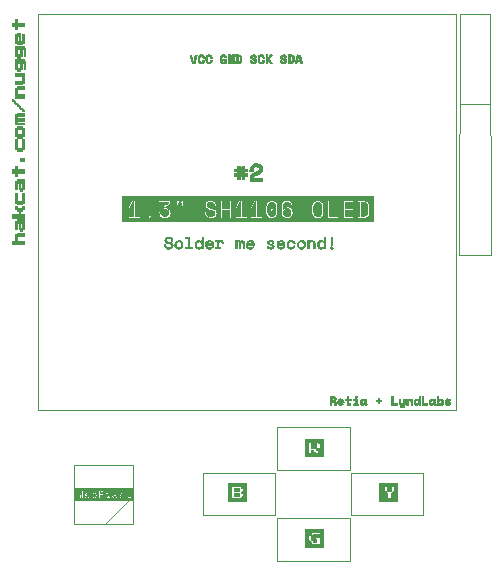
<source format=gbr>
G04 #@! TF.GenerationSoftware,KiCad,Pcbnew,5.1.5+dfsg1-2build2*
G04 #@! TF.CreationDate,2021-10-07T21:38:51-07:00*
G04 #@! TF.ProjectId,Nugget-PCB,4e756767-6574-42d5-9043-422e6b696361,rev?*
G04 #@! TF.SameCoordinates,Original*
G04 #@! TF.FileFunction,Legend,Top*
G04 #@! TF.FilePolarity,Positive*
%FSLAX46Y46*%
G04 Gerber Fmt 4.6, Leading zero omitted, Abs format (unit mm)*
G04 Created by KiCad (PCBNEW 5.1.5+dfsg1-2build2) date 2021-10-07 21:38:51*
%MOMM*%
%LPD*%
G04 APERTURE LIST*
%ADD10C,0.120000*%
%ADD11C,0.100000*%
%ADD12C,0.010000*%
G04 APERTURE END LIST*
D10*
X20574000Y11684000D02*
X18034000Y11684000D01*
X2591500Y-23336000D02*
X8711500Y-23336000D01*
X8711500Y-23336000D02*
X8711500Y-26956000D01*
X8711500Y-26956000D02*
X2591500Y-26956000D01*
X2591500Y-26956000D02*
X2591500Y-23336000D01*
X2591500Y-15652500D02*
X8711500Y-15652500D01*
X8711500Y-15652500D02*
X8711500Y-19272500D01*
X8711500Y-19272500D02*
X2591500Y-19272500D01*
X2591500Y-19272500D02*
X2591500Y-15652500D01*
X-3695000Y-19504000D02*
X2425000Y-19504000D01*
X2425000Y-19504000D02*
X2425000Y-23124000D01*
X2425000Y-23124000D02*
X-3695000Y-23124000D01*
X-3695000Y-23124000D02*
X-3695000Y-19504000D01*
X8814500Y-19504000D02*
X14934500Y-19504000D01*
X14934500Y-19504000D02*
X14934500Y-23124000D01*
X14934500Y-23124000D02*
X8814500Y-23124000D01*
X8814500Y-23124000D02*
X8814500Y-19504000D01*
X17700000Y-14210000D02*
X17700000Y19290000D01*
X-17700000Y19290000D02*
X17700000Y19290000D01*
X-17700000Y-14210000D02*
X17700000Y-14210000D01*
X-17700000Y19290000D02*
X-17700000Y-14210000D01*
X-9652000Y-21501100D02*
X-12026900Y-23876000D01*
D11*
X-14628500Y-18899500D02*
X-14628500Y-23899500D01*
X-14628500Y-23899500D02*
X-9628500Y-23899500D01*
X-9628500Y-23899500D02*
X-9628500Y-18899500D01*
X-9628500Y-18899500D02*
X-14628500Y-18899500D01*
D10*
X20574000Y19304000D02*
X20634000Y-1076000D01*
X18034000Y19304000D02*
X17974000Y-1076000D01*
X17974000Y-1076000D02*
X20634000Y-1076000D01*
X20574000Y19304000D02*
X18034000Y19304000D01*
D12*
G36*
X6413500Y-25802167D02*
G01*
X4931833Y-25802167D01*
X4931833Y-24828500D01*
X5185833Y-24828500D01*
X5185833Y-25251834D01*
X5249333Y-25251834D01*
X5291996Y-25255963D01*
X5309495Y-25276911D01*
X5312833Y-25325917D01*
X5316110Y-25375570D01*
X5334596Y-25395933D01*
X5381278Y-25399991D01*
X5386917Y-25400000D01*
X5436569Y-25403277D01*
X5456933Y-25421763D01*
X5460991Y-25468445D01*
X5461000Y-25474084D01*
X5461000Y-25548167D01*
X6159500Y-25548167D01*
X6159500Y-24976667D01*
X5733484Y-24976667D01*
X5740117Y-25045459D01*
X5750379Y-25093949D01*
X5777975Y-25114836D01*
X5815542Y-25120883D01*
X5884333Y-25127516D01*
X5884333Y-25400000D01*
X5609167Y-25400000D01*
X5609167Y-25325917D01*
X5605890Y-25276264D01*
X5587403Y-25255901D01*
X5540722Y-25251843D01*
X5535083Y-25251834D01*
X5461000Y-25251834D01*
X5461000Y-24828500D01*
X5535083Y-24828500D01*
X5584857Y-24824960D01*
X5605272Y-24807005D01*
X5609167Y-24765000D01*
X5609167Y-24701500D01*
X6159500Y-24701500D01*
X6159500Y-24553334D01*
X5461000Y-24553334D01*
X5461000Y-24627417D01*
X5457723Y-24677070D01*
X5439237Y-24697433D01*
X5392555Y-24701491D01*
X5386917Y-24701500D01*
X5337143Y-24705040D01*
X5316728Y-24722995D01*
X5312833Y-24765000D01*
X5307588Y-24809977D01*
X5282848Y-24826555D01*
X5249333Y-24828500D01*
X5185833Y-24828500D01*
X4931833Y-24828500D01*
X4931833Y-24299334D01*
X6413500Y-24299334D01*
X6413500Y-25802167D01*
G37*
X6413500Y-25802167D02*
X4931833Y-25802167D01*
X4931833Y-24828500D01*
X5185833Y-24828500D01*
X5185833Y-25251834D01*
X5249333Y-25251834D01*
X5291996Y-25255963D01*
X5309495Y-25276911D01*
X5312833Y-25325917D01*
X5316110Y-25375570D01*
X5334596Y-25395933D01*
X5381278Y-25399991D01*
X5386917Y-25400000D01*
X5436569Y-25403277D01*
X5456933Y-25421763D01*
X5460991Y-25468445D01*
X5461000Y-25474084D01*
X5461000Y-25548167D01*
X6159500Y-25548167D01*
X6159500Y-24976667D01*
X5733484Y-24976667D01*
X5740117Y-25045459D01*
X5750379Y-25093949D01*
X5777975Y-25114836D01*
X5815542Y-25120883D01*
X5884333Y-25127516D01*
X5884333Y-25400000D01*
X5609167Y-25400000D01*
X5609167Y-25325917D01*
X5605890Y-25276264D01*
X5587403Y-25255901D01*
X5540722Y-25251843D01*
X5535083Y-25251834D01*
X5461000Y-25251834D01*
X5461000Y-24828500D01*
X5535083Y-24828500D01*
X5584857Y-24824960D01*
X5605272Y-24807005D01*
X5609167Y-24765000D01*
X5609167Y-24701500D01*
X6159500Y-24701500D01*
X6159500Y-24553334D01*
X5461000Y-24553334D01*
X5461000Y-24627417D01*
X5457723Y-24677070D01*
X5439237Y-24697433D01*
X5392555Y-24701491D01*
X5386917Y-24701500D01*
X5337143Y-24705040D01*
X5316728Y-24722995D01*
X5312833Y-24765000D01*
X5307588Y-24809977D01*
X5282848Y-24826555D01*
X5249333Y-24828500D01*
X5185833Y-24828500D01*
X4931833Y-24828500D01*
X4931833Y-24299334D01*
X6413500Y-24299334D01*
X6413500Y-25802167D01*
G36*
X-105833Y-21928667D02*
G01*
X-1608667Y-21928667D01*
X-1608667Y-20679834D01*
X-1354667Y-20679834D01*
X-1354667Y-21674667D01*
X-508000Y-21674667D01*
X-508000Y-21600584D01*
X-504724Y-21550931D01*
X-486237Y-21530567D01*
X-439556Y-21526509D01*
X-433917Y-21526500D01*
X-359833Y-21526500D01*
X-359833Y-21251334D01*
X-433917Y-21251334D01*
X-483570Y-21248057D01*
X-503933Y-21229570D01*
X-507991Y-21182889D01*
X-508000Y-21177250D01*
X-504724Y-21127597D01*
X-486237Y-21107234D01*
X-439556Y-21103176D01*
X-433917Y-21103167D01*
X-359833Y-21103167D01*
X-359833Y-20828000D01*
X-433917Y-20828000D01*
X-483570Y-20824724D01*
X-503933Y-20806237D01*
X-507991Y-20759556D01*
X-508000Y-20753917D01*
X-508000Y-20679834D01*
X-1354667Y-20679834D01*
X-1608667Y-20679834D01*
X-1608667Y-20425834D01*
X-105833Y-20425834D01*
X-105833Y-21928667D01*
G37*
X-105833Y-21928667D02*
X-1608667Y-21928667D01*
X-1608667Y-20679834D01*
X-1354667Y-20679834D01*
X-1354667Y-21674667D01*
X-508000Y-21674667D01*
X-508000Y-21600584D01*
X-504724Y-21550931D01*
X-486237Y-21530567D01*
X-439556Y-21526509D01*
X-433917Y-21526500D01*
X-359833Y-21526500D01*
X-359833Y-21251334D01*
X-433917Y-21251334D01*
X-483570Y-21248057D01*
X-503933Y-21229570D01*
X-507991Y-21182889D01*
X-508000Y-21177250D01*
X-504724Y-21127597D01*
X-486237Y-21107234D01*
X-439556Y-21103176D01*
X-433917Y-21103167D01*
X-359833Y-21103167D01*
X-359833Y-20828000D01*
X-433917Y-20828000D01*
X-483570Y-20824724D01*
X-503933Y-20806237D01*
X-507991Y-20759556D01*
X-508000Y-20753917D01*
X-508000Y-20679834D01*
X-1354667Y-20679834D01*
X-1608667Y-20679834D01*
X-1608667Y-20425834D01*
X-105833Y-20425834D01*
X-105833Y-21928667D01*
G36*
X12721167Y-21928667D02*
G01*
X11218333Y-21928667D01*
X11218333Y-20679834D01*
X11620500Y-20679834D01*
X11620500Y-21103167D01*
X11694583Y-21103167D01*
X11744236Y-21106443D01*
X11764599Y-21124930D01*
X11768657Y-21171611D01*
X11768667Y-21177250D01*
X11772206Y-21227024D01*
X11790161Y-21247439D01*
X11832167Y-21251334D01*
X11895667Y-21251334D01*
X11895667Y-21448889D01*
X11897181Y-21536643D01*
X11901244Y-21607864D01*
X11907131Y-21652315D01*
X11910673Y-21661451D01*
X11938327Y-21668473D01*
X11994845Y-21671444D01*
X12053548Y-21670270D01*
X12181417Y-21664084D01*
X12193533Y-21251334D01*
X12256266Y-21251334D01*
X12298427Y-21247125D01*
X12315719Y-21225954D01*
X12319000Y-21177250D01*
X12322276Y-21127597D01*
X12340763Y-21107234D01*
X12387444Y-21103176D01*
X12393083Y-21103167D01*
X12467167Y-21103167D01*
X12467167Y-20679834D01*
X12192000Y-20679834D01*
X12192000Y-21103167D01*
X11895667Y-21103167D01*
X11895667Y-20679834D01*
X11620500Y-20679834D01*
X11218333Y-20679834D01*
X11218333Y-20425834D01*
X12721167Y-20425834D01*
X12721167Y-21928667D01*
G37*
X12721167Y-21928667D02*
X11218333Y-21928667D01*
X11218333Y-20679834D01*
X11620500Y-20679834D01*
X11620500Y-21103167D01*
X11694583Y-21103167D01*
X11744236Y-21106443D01*
X11764599Y-21124930D01*
X11768657Y-21171611D01*
X11768667Y-21177250D01*
X11772206Y-21227024D01*
X11790161Y-21247439D01*
X11832167Y-21251334D01*
X11895667Y-21251334D01*
X11895667Y-21448889D01*
X11897181Y-21536643D01*
X11901244Y-21607864D01*
X11907131Y-21652315D01*
X11910673Y-21661451D01*
X11938327Y-21668473D01*
X11994845Y-21671444D01*
X12053548Y-21670270D01*
X12181417Y-21664084D01*
X12193533Y-21251334D01*
X12256266Y-21251334D01*
X12298427Y-21247125D01*
X12315719Y-21225954D01*
X12319000Y-21177250D01*
X12322276Y-21127597D01*
X12340763Y-21107234D01*
X12387444Y-21103176D01*
X12393083Y-21103167D01*
X12467167Y-21103167D01*
X12467167Y-20679834D01*
X12192000Y-20679834D01*
X12192000Y-21103167D01*
X11895667Y-21103167D01*
X11895667Y-20679834D01*
X11620500Y-20679834D01*
X11218333Y-20679834D01*
X11218333Y-20425834D01*
X12721167Y-20425834D01*
X12721167Y-21928667D01*
G36*
X-9609667Y-21822834D02*
G01*
X-14562667Y-21822834D01*
X-14562667Y-20976167D01*
X-14393333Y-20976167D01*
X-14393333Y-21653500D01*
X-14266333Y-21653500D01*
X-14265690Y-21341292D01*
X-14264087Y-21211532D01*
X-14259950Y-21123867D01*
X-14253350Y-21078328D01*
X-14244360Y-21074946D01*
X-14233054Y-21113752D01*
X-14219502Y-21194777D01*
X-14204153Y-21314834D01*
X-14189584Y-21441169D01*
X-14177973Y-21531574D01*
X-14166264Y-21592023D01*
X-14151401Y-21628489D01*
X-14130327Y-21646946D01*
X-14099985Y-21653368D01*
X-14057317Y-21653727D01*
X-14030854Y-21653500D01*
X-13906500Y-21653500D01*
X-13906500Y-21399251D01*
X-13798431Y-21399251D01*
X-13788794Y-21484981D01*
X-13750772Y-21560806D01*
X-13688368Y-21619384D01*
X-13605584Y-21653370D01*
X-13506422Y-21655419D01*
X-13485480Y-21651464D01*
X-13425694Y-21630421D01*
X-13380553Y-21601749D01*
X-13379647Y-21600847D01*
X-13357771Y-21572280D01*
X-13368632Y-21550127D01*
X-13387309Y-21535323D01*
X-13431786Y-21516421D01*
X-13461393Y-21518172D01*
X-13544515Y-21542048D01*
X-13606952Y-21532524D01*
X-13631576Y-21515697D01*
X-13658351Y-21481947D01*
X-13661335Y-21460171D01*
X-13636280Y-21451633D01*
X-13579775Y-21445213D01*
X-13502691Y-21442007D01*
X-13479148Y-21441834D01*
X-13308295Y-21441834D01*
X-13309812Y-21432290D01*
X-13208000Y-21432290D01*
X-13202768Y-21501333D01*
X-13181279Y-21549842D01*
X-13142262Y-21592091D01*
X-13082993Y-21635684D01*
X-13017918Y-21652287D01*
X-12984508Y-21653500D01*
X-12594167Y-21653500D01*
X-12530667Y-21653500D01*
X-12004312Y-21653500D01*
X-11578167Y-21653500D01*
X-11578167Y-21590000D01*
X-11583438Y-21545002D01*
X-11608114Y-21528421D01*
X-11640811Y-21526500D01*
X-11703455Y-21526500D01*
X-11709602Y-21351875D01*
X-11715750Y-21177250D01*
X-11848042Y-21170948D01*
X-11980333Y-21164647D01*
X-11980333Y-21229157D01*
X-11976303Y-21272484D01*
X-11955638Y-21290255D01*
X-11906250Y-21293667D01*
X-11832167Y-21293667D01*
X-11832167Y-21523945D01*
X-11911542Y-21530514D01*
X-11964962Y-21539219D01*
X-11989473Y-21560071D01*
X-11997614Y-21595292D01*
X-12004312Y-21653500D01*
X-12530667Y-21653500D01*
X-12495517Y-21651837D01*
X-12476546Y-21640196D01*
X-12468762Y-21608599D01*
X-12467179Y-21547068D01*
X-12467167Y-21526500D01*
X-12467167Y-21399500D01*
X-12381449Y-21399500D01*
X-12276848Y-21383428D01*
X-12197561Y-21338336D01*
X-12147971Y-21268912D01*
X-12132461Y-21179844D01*
X-12134234Y-21163832D01*
X-11432040Y-21163832D01*
X-11369852Y-21287027D01*
X-11307663Y-21410222D01*
X-11430679Y-21653500D01*
X-11358007Y-21653500D01*
X-11312387Y-21649711D01*
X-11283950Y-21631261D01*
X-11260533Y-21587527D01*
X-11248958Y-21558250D01*
X-11225122Y-21502776D01*
X-11205263Y-21468439D01*
X-11198509Y-21463000D01*
X-11182010Y-21480345D01*
X-11155400Y-21524638D01*
X-11138160Y-21558250D01*
X-11106017Y-21616572D01*
X-11076353Y-21644939D01*
X-11037627Y-21653337D01*
X-11028109Y-21653500D01*
X-10985375Y-21650721D01*
X-10968740Y-21637199D01*
X-10977443Y-21605157D01*
X-11010722Y-21546818D01*
X-11016698Y-21537084D01*
X-11052953Y-21470566D01*
X-11066017Y-21416240D01*
X-11061849Y-21392598D01*
X-10834240Y-21392598D01*
X-10828374Y-21477919D01*
X-10801786Y-21555346D01*
X-10755074Y-21614609D01*
X-10695115Y-21644200D01*
X-10644584Y-21655625D01*
X-10615083Y-21662677D01*
X-10566852Y-21660113D01*
X-10546848Y-21653500D01*
X-10247479Y-21653500D01*
X-9800167Y-21653500D01*
X-9800167Y-21590000D01*
X-9804297Y-21547337D01*
X-9825244Y-21529838D01*
X-9874250Y-21526500D01*
X-9948333Y-21526500D01*
X-9948333Y-20976167D01*
X-10085917Y-20976167D01*
X-10159876Y-20977095D01*
X-10201070Y-20982331D01*
X-10219064Y-20995553D01*
X-10223421Y-21020441D01*
X-10223500Y-21029084D01*
X-10217965Y-21064869D01*
X-10193057Y-21079519D01*
X-10149417Y-21082000D01*
X-10075333Y-21082000D01*
X-10075333Y-21523945D01*
X-10154708Y-21530514D01*
X-10208129Y-21539219D01*
X-10232640Y-21560071D01*
X-10240781Y-21595292D01*
X-10247479Y-21653500D01*
X-10546848Y-21653500D01*
X-10504305Y-21639436D01*
X-10446951Y-21607986D01*
X-10428065Y-21592305D01*
X-10401070Y-21561718D01*
X-10406307Y-21543590D01*
X-10435234Y-21526464D01*
X-10483311Y-21511794D01*
X-10533225Y-21528003D01*
X-10533637Y-21528224D01*
X-10591053Y-21542417D01*
X-10649642Y-21532907D01*
X-10693488Y-21504278D01*
X-10706388Y-21478438D01*
X-10705251Y-21460206D01*
X-10687935Y-21449216D01*
X-10646550Y-21443705D01*
X-10573206Y-21441911D01*
X-10542552Y-21441834D01*
X-10458112Y-21441316D01*
X-10407404Y-21437940D01*
X-10381828Y-21428974D01*
X-10372782Y-21411683D01*
X-10371667Y-21387525D01*
X-10390066Y-21297944D01*
X-10439909Y-21228143D01*
X-10513161Y-21182611D01*
X-10601791Y-21165841D01*
X-10697765Y-21182321D01*
X-10721508Y-21191954D01*
X-10781406Y-21239346D01*
X-10818784Y-21309651D01*
X-10834240Y-21392598D01*
X-11061849Y-21392598D01*
X-11055900Y-21358857D01*
X-11022614Y-21283168D01*
X-11016894Y-21271797D01*
X-10963620Y-21166667D01*
X-11027047Y-21166667D01*
X-11071523Y-21173563D01*
X-11104144Y-21201186D01*
X-11133667Y-21251334D01*
X-11162759Y-21302223D01*
X-11186047Y-21332382D01*
X-11192305Y-21335943D01*
X-11210851Y-21318977D01*
X-11238967Y-21276470D01*
X-11250083Y-21256568D01*
X-11286580Y-21201944D01*
X-11328175Y-21176609D01*
X-11362229Y-21170541D01*
X-11432040Y-21163832D01*
X-12134234Y-21163832D01*
X-12137076Y-21138176D01*
X-12157403Y-21072231D01*
X-12193949Y-21027242D01*
X-12230962Y-21009883D01*
X-11868895Y-21009883D01*
X-11866198Y-21049484D01*
X-11839470Y-21085625D01*
X-11794676Y-21119710D01*
X-11748809Y-21115480D01*
X-11716675Y-21095877D01*
X-11688828Y-21058067D01*
X-11691511Y-21012621D01*
X-11721371Y-20960816D01*
X-11769181Y-20941259D01*
X-11822431Y-20957968D01*
X-11833684Y-20966956D01*
X-11868895Y-21009883D01*
X-12230962Y-21009883D01*
X-12253824Y-20999161D01*
X-12344140Y-20983946D01*
X-12416457Y-20979286D01*
X-12594167Y-20971823D01*
X-12594167Y-21653500D01*
X-12984508Y-21653500D01*
X-12914113Y-21648181D01*
X-12853537Y-21634962D01*
X-12842078Y-21630530D01*
X-12780084Y-21580545D01*
X-12737847Y-21501770D01*
X-12721222Y-21405401D01*
X-12721167Y-21399409D01*
X-12727699Y-21334601D01*
X-12753380Y-21283157D01*
X-12793133Y-21238634D01*
X-12849186Y-21191020D01*
X-12902544Y-21170180D01*
X-12950888Y-21166667D01*
X-13059541Y-21181060D01*
X-13137939Y-21224808D01*
X-13186909Y-21298764D01*
X-13207275Y-21403780D01*
X-13208000Y-21432290D01*
X-13309812Y-21432290D01*
X-13320912Y-21362459D01*
X-13353082Y-21276481D01*
X-13412643Y-21212530D01*
X-13489897Y-21173914D01*
X-13575151Y-21163941D01*
X-13658705Y-21185919D01*
X-13716544Y-21227455D01*
X-13775682Y-21310961D01*
X-13798431Y-21399251D01*
X-13906500Y-21399251D01*
X-13906500Y-20976167D01*
X-14033500Y-20976167D01*
X-14033500Y-21286611D01*
X-14034286Y-21394554D01*
X-14036452Y-21484491D01*
X-14039705Y-21549411D01*
X-14043756Y-21582302D01*
X-14045851Y-21584705D01*
X-14053401Y-21559864D01*
X-14064315Y-21502124D01*
X-14077012Y-21420629D01*
X-14087576Y-21343052D01*
X-14104252Y-21210699D01*
X-14117120Y-21114459D01*
X-14128972Y-21048633D01*
X-14142601Y-21007519D01*
X-14160799Y-20985416D01*
X-14186360Y-20976622D01*
X-14222075Y-20975438D01*
X-14267293Y-20976167D01*
X-14393333Y-20976167D01*
X-14562667Y-20976167D01*
X-14562667Y-20806834D01*
X-9609667Y-20806834D01*
X-9609667Y-21822834D01*
G37*
X-9609667Y-21822834D02*
X-14562667Y-21822834D01*
X-14562667Y-20976167D01*
X-14393333Y-20976167D01*
X-14393333Y-21653500D01*
X-14266333Y-21653500D01*
X-14265690Y-21341292D01*
X-14264087Y-21211532D01*
X-14259950Y-21123867D01*
X-14253350Y-21078328D01*
X-14244360Y-21074946D01*
X-14233054Y-21113752D01*
X-14219502Y-21194777D01*
X-14204153Y-21314834D01*
X-14189584Y-21441169D01*
X-14177973Y-21531574D01*
X-14166264Y-21592023D01*
X-14151401Y-21628489D01*
X-14130327Y-21646946D01*
X-14099985Y-21653368D01*
X-14057317Y-21653727D01*
X-14030854Y-21653500D01*
X-13906500Y-21653500D01*
X-13906500Y-21399251D01*
X-13798431Y-21399251D01*
X-13788794Y-21484981D01*
X-13750772Y-21560806D01*
X-13688368Y-21619384D01*
X-13605584Y-21653370D01*
X-13506422Y-21655419D01*
X-13485480Y-21651464D01*
X-13425694Y-21630421D01*
X-13380553Y-21601749D01*
X-13379647Y-21600847D01*
X-13357771Y-21572280D01*
X-13368632Y-21550127D01*
X-13387309Y-21535323D01*
X-13431786Y-21516421D01*
X-13461393Y-21518172D01*
X-13544515Y-21542048D01*
X-13606952Y-21532524D01*
X-13631576Y-21515697D01*
X-13658351Y-21481947D01*
X-13661335Y-21460171D01*
X-13636280Y-21451633D01*
X-13579775Y-21445213D01*
X-13502691Y-21442007D01*
X-13479148Y-21441834D01*
X-13308295Y-21441834D01*
X-13309812Y-21432290D01*
X-13208000Y-21432290D01*
X-13202768Y-21501333D01*
X-13181279Y-21549842D01*
X-13142262Y-21592091D01*
X-13082993Y-21635684D01*
X-13017918Y-21652287D01*
X-12984508Y-21653500D01*
X-12594167Y-21653500D01*
X-12530667Y-21653500D01*
X-12004312Y-21653500D01*
X-11578167Y-21653500D01*
X-11578167Y-21590000D01*
X-11583438Y-21545002D01*
X-11608114Y-21528421D01*
X-11640811Y-21526500D01*
X-11703455Y-21526500D01*
X-11709602Y-21351875D01*
X-11715750Y-21177250D01*
X-11848042Y-21170948D01*
X-11980333Y-21164647D01*
X-11980333Y-21229157D01*
X-11976303Y-21272484D01*
X-11955638Y-21290255D01*
X-11906250Y-21293667D01*
X-11832167Y-21293667D01*
X-11832167Y-21523945D01*
X-11911542Y-21530514D01*
X-11964962Y-21539219D01*
X-11989473Y-21560071D01*
X-11997614Y-21595292D01*
X-12004312Y-21653500D01*
X-12530667Y-21653500D01*
X-12495517Y-21651837D01*
X-12476546Y-21640196D01*
X-12468762Y-21608599D01*
X-12467179Y-21547068D01*
X-12467167Y-21526500D01*
X-12467167Y-21399500D01*
X-12381449Y-21399500D01*
X-12276848Y-21383428D01*
X-12197561Y-21338336D01*
X-12147971Y-21268912D01*
X-12132461Y-21179844D01*
X-12134234Y-21163832D01*
X-11432040Y-21163832D01*
X-11369852Y-21287027D01*
X-11307663Y-21410222D01*
X-11430679Y-21653500D01*
X-11358007Y-21653500D01*
X-11312387Y-21649711D01*
X-11283950Y-21631261D01*
X-11260533Y-21587527D01*
X-11248958Y-21558250D01*
X-11225122Y-21502776D01*
X-11205263Y-21468439D01*
X-11198509Y-21463000D01*
X-11182010Y-21480345D01*
X-11155400Y-21524638D01*
X-11138160Y-21558250D01*
X-11106017Y-21616572D01*
X-11076353Y-21644939D01*
X-11037627Y-21653337D01*
X-11028109Y-21653500D01*
X-10985375Y-21650721D01*
X-10968740Y-21637199D01*
X-10977443Y-21605157D01*
X-11010722Y-21546818D01*
X-11016698Y-21537084D01*
X-11052953Y-21470566D01*
X-11066017Y-21416240D01*
X-11061849Y-21392598D01*
X-10834240Y-21392598D01*
X-10828374Y-21477919D01*
X-10801786Y-21555346D01*
X-10755074Y-21614609D01*
X-10695115Y-21644200D01*
X-10644584Y-21655625D01*
X-10615083Y-21662677D01*
X-10566852Y-21660113D01*
X-10546848Y-21653500D01*
X-10247479Y-21653500D01*
X-9800167Y-21653500D01*
X-9800167Y-21590000D01*
X-9804297Y-21547337D01*
X-9825244Y-21529838D01*
X-9874250Y-21526500D01*
X-9948333Y-21526500D01*
X-9948333Y-20976167D01*
X-10085917Y-20976167D01*
X-10159876Y-20977095D01*
X-10201070Y-20982331D01*
X-10219064Y-20995553D01*
X-10223421Y-21020441D01*
X-10223500Y-21029084D01*
X-10217965Y-21064869D01*
X-10193057Y-21079519D01*
X-10149417Y-21082000D01*
X-10075333Y-21082000D01*
X-10075333Y-21523945D01*
X-10154708Y-21530514D01*
X-10208129Y-21539219D01*
X-10232640Y-21560071D01*
X-10240781Y-21595292D01*
X-10247479Y-21653500D01*
X-10546848Y-21653500D01*
X-10504305Y-21639436D01*
X-10446951Y-21607986D01*
X-10428065Y-21592305D01*
X-10401070Y-21561718D01*
X-10406307Y-21543590D01*
X-10435234Y-21526464D01*
X-10483311Y-21511794D01*
X-10533225Y-21528003D01*
X-10533637Y-21528224D01*
X-10591053Y-21542417D01*
X-10649642Y-21532907D01*
X-10693488Y-21504278D01*
X-10706388Y-21478438D01*
X-10705251Y-21460206D01*
X-10687935Y-21449216D01*
X-10646550Y-21443705D01*
X-10573206Y-21441911D01*
X-10542552Y-21441834D01*
X-10458112Y-21441316D01*
X-10407404Y-21437940D01*
X-10381828Y-21428974D01*
X-10372782Y-21411683D01*
X-10371667Y-21387525D01*
X-10390066Y-21297944D01*
X-10439909Y-21228143D01*
X-10513161Y-21182611D01*
X-10601791Y-21165841D01*
X-10697765Y-21182321D01*
X-10721508Y-21191954D01*
X-10781406Y-21239346D01*
X-10818784Y-21309651D01*
X-10834240Y-21392598D01*
X-11061849Y-21392598D01*
X-11055900Y-21358857D01*
X-11022614Y-21283168D01*
X-11016894Y-21271797D01*
X-10963620Y-21166667D01*
X-11027047Y-21166667D01*
X-11071523Y-21173563D01*
X-11104144Y-21201186D01*
X-11133667Y-21251334D01*
X-11162759Y-21302223D01*
X-11186047Y-21332382D01*
X-11192305Y-21335943D01*
X-11210851Y-21318977D01*
X-11238967Y-21276470D01*
X-11250083Y-21256568D01*
X-11286580Y-21201944D01*
X-11328175Y-21176609D01*
X-11362229Y-21170541D01*
X-11432040Y-21163832D01*
X-12134234Y-21163832D01*
X-12137076Y-21138176D01*
X-12157403Y-21072231D01*
X-12193949Y-21027242D01*
X-12230962Y-21009883D01*
X-11868895Y-21009883D01*
X-11866198Y-21049484D01*
X-11839470Y-21085625D01*
X-11794676Y-21119710D01*
X-11748809Y-21115480D01*
X-11716675Y-21095877D01*
X-11688828Y-21058067D01*
X-11691511Y-21012621D01*
X-11721371Y-20960816D01*
X-11769181Y-20941259D01*
X-11822431Y-20957968D01*
X-11833684Y-20966956D01*
X-11868895Y-21009883D01*
X-12230962Y-21009883D01*
X-12253824Y-20999161D01*
X-12344140Y-20983946D01*
X-12416457Y-20979286D01*
X-12594167Y-20971823D01*
X-12594167Y-21653500D01*
X-12984508Y-21653500D01*
X-12914113Y-21648181D01*
X-12853537Y-21634962D01*
X-12842078Y-21630530D01*
X-12780084Y-21580545D01*
X-12737847Y-21501770D01*
X-12721222Y-21405401D01*
X-12721167Y-21399409D01*
X-12727699Y-21334601D01*
X-12753380Y-21283157D01*
X-12793133Y-21238634D01*
X-12849186Y-21191020D01*
X-12902544Y-21170180D01*
X-12950888Y-21166667D01*
X-13059541Y-21181060D01*
X-13137939Y-21224808D01*
X-13186909Y-21298764D01*
X-13207275Y-21403780D01*
X-13208000Y-21432290D01*
X-13309812Y-21432290D01*
X-13320912Y-21362459D01*
X-13353082Y-21276481D01*
X-13412643Y-21212530D01*
X-13489897Y-21173914D01*
X-13575151Y-21163941D01*
X-13658705Y-21185919D01*
X-13716544Y-21227455D01*
X-13775682Y-21310961D01*
X-13798431Y-21399251D01*
X-13906500Y-21399251D01*
X-13906500Y-20976167D01*
X-14033500Y-20976167D01*
X-14033500Y-21286611D01*
X-14034286Y-21394554D01*
X-14036452Y-21484491D01*
X-14039705Y-21549411D01*
X-14043756Y-21582302D01*
X-14045851Y-21584705D01*
X-14053401Y-21559864D01*
X-14064315Y-21502124D01*
X-14077012Y-21420629D01*
X-14087576Y-21343052D01*
X-14104252Y-21210699D01*
X-14117120Y-21114459D01*
X-14128972Y-21048633D01*
X-14142601Y-21007519D01*
X-14160799Y-20985416D01*
X-14186360Y-20976622D01*
X-14222075Y-20975438D01*
X-14267293Y-20976167D01*
X-14393333Y-20976167D01*
X-14562667Y-20976167D01*
X-14562667Y-20806834D01*
X-9609667Y-20806834D01*
X-9609667Y-21822834D01*
G36*
X6413500Y-18118667D02*
G01*
X4931833Y-18118667D01*
X4931833Y-16891000D01*
X5185833Y-16891000D01*
X5185833Y-17864667D01*
X5461000Y-17864667D01*
X5461000Y-17589500D01*
X5535083Y-17589500D01*
X5584736Y-17592777D01*
X5605099Y-17611263D01*
X5609157Y-17657945D01*
X5609167Y-17663584D01*
X5612706Y-17713357D01*
X5630661Y-17733772D01*
X5672667Y-17737667D01*
X5717644Y-17742912D01*
X5734221Y-17767652D01*
X5736167Y-17801167D01*
X5736167Y-17864667D01*
X6159500Y-17864667D01*
X6159500Y-17801167D01*
X6154255Y-17756190D01*
X6129515Y-17739612D01*
X6096000Y-17737667D01*
X6053337Y-17733537D01*
X6035838Y-17712589D01*
X6032500Y-17663584D01*
X6029223Y-17613931D01*
X6010737Y-17593567D01*
X5964055Y-17589509D01*
X5958417Y-17589500D01*
X5908764Y-17586224D01*
X5888400Y-17567737D01*
X5884342Y-17521056D01*
X5884333Y-17515417D01*
X5884333Y-17441334D01*
X6159500Y-17441334D01*
X6159500Y-17018000D01*
X6096000Y-17018000D01*
X6051023Y-17012755D01*
X6034445Y-16988015D01*
X6032500Y-16954500D01*
X6032500Y-16891000D01*
X5185833Y-16891000D01*
X4931833Y-16891000D01*
X4931833Y-16637000D01*
X6413500Y-16637000D01*
X6413500Y-18118667D01*
G37*
X6413500Y-18118667D02*
X4931833Y-18118667D01*
X4931833Y-16891000D01*
X5185833Y-16891000D01*
X5185833Y-17864667D01*
X5461000Y-17864667D01*
X5461000Y-17589500D01*
X5535083Y-17589500D01*
X5584736Y-17592777D01*
X5605099Y-17611263D01*
X5609157Y-17657945D01*
X5609167Y-17663584D01*
X5612706Y-17713357D01*
X5630661Y-17733772D01*
X5672667Y-17737667D01*
X5717644Y-17742912D01*
X5734221Y-17767652D01*
X5736167Y-17801167D01*
X5736167Y-17864667D01*
X6159500Y-17864667D01*
X6159500Y-17801167D01*
X6154255Y-17756190D01*
X6129515Y-17739612D01*
X6096000Y-17737667D01*
X6053337Y-17733537D01*
X6035838Y-17712589D01*
X6032500Y-17663584D01*
X6029223Y-17613931D01*
X6010737Y-17593567D01*
X5964055Y-17589509D01*
X5958417Y-17589500D01*
X5908764Y-17586224D01*
X5888400Y-17567737D01*
X5884342Y-17521056D01*
X5884333Y-17515417D01*
X5884333Y-17441334D01*
X6159500Y-17441334D01*
X6159500Y-17018000D01*
X6096000Y-17018000D01*
X6051023Y-17012755D01*
X6034445Y-16988015D01*
X6032500Y-16954500D01*
X6032500Y-16891000D01*
X5185833Y-16891000D01*
X4931833Y-16891000D01*
X4931833Y-16637000D01*
X6413500Y-16637000D01*
X6413500Y-18118667D01*
G36*
X12996333Y-13429762D02*
G01*
X12997212Y-13518027D01*
X13001520Y-13574120D01*
X13011767Y-13608190D01*
X13030462Y-13630389D01*
X13049250Y-13643863D01*
X13090677Y-13666259D01*
X13123251Y-13662637D01*
X13155083Y-13643863D01*
X13180944Y-13623939D01*
X13196654Y-13599037D01*
X13204722Y-13559005D01*
X13207657Y-13493694D01*
X13208000Y-13429762D01*
X13208000Y-13250334D01*
X13356167Y-13250334D01*
X13355842Y-13583709D01*
X13354511Y-13700167D01*
X13351050Y-13803041D01*
X13345907Y-13884260D01*
X13339531Y-13935758D01*
X13335570Y-13948636D01*
X13306481Y-13963825D01*
X13248033Y-13976754D01*
X13173184Y-13986348D01*
X13094892Y-13991533D01*
X13026116Y-13991233D01*
X12979812Y-13984374D01*
X12969875Y-13978978D01*
X12957207Y-13946892D01*
X12954000Y-13914612D01*
X12957987Y-13887064D01*
X12976628Y-13871584D01*
X13019943Y-13863668D01*
X13075708Y-13859931D01*
X13197417Y-13853584D01*
X13210717Y-13692116D01*
X13167025Y-13735808D01*
X13102516Y-13773075D01*
X13025867Y-13778247D01*
X12951951Y-13751824D01*
X12921288Y-13727546D01*
X12897480Y-13700639D01*
X12882304Y-13670917D01*
X12873836Y-13628587D01*
X12870154Y-13563853D01*
X12869334Y-13466921D01*
X12869333Y-13462962D01*
X12869333Y-13250334D01*
X12996333Y-13250334D01*
X12996333Y-13429762D01*
G37*
X12996333Y-13429762D02*
X12997212Y-13518027D01*
X13001520Y-13574120D01*
X13011767Y-13608190D01*
X13030462Y-13630389D01*
X13049250Y-13643863D01*
X13090677Y-13666259D01*
X13123251Y-13662637D01*
X13155083Y-13643863D01*
X13180944Y-13623939D01*
X13196654Y-13599037D01*
X13204722Y-13559005D01*
X13207657Y-13493694D01*
X13208000Y-13429762D01*
X13208000Y-13250334D01*
X13356167Y-13250334D01*
X13355842Y-13583709D01*
X13354511Y-13700167D01*
X13351050Y-13803041D01*
X13345907Y-13884260D01*
X13339531Y-13935758D01*
X13335570Y-13948636D01*
X13306481Y-13963825D01*
X13248033Y-13976754D01*
X13173184Y-13986348D01*
X13094892Y-13991533D01*
X13026116Y-13991233D01*
X12979812Y-13984374D01*
X12969875Y-13978978D01*
X12957207Y-13946892D01*
X12954000Y-13914612D01*
X12957987Y-13887064D01*
X12976628Y-13871584D01*
X13019943Y-13863668D01*
X13075708Y-13859931D01*
X13197417Y-13853584D01*
X13210717Y-13692116D01*
X13167025Y-13735808D01*
X13102516Y-13773075D01*
X13025867Y-13778247D01*
X12951951Y-13751824D01*
X12921288Y-13727546D01*
X12897480Y-13700639D01*
X12882304Y-13670917D01*
X12873836Y-13628587D01*
X12870154Y-13563853D01*
X12869334Y-13466921D01*
X12869333Y-13462962D01*
X12869333Y-13250334D01*
X12996333Y-13250334D01*
X12996333Y-13429762D01*
G36*
X7319668Y-13039480D02*
G01*
X7381951Y-13043453D01*
X7422851Y-13052886D01*
X7452839Y-13070080D01*
X7479530Y-13094470D01*
X7521352Y-13159920D01*
X7537547Y-13237511D01*
X7527382Y-13312280D01*
X7492828Y-13366905D01*
X7464174Y-13397362D01*
X7466814Y-13421399D01*
X7487537Y-13446478D01*
X7510144Y-13485858D01*
X7521820Y-13547362D01*
X7524750Y-13628251D01*
X7524750Y-13768917D01*
X7455958Y-13775550D01*
X7387167Y-13782182D01*
X7387167Y-13658075D01*
X7382226Y-13570891D01*
X7363653Y-13517721D01*
X7325821Y-13491010D01*
X7263102Y-13483201D01*
X7256900Y-13483167D01*
X7177434Y-13483167D01*
X7171175Y-13626042D01*
X7164917Y-13768917D01*
X7096125Y-13775550D01*
X7027333Y-13782182D01*
X7027333Y-13165667D01*
X7175500Y-13165667D01*
X7175500Y-13356167D01*
X7271204Y-13356167D01*
X7334072Y-13352360D01*
X7369180Y-13336928D01*
X7389798Y-13305928D01*
X7403131Y-13241969D01*
X7379256Y-13195725D01*
X7320595Y-13170035D01*
X7270005Y-13165667D01*
X7175500Y-13165667D01*
X7027333Y-13165667D01*
X7027333Y-13038667D01*
X7225530Y-13038667D01*
X7319668Y-13039480D01*
G37*
X7319668Y-13039480D02*
X7381951Y-13043453D01*
X7422851Y-13052886D01*
X7452839Y-13070080D01*
X7479530Y-13094470D01*
X7521352Y-13159920D01*
X7537547Y-13237511D01*
X7527382Y-13312280D01*
X7492828Y-13366905D01*
X7464174Y-13397362D01*
X7466814Y-13421399D01*
X7487537Y-13446478D01*
X7510144Y-13485858D01*
X7521820Y-13547362D01*
X7524750Y-13628251D01*
X7524750Y-13768917D01*
X7455958Y-13775550D01*
X7387167Y-13782182D01*
X7387167Y-13658075D01*
X7382226Y-13570891D01*
X7363653Y-13517721D01*
X7325821Y-13491010D01*
X7263102Y-13483201D01*
X7256900Y-13483167D01*
X7177434Y-13483167D01*
X7171175Y-13626042D01*
X7164917Y-13768917D01*
X7096125Y-13775550D01*
X7027333Y-13782182D01*
X7027333Y-13165667D01*
X7175500Y-13165667D01*
X7175500Y-13356167D01*
X7271204Y-13356167D01*
X7334072Y-13352360D01*
X7369180Y-13336928D01*
X7389798Y-13305928D01*
X7403131Y-13241969D01*
X7379256Y-13195725D01*
X7320595Y-13170035D01*
X7270005Y-13165667D01*
X7175500Y-13165667D01*
X7027333Y-13165667D01*
X7027333Y-13038667D01*
X7225530Y-13038667D01*
X7319668Y-13039480D01*
G36*
X7996340Y-13243372D02*
G01*
X8070371Y-13279023D01*
X8128810Y-13326337D01*
X8145937Y-13350132D01*
X8163682Y-13396692D01*
X8179813Y-13459613D01*
X8181393Y-13467682D01*
X8196211Y-13546667D01*
X8003355Y-13546667D01*
X7901064Y-13549148D01*
X7837478Y-13557679D01*
X7809201Y-13573892D01*
X7812836Y-13599417D01*
X7835900Y-13627100D01*
X7879275Y-13646865D01*
X7939983Y-13651404D01*
X7995982Y-13640666D01*
X8017505Y-13627528D01*
X8046797Y-13613853D01*
X8090160Y-13628135D01*
X8095822Y-13631105D01*
X8137867Y-13659752D01*
X8143221Y-13686215D01*
X8110842Y-13717674D01*
X8080375Y-13737399D01*
X7986936Y-13772115D01*
X7883995Y-13775095D01*
X7788879Y-13746242D01*
X7776223Y-13739081D01*
X7714874Y-13678862D01*
X7675860Y-13594263D01*
X7662399Y-13498674D01*
X7674685Y-13423900D01*
X7810500Y-13423900D01*
X7829643Y-13433175D01*
X7879024Y-13439325D01*
X7926917Y-13440834D01*
X7990678Y-13438049D01*
X8032964Y-13430866D01*
X8043333Y-13423900D01*
X8024387Y-13387685D01*
X7976057Y-13362855D01*
X7926917Y-13356167D01*
X7864672Y-13367190D01*
X7821995Y-13395310D01*
X7810500Y-13423900D01*
X7674685Y-13423900D01*
X7677711Y-13405488D01*
X7689412Y-13377969D01*
X7738370Y-13316713D01*
X7810546Y-13264969D01*
X7888537Y-13233735D01*
X7924755Y-13229246D01*
X7996340Y-13243372D01*
G37*
X7996340Y-13243372D02*
X8070371Y-13279023D01*
X8128810Y-13326337D01*
X8145937Y-13350132D01*
X8163682Y-13396692D01*
X8179813Y-13459613D01*
X8181393Y-13467682D01*
X8196211Y-13546667D01*
X8003355Y-13546667D01*
X7901064Y-13549148D01*
X7837478Y-13557679D01*
X7809201Y-13573892D01*
X7812836Y-13599417D01*
X7835900Y-13627100D01*
X7879275Y-13646865D01*
X7939983Y-13651404D01*
X7995982Y-13640666D01*
X8017505Y-13627528D01*
X8046797Y-13613853D01*
X8090160Y-13628135D01*
X8095822Y-13631105D01*
X8137867Y-13659752D01*
X8143221Y-13686215D01*
X8110842Y-13717674D01*
X8080375Y-13737399D01*
X7986936Y-13772115D01*
X7883995Y-13775095D01*
X7788879Y-13746242D01*
X7776223Y-13739081D01*
X7714874Y-13678862D01*
X7675860Y-13594263D01*
X7662399Y-13498674D01*
X7674685Y-13423900D01*
X7810500Y-13423900D01*
X7829643Y-13433175D01*
X7879024Y-13439325D01*
X7926917Y-13440834D01*
X7990678Y-13438049D01*
X8032964Y-13430866D01*
X8043333Y-13423900D01*
X8024387Y-13387685D01*
X7976057Y-13362855D01*
X7926917Y-13356167D01*
X7864672Y-13367190D01*
X7821995Y-13395310D01*
X7810500Y-13423900D01*
X7674685Y-13423900D01*
X7677711Y-13405488D01*
X7689412Y-13377969D01*
X7738370Y-13316713D01*
X7810546Y-13264969D01*
X7888537Y-13233735D01*
X7924755Y-13229246D01*
X7996340Y-13243372D01*
G36*
X8566827Y-13041648D02*
G01*
X8586192Y-13058030D01*
X8594737Y-13098976D01*
X8597798Y-13139209D01*
X8604250Y-13239750D01*
X8694208Y-13246259D01*
X8750770Y-13252831D01*
X8776759Y-13267575D01*
X8783928Y-13299479D01*
X8784167Y-13315051D01*
X8781299Y-13353357D01*
X8765042Y-13371501D01*
X8723916Y-13376989D01*
X8688917Y-13377334D01*
X8593667Y-13377334D01*
X8593667Y-13502069D01*
X8597363Y-13580781D01*
X8613046Y-13626241D01*
X8647606Y-13647220D01*
X8707932Y-13652492D01*
X8711814Y-13652500D01*
X8748484Y-13659700D01*
X8761862Y-13689721D01*
X8763000Y-13716000D01*
X8760565Y-13754245D01*
X8745798Y-13772632D01*
X8707506Y-13778045D01*
X8662458Y-13777829D01*
X8595572Y-13774378D01*
X8543505Y-13767607D01*
X8530167Y-13764072D01*
X8500166Y-13746935D01*
X8481349Y-13717429D01*
X8471239Y-13666823D01*
X8467359Y-13586385D01*
X8466991Y-13541375D01*
X8466667Y-13377334D01*
X8392583Y-13377334D01*
X8342809Y-13373794D01*
X8322394Y-13355839D01*
X8318500Y-13313834D01*
X8322630Y-13271170D01*
X8343577Y-13253672D01*
X8392583Y-13250334D01*
X8466667Y-13250334D01*
X8466667Y-13144500D01*
X8468085Y-13081842D01*
X8476627Y-13050596D01*
X8498722Y-13039846D01*
X8529007Y-13038667D01*
X8566827Y-13041648D01*
G37*
X8566827Y-13041648D02*
X8586192Y-13058030D01*
X8594737Y-13098976D01*
X8597798Y-13139209D01*
X8604250Y-13239750D01*
X8694208Y-13246259D01*
X8750770Y-13252831D01*
X8776759Y-13267575D01*
X8783928Y-13299479D01*
X8784167Y-13315051D01*
X8781299Y-13353357D01*
X8765042Y-13371501D01*
X8723916Y-13376989D01*
X8688917Y-13377334D01*
X8593667Y-13377334D01*
X8593667Y-13502069D01*
X8597363Y-13580781D01*
X8613046Y-13626241D01*
X8647606Y-13647220D01*
X8707932Y-13652492D01*
X8711814Y-13652500D01*
X8748484Y-13659700D01*
X8761862Y-13689721D01*
X8763000Y-13716000D01*
X8760565Y-13754245D01*
X8745798Y-13772632D01*
X8707506Y-13778045D01*
X8662458Y-13777829D01*
X8595572Y-13774378D01*
X8543505Y-13767607D01*
X8530167Y-13764072D01*
X8500166Y-13746935D01*
X8481349Y-13717429D01*
X8471239Y-13666823D01*
X8467359Y-13586385D01*
X8466991Y-13541375D01*
X8466667Y-13377334D01*
X8392583Y-13377334D01*
X8342809Y-13373794D01*
X8322394Y-13355839D01*
X8318500Y-13313834D01*
X8322630Y-13271170D01*
X8343577Y-13253672D01*
X8392583Y-13250334D01*
X8466667Y-13250334D01*
X8466667Y-13144500D01*
X8468085Y-13081842D01*
X8476627Y-13050596D01*
X8498722Y-13039846D01*
X8529007Y-13038667D01*
X8566827Y-13041648D01*
G36*
X9296664Y-13446125D02*
G01*
X9302750Y-13641917D01*
X9371542Y-13648550D01*
X9419264Y-13658158D01*
X9437767Y-13682837D01*
X9440333Y-13717341D01*
X9440333Y-13779500D01*
X9221611Y-13779500D01*
X9129275Y-13778212D01*
X9053300Y-13774734D01*
X9003275Y-13769647D01*
X8988778Y-13765389D01*
X8977537Y-13735014D01*
X8974667Y-13703106D01*
X8980564Y-13672013D01*
X9005774Y-13656146D01*
X9061570Y-13648650D01*
X9064625Y-13648426D01*
X9154583Y-13641917D01*
X9160885Y-13509625D01*
X9167187Y-13377334D01*
X9081510Y-13377334D01*
X9026803Y-13374902D01*
X9002320Y-13361646D01*
X8995994Y-13328620D01*
X8995833Y-13313834D01*
X8995833Y-13250334D01*
X9290578Y-13250334D01*
X9296664Y-13446125D01*
G37*
X9296664Y-13446125D02*
X9302750Y-13641917D01*
X9371542Y-13648550D01*
X9419264Y-13658158D01*
X9437767Y-13682837D01*
X9440333Y-13717341D01*
X9440333Y-13779500D01*
X9221611Y-13779500D01*
X9129275Y-13778212D01*
X9053300Y-13774734D01*
X9003275Y-13769647D01*
X8988778Y-13765389D01*
X8977537Y-13735014D01*
X8974667Y-13703106D01*
X8980564Y-13672013D01*
X9005774Y-13656146D01*
X9061570Y-13648650D01*
X9064625Y-13648426D01*
X9154583Y-13641917D01*
X9160885Y-13509625D01*
X9167187Y-13377334D01*
X9081510Y-13377334D01*
X9026803Y-13374902D01*
X9002320Y-13361646D01*
X8995994Y-13328620D01*
X8995833Y-13313834D01*
X8995833Y-13250334D01*
X9290578Y-13250334D01*
X9296664Y-13446125D01*
G36*
X9894468Y-13252820D02*
G01*
X9917418Y-13272285D01*
X9952583Y-13301998D01*
X9967248Y-13302263D01*
X9969500Y-13285773D01*
X9983917Y-13258780D01*
X10031424Y-13250338D01*
X10033000Y-13250334D01*
X10096500Y-13250334D01*
X10096500Y-13427658D01*
X10098689Y-13523928D01*
X10106112Y-13586043D01*
X10120051Y-13622000D01*
X10129320Y-13632222D01*
X10152423Y-13673236D01*
X10155778Y-13714188D01*
X10134698Y-13760091D01*
X10092826Y-13776243D01*
X10041240Y-13760758D01*
X10013135Y-13738468D01*
X9980515Y-13709122D01*
X9957887Y-13709407D01*
X9927167Y-13737167D01*
X9861354Y-13776104D01*
X9784735Y-13778072D01*
X9705315Y-13744024D01*
X9658022Y-13705089D01*
X9618022Y-13662735D01*
X9596590Y-13627332D01*
X9589085Y-13583883D01*
X9590870Y-13517389D01*
X9592048Y-13498307D01*
X9716385Y-13498307D01*
X9727051Y-13565314D01*
X9748450Y-13605457D01*
X9798049Y-13643611D01*
X9861372Y-13650166D01*
X9922863Y-13624098D01*
X9930791Y-13617470D01*
X9962190Y-13563632D01*
X9967965Y-13494308D01*
X9948413Y-13427481D01*
X9927167Y-13398500D01*
X9870472Y-13363153D01*
X9814843Y-13362644D01*
X9766484Y-13389788D01*
X9731597Y-13437403D01*
X9716385Y-13498307D01*
X9592048Y-13498307D01*
X9592385Y-13492864D01*
X9610684Y-13381513D01*
X9651165Y-13303825D01*
X9716952Y-13255665D01*
X9786264Y-13236188D01*
X9848443Y-13232990D01*
X9894468Y-13252820D01*
G37*
X9894468Y-13252820D02*
X9917418Y-13272285D01*
X9952583Y-13301998D01*
X9967248Y-13302263D01*
X9969500Y-13285773D01*
X9983917Y-13258780D01*
X10031424Y-13250338D01*
X10033000Y-13250334D01*
X10096500Y-13250334D01*
X10096500Y-13427658D01*
X10098689Y-13523928D01*
X10106112Y-13586043D01*
X10120051Y-13622000D01*
X10129320Y-13632222D01*
X10152423Y-13673236D01*
X10155778Y-13714188D01*
X10134698Y-13760091D01*
X10092826Y-13776243D01*
X10041240Y-13760758D01*
X10013135Y-13738468D01*
X9980515Y-13709122D01*
X9957887Y-13709407D01*
X9927167Y-13737167D01*
X9861354Y-13776104D01*
X9784735Y-13778072D01*
X9705315Y-13744024D01*
X9658022Y-13705089D01*
X9618022Y-13662735D01*
X9596590Y-13627332D01*
X9589085Y-13583883D01*
X9590870Y-13517389D01*
X9592048Y-13498307D01*
X9716385Y-13498307D01*
X9727051Y-13565314D01*
X9748450Y-13605457D01*
X9798049Y-13643611D01*
X9861372Y-13650166D01*
X9922863Y-13624098D01*
X9930791Y-13617470D01*
X9962190Y-13563632D01*
X9967965Y-13494308D01*
X9948413Y-13427481D01*
X9927167Y-13398500D01*
X9870472Y-13363153D01*
X9814843Y-13362644D01*
X9766484Y-13389788D01*
X9731597Y-13437403D01*
X9716385Y-13498307D01*
X9592048Y-13498307D01*
X9592385Y-13492864D01*
X9610684Y-13381513D01*
X9651165Y-13303825D01*
X9716952Y-13255665D01*
X9786264Y-13236188D01*
X9848443Y-13232990D01*
X9894468Y-13252820D01*
G36*
X12361333Y-13631334D02*
G01*
X12702682Y-13631334D01*
X12696049Y-13700125D01*
X12689417Y-13768917D01*
X12466076Y-13774882D01*
X12372685Y-13776018D01*
X12295490Y-13774410D01*
X12243989Y-13770409D01*
X12227951Y-13766063D01*
X12223056Y-13740971D01*
X12218845Y-13680843D01*
X12215609Y-13592970D01*
X12213639Y-13484646D01*
X12213167Y-13394972D01*
X12213167Y-13038667D01*
X12361333Y-13038667D01*
X12361333Y-13631334D01*
G37*
X12361333Y-13631334D02*
X12702682Y-13631334D01*
X12696049Y-13700125D01*
X12689417Y-13768917D01*
X12466076Y-13774882D01*
X12372685Y-13776018D01*
X12295490Y-13774410D01*
X12243989Y-13770409D01*
X12227951Y-13766063D01*
X12223056Y-13740971D01*
X12218845Y-13680843D01*
X12215609Y-13592970D01*
X12213639Y-13484646D01*
X12213167Y-13394972D01*
X12213167Y-13038667D01*
X12361333Y-13038667D01*
X12361333Y-13631334D01*
G36*
X13851222Y-13237911D02*
G01*
X13907890Y-13254550D01*
X13947283Y-13284090D01*
X13972309Y-13333266D01*
X13985875Y-13408813D01*
X13990892Y-13517466D01*
X13991167Y-13561960D01*
X13991167Y-13779500D01*
X13864167Y-13779500D01*
X13864167Y-13608775D01*
X13861530Y-13522902D01*
X13854546Y-13449663D01*
X13844604Y-13402480D01*
X13842255Y-13397109D01*
X13805066Y-13366452D01*
X13750056Y-13356161D01*
X13697371Y-13367874D01*
X13677183Y-13383680D01*
X13665970Y-13416548D01*
X13656146Y-13479898D01*
X13649378Y-13561880D01*
X13648133Y-13590055D01*
X13644503Y-13677000D01*
X13639152Y-13730327D01*
X13629261Y-13758735D01*
X13612015Y-13770924D01*
X13588208Y-13775180D01*
X13541972Y-13774616D01*
X13519416Y-13766361D01*
X13513519Y-13740413D01*
X13508702Y-13681047D01*
X13505472Y-13597173D01*
X13504333Y-13500806D01*
X13504333Y-13250334D01*
X13578417Y-13250334D01*
X13632776Y-13256989D01*
X13652242Y-13278572D01*
X13652500Y-13282717D01*
X13658872Y-13299614D01*
X13683267Y-13290906D01*
X13714247Y-13269449D01*
X13773205Y-13237608D01*
X13836091Y-13235388D01*
X13851222Y-13237911D01*
G37*
X13851222Y-13237911D02*
X13907890Y-13254550D01*
X13947283Y-13284090D01*
X13972309Y-13333266D01*
X13985875Y-13408813D01*
X13990892Y-13517466D01*
X13991167Y-13561960D01*
X13991167Y-13779500D01*
X13864167Y-13779500D01*
X13864167Y-13608775D01*
X13861530Y-13522902D01*
X13854546Y-13449663D01*
X13844604Y-13402480D01*
X13842255Y-13397109D01*
X13805066Y-13366452D01*
X13750056Y-13356161D01*
X13697371Y-13367874D01*
X13677183Y-13383680D01*
X13665970Y-13416548D01*
X13656146Y-13479898D01*
X13649378Y-13561880D01*
X13648133Y-13590055D01*
X13644503Y-13677000D01*
X13639152Y-13730327D01*
X13629261Y-13758735D01*
X13612015Y-13770924D01*
X13588208Y-13775180D01*
X13541972Y-13774616D01*
X13519416Y-13766361D01*
X13513519Y-13740413D01*
X13508702Y-13681047D01*
X13505472Y-13597173D01*
X13504333Y-13500806D01*
X13504333Y-13250334D01*
X13578417Y-13250334D01*
X13632776Y-13256989D01*
X13652242Y-13278572D01*
X13652500Y-13282717D01*
X13658872Y-13299614D01*
X13683267Y-13290906D01*
X13714247Y-13269449D01*
X13773205Y-13237608D01*
X13836091Y-13235388D01*
X13851222Y-13237911D01*
G36*
X14657917Y-13768917D02*
G01*
X14599708Y-13775614D01*
X14556873Y-13774295D01*
X14542179Y-13751349D01*
X14541500Y-13738573D01*
X14537283Y-13702883D01*
X14520297Y-13700463D01*
X14484045Y-13731171D01*
X14478000Y-13737167D01*
X14419308Y-13769561D01*
X14342490Y-13778966D01*
X14265318Y-13764830D01*
X14226474Y-13744984D01*
X14174013Y-13687072D01*
X14135442Y-13604373D01*
X14119247Y-13518450D01*
X14257867Y-13518450D01*
X14271544Y-13590497D01*
X14297895Y-13623230D01*
X14353940Y-13646415D01*
X14419386Y-13651022D01*
X14469539Y-13636301D01*
X14508795Y-13590312D01*
X14530968Y-13527600D01*
X14529586Y-13477076D01*
X14491553Y-13405256D01*
X14437797Y-13365863D01*
X14377957Y-13357426D01*
X14321675Y-13378480D01*
X14278590Y-13427555D01*
X14258344Y-13503184D01*
X14257867Y-13518450D01*
X14119247Y-13518450D01*
X14118402Y-13513969D01*
X14118167Y-13502921D01*
X14133778Y-13406499D01*
X14175758Y-13326645D01*
X14236823Y-13268253D01*
X14309688Y-13236215D01*
X14387070Y-13235425D01*
X14461685Y-13270778D01*
X14462609Y-13271500D01*
X14503304Y-13300760D01*
X14528344Y-13313791D01*
X14528963Y-13313834D01*
X14535348Y-13294523D01*
X14539864Y-13244000D01*
X14541500Y-13176250D01*
X14541500Y-13038667D01*
X14669499Y-13038667D01*
X14657917Y-13768917D01*
G37*
X14657917Y-13768917D02*
X14599708Y-13775614D01*
X14556873Y-13774295D01*
X14542179Y-13751349D01*
X14541500Y-13738573D01*
X14537283Y-13702883D01*
X14520297Y-13700463D01*
X14484045Y-13731171D01*
X14478000Y-13737167D01*
X14419308Y-13769561D01*
X14342490Y-13778966D01*
X14265318Y-13764830D01*
X14226474Y-13744984D01*
X14174013Y-13687072D01*
X14135442Y-13604373D01*
X14119247Y-13518450D01*
X14257867Y-13518450D01*
X14271544Y-13590497D01*
X14297895Y-13623230D01*
X14353940Y-13646415D01*
X14419386Y-13651022D01*
X14469539Y-13636301D01*
X14508795Y-13590312D01*
X14530968Y-13527600D01*
X14529586Y-13477076D01*
X14491553Y-13405256D01*
X14437797Y-13365863D01*
X14377957Y-13357426D01*
X14321675Y-13378480D01*
X14278590Y-13427555D01*
X14258344Y-13503184D01*
X14257867Y-13518450D01*
X14119247Y-13518450D01*
X14118402Y-13513969D01*
X14118167Y-13502921D01*
X14133778Y-13406499D01*
X14175758Y-13326645D01*
X14236823Y-13268253D01*
X14309688Y-13236215D01*
X14387070Y-13235425D01*
X14461685Y-13270778D01*
X14462609Y-13271500D01*
X14503304Y-13300760D01*
X14528344Y-13313791D01*
X14528963Y-13313834D01*
X14535348Y-13294523D01*
X14539864Y-13244000D01*
X14541500Y-13176250D01*
X14541500Y-13038667D01*
X14669499Y-13038667D01*
X14657917Y-13768917D01*
G36*
X14943667Y-13631334D02*
G01*
X15282333Y-13631334D01*
X15282333Y-13779500D01*
X14816667Y-13779500D01*
X14816667Y-13038667D01*
X14943667Y-13038667D01*
X14943667Y-13631334D01*
G37*
X14943667Y-13631334D02*
X15282333Y-13631334D01*
X15282333Y-13779500D01*
X14816667Y-13779500D01*
X14816667Y-13038667D01*
X14943667Y-13038667D01*
X14943667Y-13631334D01*
G36*
X15743290Y-13262117D02*
G01*
X15777317Y-13279169D01*
X15790333Y-13272700D01*
X15808936Y-13257918D01*
X15854681Y-13250527D01*
X15864417Y-13250334D01*
X15938500Y-13250334D01*
X15938500Y-13439584D01*
X15940723Y-13525130D01*
X15946668Y-13593731D01*
X15955252Y-13635021D01*
X15959667Y-13641917D01*
X15974666Y-13670406D01*
X15980833Y-13719895D01*
X15977624Y-13763425D01*
X15959377Y-13777407D01*
X15913163Y-13771498D01*
X15912042Y-13771278D01*
X15857079Y-13752782D01*
X15820272Y-13726992D01*
X15819894Y-13726495D01*
X15798706Y-13708103D01*
X15774574Y-13720535D01*
X15758405Y-13737364D01*
X15703821Y-13769680D01*
X15630503Y-13778955D01*
X15555577Y-13764645D01*
X15517640Y-13744984D01*
X15465180Y-13687072D01*
X15426608Y-13604373D01*
X15412507Y-13529556D01*
X15544467Y-13529556D01*
X15563364Y-13594639D01*
X15607936Y-13637923D01*
X15671144Y-13652733D01*
X15745949Y-13632393D01*
X15749391Y-13630589D01*
X15778333Y-13600942D01*
X15789694Y-13546138D01*
X15790333Y-13521130D01*
X15776753Y-13439822D01*
X15741614Y-13383695D01*
X15693319Y-13355349D01*
X15640271Y-13357383D01*
X15590872Y-13392396D01*
X15558285Y-13449352D01*
X15544467Y-13529556D01*
X15412507Y-13529556D01*
X15409569Y-13513969D01*
X15409333Y-13502921D01*
X15424966Y-13407743D01*
X15466961Y-13327920D01*
X15527968Y-13268755D01*
X15600633Y-13235548D01*
X15677604Y-13233602D01*
X15743290Y-13262117D01*
G37*
X15743290Y-13262117D02*
X15777317Y-13279169D01*
X15790333Y-13272700D01*
X15808936Y-13257918D01*
X15854681Y-13250527D01*
X15864417Y-13250334D01*
X15938500Y-13250334D01*
X15938500Y-13439584D01*
X15940723Y-13525130D01*
X15946668Y-13593731D01*
X15955252Y-13635021D01*
X15959667Y-13641917D01*
X15974666Y-13670406D01*
X15980833Y-13719895D01*
X15977624Y-13763425D01*
X15959377Y-13777407D01*
X15913163Y-13771498D01*
X15912042Y-13771278D01*
X15857079Y-13752782D01*
X15820272Y-13726992D01*
X15819894Y-13726495D01*
X15798706Y-13708103D01*
X15774574Y-13720535D01*
X15758405Y-13737364D01*
X15703821Y-13769680D01*
X15630503Y-13778955D01*
X15555577Y-13764645D01*
X15517640Y-13744984D01*
X15465180Y-13687072D01*
X15426608Y-13604373D01*
X15412507Y-13529556D01*
X15544467Y-13529556D01*
X15563364Y-13594639D01*
X15607936Y-13637923D01*
X15671144Y-13652733D01*
X15745949Y-13632393D01*
X15749391Y-13630589D01*
X15778333Y-13600942D01*
X15789694Y-13546138D01*
X15790333Y-13521130D01*
X15776753Y-13439822D01*
X15741614Y-13383695D01*
X15693319Y-13355349D01*
X15640271Y-13357383D01*
X15590872Y-13392396D01*
X15558285Y-13449352D01*
X15544467Y-13529556D01*
X15412507Y-13529556D01*
X15409569Y-13513969D01*
X15409333Y-13502921D01*
X15424966Y-13407743D01*
X15466961Y-13327920D01*
X15527968Y-13268755D01*
X15600633Y-13235548D01*
X15677604Y-13233602D01*
X15743290Y-13262117D01*
G36*
X16213667Y-13315101D02*
G01*
X16275823Y-13269146D01*
X16352825Y-13236553D01*
X16438175Y-13239220D01*
X16519173Y-13275681D01*
X16548830Y-13300709D01*
X16585832Y-13361277D01*
X16609450Y-13446861D01*
X16616782Y-13541458D01*
X16606977Y-13621406D01*
X16571338Y-13691999D01*
X16511056Y-13744705D01*
X16437124Y-13775836D01*
X16360532Y-13781705D01*
X16292272Y-13758626D01*
X16265487Y-13735956D01*
X16226080Y-13692412D01*
X16209972Y-13735956D01*
X16176203Y-13772581D01*
X16140265Y-13779500D01*
X16086667Y-13779500D01*
X16086667Y-13485114D01*
X16216363Y-13485114D01*
X16217378Y-13553450D01*
X16248697Y-13613792D01*
X16302574Y-13646267D01*
X16368679Y-13651680D01*
X16429280Y-13630743D01*
X16455883Y-13605457D01*
X16484518Y-13535725D01*
X16481514Y-13465151D01*
X16451473Y-13404694D01*
X16398996Y-13365318D01*
X16351250Y-13356167D01*
X16288069Y-13374489D01*
X16241517Y-13421466D01*
X16216363Y-13485114D01*
X16086667Y-13485114D01*
X16086667Y-13038667D01*
X16213667Y-13038667D01*
X16213667Y-13315101D01*
G37*
X16213667Y-13315101D02*
X16275823Y-13269146D01*
X16352825Y-13236553D01*
X16438175Y-13239220D01*
X16519173Y-13275681D01*
X16548830Y-13300709D01*
X16585832Y-13361277D01*
X16609450Y-13446861D01*
X16616782Y-13541458D01*
X16606977Y-13621406D01*
X16571338Y-13691999D01*
X16511056Y-13744705D01*
X16437124Y-13775836D01*
X16360532Y-13781705D01*
X16292272Y-13758626D01*
X16265487Y-13735956D01*
X16226080Y-13692412D01*
X16209972Y-13735956D01*
X16176203Y-13772581D01*
X16140265Y-13779500D01*
X16086667Y-13779500D01*
X16086667Y-13485114D01*
X16216363Y-13485114D01*
X16217378Y-13553450D01*
X16248697Y-13613792D01*
X16302574Y-13646267D01*
X16368679Y-13651680D01*
X16429280Y-13630743D01*
X16455883Y-13605457D01*
X16484518Y-13535725D01*
X16481514Y-13465151D01*
X16451473Y-13404694D01*
X16398996Y-13365318D01*
X16351250Y-13356167D01*
X16288069Y-13374489D01*
X16241517Y-13421466D01*
X16216363Y-13485114D01*
X16086667Y-13485114D01*
X16086667Y-13038667D01*
X16213667Y-13038667D01*
X16213667Y-13315101D01*
G36*
X17053316Y-13241066D02*
G01*
X17118460Y-13270982D01*
X17164994Y-13310237D01*
X17174902Y-13327233D01*
X17172591Y-13365056D01*
X17142515Y-13390480D01*
X17098626Y-13398283D01*
X17054879Y-13383241D01*
X17045841Y-13375541D01*
X17009214Y-13359597D01*
X16964512Y-13362236D01*
X16930401Y-13380065D01*
X16922750Y-13397914D01*
X16943327Y-13423488D01*
X17003304Y-13442674D01*
X17015454Y-13444904D01*
X17112398Y-13469429D01*
X17173111Y-13506173D01*
X17203008Y-13559742D01*
X17208500Y-13609119D01*
X17191635Y-13690369D01*
X17141478Y-13745804D01*
X17058681Y-13774900D01*
X16995603Y-13779500D01*
X16916075Y-13771993D01*
X16855373Y-13744735D01*
X16829124Y-13724702D01*
X16778812Y-13672989D01*
X16767978Y-13634764D01*
X16796529Y-13608488D01*
X16821378Y-13600355D01*
X16874023Y-13598139D01*
X16905666Y-13622755D01*
X16942502Y-13646723D01*
X16997318Y-13659320D01*
X17049509Y-13657650D01*
X17073531Y-13646357D01*
X17081301Y-13616292D01*
X17055339Y-13585764D01*
X17003432Y-13562582D01*
X16986054Y-13558610D01*
X16882476Y-13529937D01*
X16817356Y-13488347D01*
X16788005Y-13430867D01*
X16791732Y-13354520D01*
X16793762Y-13345968D01*
X16825740Y-13295143D01*
X16885562Y-13253947D01*
X16958746Y-13231168D01*
X16986250Y-13229167D01*
X17053316Y-13241066D01*
G37*
X17053316Y-13241066D02*
X17118460Y-13270982D01*
X17164994Y-13310237D01*
X17174902Y-13327233D01*
X17172591Y-13365056D01*
X17142515Y-13390480D01*
X17098626Y-13398283D01*
X17054879Y-13383241D01*
X17045841Y-13375541D01*
X17009214Y-13359597D01*
X16964512Y-13362236D01*
X16930401Y-13380065D01*
X16922750Y-13397914D01*
X16943327Y-13423488D01*
X17003304Y-13442674D01*
X17015454Y-13444904D01*
X17112398Y-13469429D01*
X17173111Y-13506173D01*
X17203008Y-13559742D01*
X17208500Y-13609119D01*
X17191635Y-13690369D01*
X17141478Y-13745804D01*
X17058681Y-13774900D01*
X16995603Y-13779500D01*
X16916075Y-13771993D01*
X16855373Y-13744735D01*
X16829124Y-13724702D01*
X16778812Y-13672989D01*
X16767978Y-13634764D01*
X16796529Y-13608488D01*
X16821378Y-13600355D01*
X16874023Y-13598139D01*
X16905666Y-13622755D01*
X16942502Y-13646723D01*
X16997318Y-13659320D01*
X17049509Y-13657650D01*
X17073531Y-13646357D01*
X17081301Y-13616292D01*
X17055339Y-13585764D01*
X17003432Y-13562582D01*
X16986054Y-13558610D01*
X16882476Y-13529937D01*
X16817356Y-13488347D01*
X16788005Y-13430867D01*
X16791732Y-13354520D01*
X16793762Y-13345968D01*
X16825740Y-13295143D01*
X16885562Y-13253947D01*
X16958746Y-13231168D01*
X16986250Y-13229167D01*
X17053316Y-13241066D01*
G36*
X11197496Y-13190963D02*
G01*
X11214995Y-13211911D01*
X11218333Y-13260917D01*
X11220896Y-13308350D01*
X11236723Y-13329429D01*
X11278017Y-13334835D01*
X11303000Y-13335000D01*
X11357289Y-13337508D01*
X11381422Y-13351096D01*
X11387533Y-13384865D01*
X11387667Y-13398500D01*
X11384323Y-13439217D01*
X11366205Y-13457317D01*
X11321180Y-13461900D01*
X11303000Y-13462000D01*
X11248806Y-13464037D01*
X11224725Y-13478294D01*
X11218537Y-13516993D01*
X11218333Y-13546667D01*
X11215271Y-13601394D01*
X11201517Y-13625702D01*
X11170225Y-13631330D01*
X11168944Y-13631334D01*
X11124492Y-13625862D01*
X11105444Y-13617222D01*
X11095759Y-13588174D01*
X11091358Y-13536747D01*
X11091333Y-13532556D01*
X11087812Y-13485241D01*
X11068615Y-13465834D01*
X11020794Y-13462004D01*
X11017250Y-13462000D01*
X10967476Y-13458460D01*
X10947061Y-13440505D01*
X10943167Y-13398500D01*
X10947296Y-13355837D01*
X10968244Y-13338338D01*
X11017250Y-13335000D01*
X11066903Y-13331724D01*
X11087266Y-13313237D01*
X11091324Y-13266556D01*
X11091333Y-13260917D01*
X11094873Y-13211143D01*
X11112828Y-13190728D01*
X11154833Y-13186834D01*
X11197496Y-13190963D01*
G37*
X11197496Y-13190963D02*
X11214995Y-13211911D01*
X11218333Y-13260917D01*
X11220896Y-13308350D01*
X11236723Y-13329429D01*
X11278017Y-13334835D01*
X11303000Y-13335000D01*
X11357289Y-13337508D01*
X11381422Y-13351096D01*
X11387533Y-13384865D01*
X11387667Y-13398500D01*
X11384323Y-13439217D01*
X11366205Y-13457317D01*
X11321180Y-13461900D01*
X11303000Y-13462000D01*
X11248806Y-13464037D01*
X11224725Y-13478294D01*
X11218537Y-13516993D01*
X11218333Y-13546667D01*
X11215271Y-13601394D01*
X11201517Y-13625702D01*
X11170225Y-13631330D01*
X11168944Y-13631334D01*
X11124492Y-13625862D01*
X11105444Y-13617222D01*
X11095759Y-13588174D01*
X11091358Y-13536747D01*
X11091333Y-13532556D01*
X11087812Y-13485241D01*
X11068615Y-13465834D01*
X11020794Y-13462004D01*
X11017250Y-13462000D01*
X10967476Y-13458460D01*
X10947061Y-13440505D01*
X10943167Y-13398500D01*
X10947296Y-13355837D01*
X10968244Y-13338338D01*
X11017250Y-13335000D01*
X11066903Y-13331724D01*
X11087266Y-13313237D01*
X11091324Y-13266556D01*
X11091333Y-13260917D01*
X11094873Y-13211143D01*
X11112828Y-13190728D01*
X11154833Y-13186834D01*
X11197496Y-13190963D01*
G36*
X9285099Y-13014563D02*
G01*
X9322745Y-13053821D01*
X9334500Y-13099263D01*
X9317101Y-13136588D01*
X9276790Y-13170670D01*
X9231393Y-13186762D01*
X9228667Y-13186834D01*
X9182089Y-13172518D01*
X9156095Y-13153572D01*
X9127022Y-13112884D01*
X9129706Y-13069809D01*
X9144745Y-13037275D01*
X9182994Y-13002009D01*
X9234147Y-12995865D01*
X9285099Y-13014563D01*
G37*
X9285099Y-13014563D02*
X9322745Y-13053821D01*
X9334500Y-13099263D01*
X9317101Y-13136588D01*
X9276790Y-13170670D01*
X9231393Y-13186762D01*
X9228667Y-13186834D01*
X9182089Y-13172518D01*
X9156095Y-13153572D01*
X9127022Y-13112884D01*
X9129706Y-13069809D01*
X9144745Y-13037275D01*
X9182994Y-13002009D01*
X9234147Y-12995865D01*
X9285099Y-13014563D01*
G36*
X-6533978Y451253D02*
G01*
X-6430790Y409973D01*
X-6356579Y344769D01*
X-6315208Y258582D01*
X-6307746Y195791D01*
X-6312530Y147877D01*
X-6333145Y129282D01*
X-6358228Y127000D01*
X-6395445Y135765D01*
X-6415562Y169764D01*
X-6422142Y198177D01*
X-6450361Y273864D01*
X-6504698Y323177D01*
X-6590424Y350016D01*
X-6634546Y355321D01*
X-6704979Y358507D01*
X-6750073Y350458D01*
X-6786262Y326804D01*
X-6803552Y310373D01*
X-6848467Y242295D01*
X-6855078Y173298D01*
X-6825060Y112361D01*
X-6760088Y68462D01*
X-6758267Y67752D01*
X-6703089Y50399D01*
X-6627812Y31342D01*
X-6584401Y21940D01*
X-6456037Y-17665D01*
X-6363522Y-77063D01*
X-6307811Y-155172D01*
X-6289858Y-250907D01*
X-6295543Y-306149D01*
X-6333108Y-401929D01*
X-6401155Y-476502D01*
X-6492066Y-527114D01*
X-6598224Y-551014D01*
X-6712010Y-545448D01*
X-6825808Y-507663D01*
X-6837157Y-501869D01*
X-6926131Y-433326D01*
X-6986920Y-335533D01*
X-7017729Y-227542D01*
X-7024982Y-175931D01*
X-7016067Y-153595D01*
X-6983025Y-148276D01*
X-6966189Y-148167D01*
X-6919956Y-153145D01*
X-6902456Y-175826D01*
X-6900254Y-206375D01*
X-6880966Y-294749D01*
X-6828565Y-366815D01*
X-6750860Y-417105D01*
X-6655662Y-440150D01*
X-6573111Y-435475D01*
X-6486051Y-403185D01*
X-6432232Y-346298D01*
X-6413504Y-266788D01*
X-6413500Y-265408D01*
X-6428936Y-192053D01*
X-6477234Y-137725D01*
X-6561377Y-99857D01*
X-6622938Y-85318D01*
X-6711243Y-63051D01*
X-6800584Y-31807D01*
X-6836833Y-15662D01*
X-6920088Y45545D01*
X-6966191Y126002D01*
X-6973777Y222342D01*
X-6959302Y286280D01*
X-6910629Y374875D01*
X-6832631Y433442D01*
X-6724799Y462288D01*
X-6662277Y465666D01*
X-6533978Y451253D01*
G37*
X-6533978Y451253D02*
X-6430790Y409973D01*
X-6356579Y344769D01*
X-6315208Y258582D01*
X-6307746Y195791D01*
X-6312530Y147877D01*
X-6333145Y129282D01*
X-6358228Y127000D01*
X-6395445Y135765D01*
X-6415562Y169764D01*
X-6422142Y198177D01*
X-6450361Y273864D01*
X-6504698Y323177D01*
X-6590424Y350016D01*
X-6634546Y355321D01*
X-6704979Y358507D01*
X-6750073Y350458D01*
X-6786262Y326804D01*
X-6803552Y310373D01*
X-6848467Y242295D01*
X-6855078Y173298D01*
X-6825060Y112361D01*
X-6760088Y68462D01*
X-6758267Y67752D01*
X-6703089Y50399D01*
X-6627812Y31342D01*
X-6584401Y21940D01*
X-6456037Y-17665D01*
X-6363522Y-77063D01*
X-6307811Y-155172D01*
X-6289858Y-250907D01*
X-6295543Y-306149D01*
X-6333108Y-401929D01*
X-6401155Y-476502D01*
X-6492066Y-527114D01*
X-6598224Y-551014D01*
X-6712010Y-545448D01*
X-6825808Y-507663D01*
X-6837157Y-501869D01*
X-6926131Y-433326D01*
X-6986920Y-335533D01*
X-7017729Y-227542D01*
X-7024982Y-175931D01*
X-7016067Y-153595D01*
X-6983025Y-148276D01*
X-6966189Y-148167D01*
X-6919956Y-153145D01*
X-6902456Y-175826D01*
X-6900254Y-206375D01*
X-6880966Y-294749D01*
X-6828565Y-366815D01*
X-6750860Y-417105D01*
X-6655662Y-440150D01*
X-6573111Y-435475D01*
X-6486051Y-403185D01*
X-6432232Y-346298D01*
X-6413504Y-266788D01*
X-6413500Y-265408D01*
X-6428936Y-192053D01*
X-6477234Y-137725D01*
X-6561377Y-99857D01*
X-6622938Y-85318D01*
X-6711243Y-63051D01*
X-6800584Y-31807D01*
X-6836833Y-15662D01*
X-6920088Y45545D01*
X-6966191Y126002D01*
X-6973777Y222342D01*
X-6959302Y286280D01*
X-6910629Y374875D01*
X-6832631Y433442D01*
X-6724799Y462288D01*
X-6662277Y465666D01*
X-6533978Y451253D01*
G36*
X-5642989Y152043D02*
G01*
X-5638823Y150168D01*
X-5548612Y94962D01*
X-5489740Y22132D01*
X-5458356Y-75142D01*
X-5450417Y-183656D01*
X-5457064Y-291940D01*
X-5481024Y-372482D01*
X-5528319Y-438341D01*
X-5593722Y-494295D01*
X-5662927Y-526082D01*
X-5754291Y-542607D01*
X-5849981Y-542488D01*
X-5932162Y-524344D01*
X-5939809Y-521099D01*
X-6029444Y-459498D01*
X-6091951Y-373862D01*
X-6127218Y-272748D01*
X-6131360Y-216183D01*
X-6024019Y-216183D01*
X-6021572Y-231532D01*
X-5985372Y-331059D01*
X-5923623Y-401138D01*
X-5842936Y-438390D01*
X-5749921Y-439432D01*
X-5669948Y-411344D01*
X-5602623Y-355073D01*
X-5562568Y-276972D01*
X-5549540Y-187379D01*
X-5563293Y-96635D01*
X-5603580Y-15079D01*
X-5670156Y46949D01*
X-5680981Y53174D01*
X-5767298Y78948D01*
X-5851383Y68575D01*
X-5926168Y27966D01*
X-5984582Y-36970D01*
X-6019556Y-120323D01*
X-6024019Y-216183D01*
X-6131360Y-216183D01*
X-6135130Y-164717D01*
X-6115572Y-58325D01*
X-6068433Y37867D01*
X-5993596Y115302D01*
X-5948640Y142875D01*
X-5844298Y181718D01*
X-5747269Y184660D01*
X-5642989Y152043D01*
G37*
X-5642989Y152043D02*
X-5638823Y150168D01*
X-5548612Y94962D01*
X-5489740Y22132D01*
X-5458356Y-75142D01*
X-5450417Y-183656D01*
X-5457064Y-291940D01*
X-5481024Y-372482D01*
X-5528319Y-438341D01*
X-5593722Y-494295D01*
X-5662927Y-526082D01*
X-5754291Y-542607D01*
X-5849981Y-542488D01*
X-5932162Y-524344D01*
X-5939809Y-521099D01*
X-6029444Y-459498D01*
X-6091951Y-373862D01*
X-6127218Y-272748D01*
X-6131360Y-216183D01*
X-6024019Y-216183D01*
X-6021572Y-231532D01*
X-5985372Y-331059D01*
X-5923623Y-401138D01*
X-5842936Y-438390D01*
X-5749921Y-439432D01*
X-5669948Y-411344D01*
X-5602623Y-355073D01*
X-5562568Y-276972D01*
X-5549540Y-187379D01*
X-5563293Y-96635D01*
X-5603580Y-15079D01*
X-5670156Y46949D01*
X-5680981Y53174D01*
X-5767298Y78948D01*
X-5851383Y68575D01*
X-5926168Y27966D01*
X-5984582Y-36970D01*
X-6019556Y-120323D01*
X-6024019Y-216183D01*
X-6131360Y-216183D01*
X-6135130Y-164717D01*
X-6115572Y-58325D01*
X-6068433Y37867D01*
X-5993596Y115302D01*
X-5948640Y142875D01*
X-5844298Y181718D01*
X-5747269Y184660D01*
X-5642989Y152043D01*
G36*
X-3725333Y-529167D02*
G01*
X-3778250Y-529167D01*
X-3817558Y-521224D01*
X-3830606Y-488931D01*
X-3831167Y-472290D01*
X-3831167Y-415413D01*
X-3893677Y-475302D01*
X-3973348Y-524709D01*
X-4071089Y-546027D01*
X-4171747Y-537400D01*
X-4228715Y-516331D01*
X-4311102Y-457575D01*
X-4364904Y-376939D01*
X-4393606Y-268133D01*
X-4399250Y-208521D01*
X-4397770Y-178138D01*
X-4294854Y-178138D01*
X-4282966Y-272940D01*
X-4265204Y-317266D01*
X-4205073Y-394132D01*
X-4127116Y-437181D01*
X-4040415Y-444666D01*
X-3954052Y-414836D01*
X-3913448Y-385035D01*
X-3858765Y-311075D01*
X-3833468Y-221365D01*
X-3836422Y-127184D01*
X-3866492Y-39809D01*
X-3922544Y29482D01*
X-3957474Y52558D01*
X-4040527Y81364D01*
X-4119261Y74019D01*
X-4172552Y51511D01*
X-4236563Y-3640D01*
X-4278358Y-84280D01*
X-4294854Y-178138D01*
X-4397770Y-178138D01*
X-4392769Y-75558D01*
X-4355820Y29244D01*
X-4287202Y108308D01*
X-4222754Y148165D01*
X-4112328Y183108D01*
X-4009547Y179654D01*
X-3919868Y138657D01*
X-3871959Y93220D01*
X-3857699Y80540D01*
X-3847841Y87614D01*
X-3840867Y120495D01*
X-3835259Y185232D01*
X-3831167Y255866D01*
X-3825551Y348905D01*
X-3819145Y407837D01*
X-3809634Y440860D01*
X-3794700Y456175D01*
X-3772958Y461847D01*
X-3725333Y468611D01*
X-3725333Y-529167D01*
G37*
X-3725333Y-529167D02*
X-3778250Y-529167D01*
X-3817558Y-521224D01*
X-3830606Y-488931D01*
X-3831167Y-472290D01*
X-3831167Y-415413D01*
X-3893677Y-475302D01*
X-3973348Y-524709D01*
X-4071089Y-546027D01*
X-4171747Y-537400D01*
X-4228715Y-516331D01*
X-4311102Y-457575D01*
X-4364904Y-376939D01*
X-4393606Y-268133D01*
X-4399250Y-208521D01*
X-4397770Y-178138D01*
X-4294854Y-178138D01*
X-4282966Y-272940D01*
X-4265204Y-317266D01*
X-4205073Y-394132D01*
X-4127116Y-437181D01*
X-4040415Y-444666D01*
X-3954052Y-414836D01*
X-3913448Y-385035D01*
X-3858765Y-311075D01*
X-3833468Y-221365D01*
X-3836422Y-127184D01*
X-3866492Y-39809D01*
X-3922544Y29482D01*
X-3957474Y52558D01*
X-4040527Y81364D01*
X-4119261Y74019D01*
X-4172552Y51511D01*
X-4236563Y-3640D01*
X-4278358Y-84280D01*
X-4294854Y-178138D01*
X-4397770Y-178138D01*
X-4392769Y-75558D01*
X-4355820Y29244D01*
X-4287202Y108308D01*
X-4222754Y148165D01*
X-4112328Y183108D01*
X-4009547Y179654D01*
X-3919868Y138657D01*
X-3871959Y93220D01*
X-3857699Y80540D01*
X-3847841Y87614D01*
X-3840867Y120495D01*
X-3835259Y185232D01*
X-3831167Y255866D01*
X-3825551Y348905D01*
X-3819145Y407837D01*
X-3809634Y440860D01*
X-3794700Y456175D01*
X-3772958Y461847D01*
X-3725333Y468611D01*
X-3725333Y-529167D01*
G36*
X-3124475Y179356D02*
G01*
X-3026232Y143363D01*
X-2944874Y76783D01*
X-2887531Y-16546D01*
X-2863003Y-113999D01*
X-2851995Y-211667D01*
X-3433589Y-211667D01*
X-3419956Y-269875D01*
X-3395535Y-321833D01*
X-3352209Y-377257D01*
X-3340555Y-388694D01*
X-3295408Y-425178D01*
X-3253033Y-440872D01*
X-3194420Y-441322D01*
X-3167931Y-439038D01*
X-3089710Y-424973D01*
X-3036847Y-396655D01*
X-3013219Y-373135D01*
X-2969514Y-336486D01*
X-2924550Y-318976D01*
X-2890339Y-322993D01*
X-2878667Y-346396D01*
X-2895461Y-393175D01*
X-2938103Y-447124D01*
X-2994982Y-495689D01*
X-3040291Y-521148D01*
X-3146359Y-546386D01*
X-3259323Y-542382D01*
X-3334800Y-520561D01*
X-3428510Y-458051D01*
X-3493578Y-366915D01*
X-3527944Y-251471D01*
X-3529551Y-116038D01*
X-3529181Y-112676D01*
X-3521679Y-83275D01*
X-3407833Y-83275D01*
X-3387198Y-94659D01*
X-3327117Y-102214D01*
X-3230331Y-105650D01*
X-3196167Y-105834D01*
X-3099449Y-105129D01*
X-3037490Y-102097D01*
X-3002725Y-95354D01*
X-2987590Y-83521D01*
X-2984500Y-67190D01*
X-3003257Y-17365D01*
X-3051430Y30406D01*
X-3116875Y66024D01*
X-3158105Y77159D01*
X-3237680Y74548D01*
X-3312771Y46156D01*
X-3372204Y-839D01*
X-3404804Y-59259D01*
X-3407833Y-83275D01*
X-3521679Y-83275D01*
X-3502622Y-8597D01*
X-3445860Y72672D01*
X-3353356Y138778D01*
X-3343094Y144242D01*
X-3232473Y180927D01*
X-3124475Y179356D01*
G37*
X-3124475Y179356D02*
X-3026232Y143363D01*
X-2944874Y76783D01*
X-2887531Y-16546D01*
X-2863003Y-113999D01*
X-2851995Y-211667D01*
X-3433589Y-211667D01*
X-3419956Y-269875D01*
X-3395535Y-321833D01*
X-3352209Y-377257D01*
X-3340555Y-388694D01*
X-3295408Y-425178D01*
X-3253033Y-440872D01*
X-3194420Y-441322D01*
X-3167931Y-439038D01*
X-3089710Y-424973D01*
X-3036847Y-396655D01*
X-3013219Y-373135D01*
X-2969514Y-336486D01*
X-2924550Y-318976D01*
X-2890339Y-322993D01*
X-2878667Y-346396D01*
X-2895461Y-393175D01*
X-2938103Y-447124D01*
X-2994982Y-495689D01*
X-3040291Y-521148D01*
X-3146359Y-546386D01*
X-3259323Y-542382D01*
X-3334800Y-520561D01*
X-3428510Y-458051D01*
X-3493578Y-366915D01*
X-3527944Y-251471D01*
X-3529551Y-116038D01*
X-3529181Y-112676D01*
X-3521679Y-83275D01*
X-3407833Y-83275D01*
X-3387198Y-94659D01*
X-3327117Y-102214D01*
X-3230331Y-105650D01*
X-3196167Y-105834D01*
X-3099449Y-105129D01*
X-3037490Y-102097D01*
X-3002725Y-95354D01*
X-2987590Y-83521D01*
X-2984500Y-67190D01*
X-3003257Y-17365D01*
X-3051430Y30406D01*
X-3116875Y66024D01*
X-3158105Y77159D01*
X-3237680Y74548D01*
X-3312771Y46156D01*
X-3372204Y-839D01*
X-3404804Y-59259D01*
X-3407833Y-83275D01*
X-3521679Y-83275D01*
X-3502622Y-8597D01*
X-3445860Y72672D01*
X-3353356Y138778D01*
X-3343094Y144242D01*
X-3232473Y180927D01*
X-3124475Y179356D01*
G36*
X398169Y154928D02*
G01*
X415378Y146894D01*
X497239Y85544D01*
X558106Y-2846D01*
X589893Y-104998D01*
X592667Y-144266D01*
X592667Y-211667D01*
X42333Y-211667D01*
X42333Y-266212D01*
X58626Y-320892D01*
X100848Y-379207D01*
X104205Y-382628D01*
X154682Y-423752D01*
X209299Y-441520D01*
X264583Y-444500D01*
X335604Y-438711D01*
X386970Y-415655D01*
X426590Y-381000D01*
X486523Y-333249D01*
X533737Y-316299D01*
X562079Y-326881D01*
X565399Y-361725D01*
X537543Y-417563D01*
X525613Y-433627D01*
X448614Y-499534D01*
X349106Y-538828D01*
X239465Y-548879D01*
X132070Y-527054D01*
X116417Y-520647D01*
X26448Y-460047D01*
X-36570Y-375217D01*
X-72492Y-274696D01*
X-81169Y-167021D01*
X-65154Y-76045D01*
X43376Y-76045D01*
X63799Y-93139D01*
X114206Y-102126D01*
X199411Y-105486D01*
X263919Y-105834D01*
X362710Y-105249D01*
X426098Y-102675D01*
X461008Y-96881D01*
X474363Y-86638D01*
X473087Y-70715D01*
X472431Y-68792D01*
X426686Y5357D01*
X357365Y54553D01*
X275208Y77152D01*
X190950Y71508D01*
X115331Y35977D01*
X73240Y-7627D01*
X48128Y-48368D01*
X43376Y-76045D01*
X-65154Y-76045D01*
X-62457Y-60729D01*
X-16208Y35642D01*
X57724Y113554D01*
X105026Y142875D01*
X206813Y181556D01*
X299562Y185509D01*
X398169Y154928D01*
G37*
X398169Y154928D02*
X415378Y146894D01*
X497239Y85544D01*
X558106Y-2846D01*
X589893Y-104998D01*
X592667Y-144266D01*
X592667Y-211667D01*
X42333Y-211667D01*
X42333Y-266212D01*
X58626Y-320892D01*
X100848Y-379207D01*
X104205Y-382628D01*
X154682Y-423752D01*
X209299Y-441520D01*
X264583Y-444500D01*
X335604Y-438711D01*
X386970Y-415655D01*
X426590Y-381000D01*
X486523Y-333249D01*
X533737Y-316299D01*
X562079Y-326881D01*
X565399Y-361725D01*
X537543Y-417563D01*
X525613Y-433627D01*
X448614Y-499534D01*
X349106Y-538828D01*
X239465Y-548879D01*
X132070Y-527054D01*
X116417Y-520647D01*
X26448Y-460047D01*
X-36570Y-375217D01*
X-72492Y-274696D01*
X-81169Y-167021D01*
X-65154Y-76045D01*
X43376Y-76045D01*
X63799Y-93139D01*
X114206Y-102126D01*
X199411Y-105486D01*
X263919Y-105834D01*
X362710Y-105249D01*
X426098Y-102675D01*
X461008Y-96881D01*
X474363Y-86638D01*
X473087Y-70715D01*
X472431Y-68792D01*
X426686Y5357D01*
X357365Y54553D01*
X275208Y77152D01*
X190950Y71508D01*
X115331Y35977D01*
X73240Y-7627D01*
X48128Y-48368D01*
X43376Y-76045D01*
X-65154Y-76045D01*
X-62457Y-60729D01*
X-16208Y35642D01*
X57724Y113554D01*
X105026Y142875D01*
X206813Y181556D01*
X299562Y185509D01*
X398169Y154928D01*
G36*
X2045768Y180716D02*
G01*
X2108788Y158639D01*
X2164659Y121541D01*
X2208779Y76498D01*
X2236549Y30589D01*
X2243366Y-9106D01*
X2224630Y-35510D01*
X2190750Y-42334D01*
X2148752Y-31688D01*
X2137833Y-11784D01*
X2119216Y30963D01*
X2071665Y62365D01*
X2007634Y79982D01*
X1939575Y81376D01*
X1879942Y64107D01*
X1853508Y43908D01*
X1824433Y-7841D01*
X1836964Y-52634D01*
X1890926Y-90330D01*
X1986145Y-120785D01*
X2077478Y-137754D01*
X2173877Y-167028D01*
X2235941Y-220792D01*
X2263388Y-298765D01*
X2264833Y-325629D01*
X2246494Y-419700D01*
X2192789Y-491013D01*
X2123839Y-530464D01*
X2034833Y-548023D01*
X1932485Y-544663D01*
X1839544Y-521589D01*
X1823802Y-514575D01*
X1742560Y-454891D01*
X1691521Y-368125D01*
X1684069Y-345666D01*
X1683013Y-306684D01*
X1716188Y-285224D01*
X1717971Y-284649D01*
X1761171Y-282118D01*
X1775232Y-298613D01*
X1795807Y-331836D01*
X1834234Y-376760D01*
X1843332Y-386088D01*
X1905849Y-427273D01*
X1978346Y-444109D01*
X2050268Y-438551D01*
X2111062Y-412554D01*
X2150173Y-368072D01*
X2159000Y-327628D01*
X2146084Y-282121D01*
X2103943Y-249693D01*
X2027483Y-227342D01*
X1974645Y-218988D01*
X1858935Y-191719D01*
X1775141Y-146565D01*
X1725551Y-87111D01*
X1712456Y-16943D01*
X1738145Y60353D01*
X1768692Y103489D01*
X1845031Y162531D01*
X1944111Y187497D01*
X2045768Y180716D01*
G37*
X2045768Y180716D02*
X2108788Y158639D01*
X2164659Y121541D01*
X2208779Y76498D01*
X2236549Y30589D01*
X2243366Y-9106D01*
X2224630Y-35510D01*
X2190750Y-42334D01*
X2148752Y-31688D01*
X2137833Y-11784D01*
X2119216Y30963D01*
X2071665Y62365D01*
X2007634Y79982D01*
X1939575Y81376D01*
X1879942Y64107D01*
X1853508Y43908D01*
X1824433Y-7841D01*
X1836964Y-52634D01*
X1890926Y-90330D01*
X1986145Y-120785D01*
X2077478Y-137754D01*
X2173877Y-167028D01*
X2235941Y-220792D01*
X2263388Y-298765D01*
X2264833Y-325629D01*
X2246494Y-419700D01*
X2192789Y-491013D01*
X2123839Y-530464D01*
X2034833Y-548023D01*
X1932485Y-544663D01*
X1839544Y-521589D01*
X1823802Y-514575D01*
X1742560Y-454891D01*
X1691521Y-368125D01*
X1684069Y-345666D01*
X1683013Y-306684D01*
X1716188Y-285224D01*
X1717971Y-284649D01*
X1761171Y-282118D01*
X1775232Y-298613D01*
X1795807Y-331836D01*
X1834234Y-376760D01*
X1843332Y-386088D01*
X1905849Y-427273D01*
X1978346Y-444109D01*
X2050268Y-438551D01*
X2111062Y-412554D01*
X2150173Y-368072D01*
X2159000Y-327628D01*
X2146084Y-282121D01*
X2103943Y-249693D01*
X2027483Y-227342D01*
X1974645Y-218988D01*
X1858935Y-191719D01*
X1775141Y-146565D01*
X1725551Y-87111D01*
X1712456Y-16943D01*
X1738145Y60353D01*
X1768692Y103489D01*
X1845031Y162531D01*
X1944111Y187497D01*
X2045768Y180716D01*
G36*
X2910774Y181747D02*
G01*
X3007340Y147313D01*
X3098064Y79514D01*
X3155009Y-11704D01*
X3174920Y-121115D01*
X3174921Y-121709D01*
X3175000Y-211667D01*
X2899833Y-211667D01*
X2781542Y-212211D01*
X2700286Y-215499D01*
X2650768Y-224009D01*
X2627689Y-240224D01*
X2625751Y-266624D01*
X2639659Y-305689D01*
X2649954Y-328675D01*
X2700319Y-391022D01*
X2779414Y-431400D01*
X2869149Y-444500D01*
X2932504Y-434809D01*
X2989054Y-399959D01*
X3016390Y-374510D01*
X3066292Y-330892D01*
X3104019Y-316381D01*
X3132003Y-321397D01*
X3161128Y-334803D01*
X3165492Y-353360D01*
X3146382Y-391120D01*
X3139463Y-402877D01*
X3082787Y-474167D01*
X3008562Y-518244D01*
X2906868Y-540485D01*
X2881267Y-542871D01*
X2781272Y-542581D01*
X2704903Y-522288D01*
X2692785Y-516484D01*
X2617196Y-466393D01*
X2567482Y-402630D01*
X2539631Y-316834D01*
X2529630Y-200645D01*
X2529417Y-176015D01*
X2530466Y-88734D01*
X2530692Y-86291D01*
X2624667Y-86291D01*
X2644372Y-94313D01*
X2697660Y-100739D01*
X2775787Y-104801D01*
X2846917Y-105834D01*
X2953451Y-103817D01*
X3027551Y-98034D01*
X3065191Y-88879D01*
X3069167Y-83922D01*
X3052338Y-35971D01*
X3010436Y15854D01*
X2956331Y56661D01*
X2941487Y63781D01*
X2850186Y80266D01*
X2760183Y59207D01*
X2684234Y3816D01*
X2678859Y-2344D01*
X2644263Y-47989D01*
X2625679Y-81329D01*
X2624667Y-86291D01*
X2530692Y-86291D01*
X2535771Y-31520D01*
X2548561Y7879D01*
X2572071Y41719D01*
X2592917Y64717D01*
X2692007Y144761D01*
X2798825Y183943D01*
X2910774Y181747D01*
G37*
X2910774Y181747D02*
X3007340Y147313D01*
X3098064Y79514D01*
X3155009Y-11704D01*
X3174920Y-121115D01*
X3174921Y-121709D01*
X3175000Y-211667D01*
X2899833Y-211667D01*
X2781542Y-212211D01*
X2700286Y-215499D01*
X2650768Y-224009D01*
X2627689Y-240224D01*
X2625751Y-266624D01*
X2639659Y-305689D01*
X2649954Y-328675D01*
X2700319Y-391022D01*
X2779414Y-431400D01*
X2869149Y-444500D01*
X2932504Y-434809D01*
X2989054Y-399959D01*
X3016390Y-374510D01*
X3066292Y-330892D01*
X3104019Y-316381D01*
X3132003Y-321397D01*
X3161128Y-334803D01*
X3165492Y-353360D01*
X3146382Y-391120D01*
X3139463Y-402877D01*
X3082787Y-474167D01*
X3008562Y-518244D01*
X2906868Y-540485D01*
X2881267Y-542871D01*
X2781272Y-542581D01*
X2704903Y-522288D01*
X2692785Y-516484D01*
X2617196Y-466393D01*
X2567482Y-402630D01*
X2539631Y-316834D01*
X2529630Y-200645D01*
X2529417Y-176015D01*
X2530466Y-88734D01*
X2530692Y-86291D01*
X2624667Y-86291D01*
X2644372Y-94313D01*
X2697660Y-100739D01*
X2775787Y-104801D01*
X2846917Y-105834D01*
X2953451Y-103817D01*
X3027551Y-98034D01*
X3065191Y-88879D01*
X3069167Y-83922D01*
X3052338Y-35971D01*
X3010436Y15854D01*
X2956331Y56661D01*
X2941487Y63781D01*
X2850186Y80266D01*
X2760183Y59207D01*
X2684234Y3816D01*
X2678859Y-2344D01*
X2644263Y-47989D01*
X2625679Y-81329D01*
X2624667Y-86291D01*
X2530692Y-86291D01*
X2535771Y-31520D01*
X2548561Y7879D01*
X2572071Y41719D01*
X2592917Y64717D01*
X2692007Y144761D01*
X2798825Y183943D01*
X2910774Y181747D01*
G36*
X3798372Y179867D02*
G01*
X3898871Y136640D01*
X3962412Y85401D01*
X4007442Y31023D01*
X4036055Y-21598D01*
X4044866Y-63020D01*
X4030488Y-83800D01*
X4023398Y-84667D01*
X3987925Y-91649D01*
X3970481Y-97515D01*
X3942060Y-95593D01*
X3937000Y-77528D01*
X3918075Y-22639D01*
X3869320Y28301D01*
X3802761Y65015D01*
X3757050Y76221D01*
X3661746Y72115D01*
X3583477Y32269D01*
X3519593Y-40480D01*
X3479048Y-133067D01*
X3475152Y-226444D01*
X3503641Y-312436D01*
X3560254Y-382862D01*
X3640729Y-429545D01*
X3730156Y-444500D01*
X3820655Y-424923D01*
X3893362Y-367882D01*
X3926114Y-318086D01*
X3957709Y-275187D01*
X3994265Y-267617D01*
X4000076Y-268923D01*
X4035509Y-291884D01*
X4037859Y-335555D01*
X4007264Y-402925D01*
X4006254Y-404642D01*
X3941806Y-474687D01*
X3850290Y-522358D01*
X3742365Y-544483D01*
X3628691Y-537890D01*
X3590275Y-528438D01*
X3496621Y-479435D01*
X3425014Y-398795D01*
X3379867Y-293367D01*
X3365500Y-179753D01*
X3383220Y-61308D01*
X3431823Y37782D01*
X3504474Y114480D01*
X3594339Y165751D01*
X3694584Y188559D01*
X3798372Y179867D01*
G37*
X3798372Y179867D02*
X3898871Y136640D01*
X3962412Y85401D01*
X4007442Y31023D01*
X4036055Y-21598D01*
X4044866Y-63020D01*
X4030488Y-83800D01*
X4023398Y-84667D01*
X3987925Y-91649D01*
X3970481Y-97515D01*
X3942060Y-95593D01*
X3937000Y-77528D01*
X3918075Y-22639D01*
X3869320Y28301D01*
X3802761Y65015D01*
X3757050Y76221D01*
X3661746Y72115D01*
X3583477Y32269D01*
X3519593Y-40480D01*
X3479048Y-133067D01*
X3475152Y-226444D01*
X3503641Y-312436D01*
X3560254Y-382862D01*
X3640729Y-429545D01*
X3730156Y-444500D01*
X3820655Y-424923D01*
X3893362Y-367882D01*
X3926114Y-318086D01*
X3957709Y-275187D01*
X3994265Y-267617D01*
X4000076Y-268923D01*
X4035509Y-291884D01*
X4037859Y-335555D01*
X4007264Y-402925D01*
X4006254Y-404642D01*
X3941806Y-474687D01*
X3850290Y-522358D01*
X3742365Y-544483D01*
X3628691Y-537890D01*
X3590275Y-528438D01*
X3496621Y-479435D01*
X3425014Y-398795D01*
X3379867Y-293367D01*
X3365500Y-179753D01*
X3383220Y-61308D01*
X3431823Y37782D01*
X3504474Y114480D01*
X3594339Y165751D01*
X3694584Y188559D01*
X3798372Y179867D01*
G36*
X4685205Y168337D02*
G01*
X4728360Y149324D01*
X4825071Y84356D01*
X4887337Y-2054D01*
X4917382Y-113713D01*
X4921018Y-179917D01*
X4907687Y-304070D01*
X4865681Y-399925D01*
X4792037Y-472816D01*
X4741656Y-502709D01*
X4625572Y-543157D01*
X4513876Y-542562D01*
X4402934Y-502181D01*
X4317212Y-439891D01*
X4262855Y-357412D01*
X4236763Y-248817D01*
X4235328Y-219207D01*
X4344674Y-219207D01*
X4370978Y-317850D01*
X4423493Y-390794D01*
X4494474Y-434978D01*
X4576173Y-447343D01*
X4660844Y-424828D01*
X4732867Y-372534D01*
X4776116Y-324041D01*
X4797507Y-279111D01*
X4804445Y-218621D01*
X4804833Y-186743D01*
X4794175Y-84365D01*
X4759057Y-10550D01*
X4694766Y43586D01*
X4677599Y53037D01*
X4585252Y81288D01*
X4500105Y71991D01*
X4427984Y29911D01*
X4374715Y-40189D01*
X4346122Y-133547D01*
X4344674Y-219207D01*
X4235328Y-219207D01*
X4233333Y-178086D01*
X4250462Y-49842D01*
X4300367Y53421D01*
X4380828Y129037D01*
X4489627Y174338D01*
X4533366Y182454D01*
X4613239Y185915D01*
X4685205Y168337D01*
G37*
X4685205Y168337D02*
X4728360Y149324D01*
X4825071Y84356D01*
X4887337Y-2054D01*
X4917382Y-113713D01*
X4921018Y-179917D01*
X4907687Y-304070D01*
X4865681Y-399925D01*
X4792037Y-472816D01*
X4741656Y-502709D01*
X4625572Y-543157D01*
X4513876Y-542562D01*
X4402934Y-502181D01*
X4317212Y-439891D01*
X4262855Y-357412D01*
X4236763Y-248817D01*
X4235328Y-219207D01*
X4344674Y-219207D01*
X4370978Y-317850D01*
X4423493Y-390794D01*
X4494474Y-434978D01*
X4576173Y-447343D01*
X4660844Y-424828D01*
X4732867Y-372534D01*
X4776116Y-324041D01*
X4797507Y-279111D01*
X4804445Y-218621D01*
X4804833Y-186743D01*
X4794175Y-84365D01*
X4759057Y-10550D01*
X4694766Y43586D01*
X4677599Y53037D01*
X4585252Y81288D01*
X4500105Y71991D01*
X4427984Y29911D01*
X4374715Y-40189D01*
X4346122Y-133547D01*
X4344674Y-219207D01*
X4235328Y-219207D01*
X4233333Y-178086D01*
X4250462Y-49842D01*
X4300367Y53421D01*
X4380828Y129037D01*
X4489627Y174338D01*
X4533366Y182454D01*
X4613239Y185915D01*
X4685205Y168337D01*
G36*
X6588125Y461847D02*
G01*
X6635750Y455083D01*
X6641432Y-37042D01*
X6647113Y-529167D01*
X6593807Y-529167D01*
X6554168Y-521258D01*
X6541055Y-489038D01*
X6540500Y-472561D01*
X6540500Y-415954D01*
X6492875Y-459332D01*
X6393992Y-525664D01*
X6289318Y-550159D01*
X6179577Y-532689D01*
X6148917Y-520647D01*
X6060015Y-460015D01*
X5996599Y-373234D01*
X5960165Y-269031D01*
X5952948Y-166650D01*
X6071860Y-166650D01*
X6080409Y-260230D01*
X6113094Y-344028D01*
X6168449Y-405824D01*
X6182996Y-414962D01*
X6271703Y-441531D01*
X6367245Y-432703D01*
X6401624Y-420071D01*
X6472551Y-366819D01*
X6516293Y-290455D01*
X6532257Y-200802D01*
X6519848Y-107687D01*
X6478475Y-20936D01*
X6428996Y33273D01*
X6349645Y75429D01*
X6264415Y78706D01*
X6181824Y44033D01*
X6133042Y973D01*
X6088915Y-75509D01*
X6071860Y-166650D01*
X5952948Y-166650D01*
X5952206Y-156136D01*
X5974217Y-43276D01*
X6027692Y60820D01*
X6045456Y83627D01*
X6121586Y145301D01*
X6215143Y178985D01*
X6314153Y183791D01*
X6406641Y158835D01*
X6469744Y115014D01*
X6506841Y80423D01*
X6529631Y63767D01*
X6530879Y63500D01*
X6534999Y83139D01*
X6538238Y135949D01*
X6540160Y212770D01*
X6540500Y266055D01*
X6540927Y359556D01*
X6543445Y418345D01*
X6549908Y450045D01*
X6562169Y462276D01*
X6582083Y462659D01*
X6588125Y461847D01*
G37*
X6588125Y461847D02*
X6635750Y455083D01*
X6641432Y-37042D01*
X6647113Y-529167D01*
X6593807Y-529167D01*
X6554168Y-521258D01*
X6541055Y-489038D01*
X6540500Y-472561D01*
X6540500Y-415954D01*
X6492875Y-459332D01*
X6393992Y-525664D01*
X6289318Y-550159D01*
X6179577Y-532689D01*
X6148917Y-520647D01*
X6060015Y-460015D01*
X5996599Y-373234D01*
X5960165Y-269031D01*
X5952948Y-166650D01*
X6071860Y-166650D01*
X6080409Y-260230D01*
X6113094Y-344028D01*
X6168449Y-405824D01*
X6182996Y-414962D01*
X6271703Y-441531D01*
X6367245Y-432703D01*
X6401624Y-420071D01*
X6472551Y-366819D01*
X6516293Y-290455D01*
X6532257Y-200802D01*
X6519848Y-107687D01*
X6478475Y-20936D01*
X6428996Y33273D01*
X6349645Y75429D01*
X6264415Y78706D01*
X6181824Y44033D01*
X6133042Y973D01*
X6088915Y-75509D01*
X6071860Y-166650D01*
X5952948Y-166650D01*
X5952206Y-156136D01*
X5974217Y-43276D01*
X6027692Y60820D01*
X6045456Y83627D01*
X6121586Y145301D01*
X6215143Y178985D01*
X6314153Y183791D01*
X6406641Y158835D01*
X6469744Y115014D01*
X6506841Y80423D01*
X6529631Y63767D01*
X6530879Y63500D01*
X6534999Y83139D01*
X6538238Y135949D01*
X6540160Y212770D01*
X6540500Y266055D01*
X6540927Y359556D01*
X6543445Y418345D01*
X6549908Y450045D01*
X6562169Y462276D01*
X6582083Y462659D01*
X6588125Y461847D01*
G36*
X7213490Y-371296D02*
G01*
X7234767Y-385234D01*
X7255973Y-426500D01*
X7260167Y-455084D01*
X7248704Y-503657D01*
X7234767Y-524934D01*
X7193500Y-546140D01*
X7164917Y-550334D01*
X7116343Y-538871D01*
X7095067Y-524934D01*
X7073860Y-483667D01*
X7069667Y-455084D01*
X7081129Y-406510D01*
X7095067Y-385234D01*
X7136333Y-364027D01*
X7164917Y-359834D01*
X7213490Y-371296D01*
G37*
X7213490Y-371296D02*
X7234767Y-385234D01*
X7255973Y-426500D01*
X7260167Y-455084D01*
X7248704Y-503657D01*
X7234767Y-524934D01*
X7193500Y-546140D01*
X7164917Y-550334D01*
X7116343Y-538871D01*
X7095067Y-524934D01*
X7073860Y-483667D01*
X7069667Y-455084D01*
X7081129Y-406510D01*
X7095067Y-385234D01*
X7136333Y-364027D01*
X7164917Y-359834D01*
X7213490Y-371296D01*
G36*
X-4868333Y-423334D02*
G01*
X-4741333Y-423334D01*
X-4670948Y-424454D01*
X-4632948Y-430576D01*
X-4617390Y-445843D01*
X-4614336Y-474395D01*
X-4614333Y-476250D01*
X-4614333Y-529167D01*
X-5228167Y-529167D01*
X-5228167Y-476250D01*
X-5225478Y-446923D01*
X-5210784Y-431089D01*
X-5174144Y-424607D01*
X-5105618Y-423335D01*
X-5101167Y-423334D01*
X-4974167Y-423334D01*
X-4974167Y359833D01*
X-5102639Y359833D01*
X-5173349Y360944D01*
X-5211028Y366700D01*
X-5224966Y380737D01*
X-5224456Y406690D01*
X-5224347Y407458D01*
X-5217946Y430999D01*
X-5201064Y445686D01*
X-5164903Y454129D01*
X-5100663Y458936D01*
X-5042958Y461231D01*
X-4868333Y467379D01*
X-4868333Y-423334D01*
G37*
X-4868333Y-423334D02*
X-4741333Y-423334D01*
X-4670948Y-424454D01*
X-4632948Y-430576D01*
X-4617390Y-445843D01*
X-4614336Y-474395D01*
X-4614333Y-476250D01*
X-4614333Y-529167D01*
X-5228167Y-529167D01*
X-5228167Y-476250D01*
X-5225478Y-446923D01*
X-5210784Y-431089D01*
X-5174144Y-424607D01*
X-5105618Y-423335D01*
X-5101167Y-423334D01*
X-4974167Y-423334D01*
X-4974167Y359833D01*
X-5102639Y359833D01*
X-5173349Y360944D01*
X-5211028Y366700D01*
X-5224966Y380737D01*
X-5224456Y406690D01*
X-5224347Y407458D01*
X-5217946Y430999D01*
X-5201064Y445686D01*
X-5164903Y454129D01*
X-5100663Y458936D01*
X-5042958Y461231D01*
X-4868333Y467379D01*
X-4868333Y-423334D01*
G36*
X-2139547Y172360D02*
G01*
X-2065343Y126496D01*
X-2013756Y52703D01*
X-1997114Y-4641D01*
X-1992392Y-55033D01*
X-2005330Y-78700D01*
X-2040286Y-89408D01*
X-2081397Y-90987D01*
X-2095058Y-69289D01*
X-2095500Y-59603D01*
X-2113293Y-9492D01*
X-2157031Y39924D01*
X-2212252Y75326D01*
X-2252108Y84666D01*
X-2303874Y71083D01*
X-2358894Y38032D01*
X-2363095Y34529D01*
X-2390418Y8215D01*
X-2408144Y-20636D01*
X-2418944Y-62073D01*
X-2425489Y-126148D01*
X-2430242Y-218134D01*
X-2439099Y-420658D01*
X-2346675Y-427288D01*
X-2287066Y-435173D01*
X-2257857Y-451859D01*
X-2247486Y-481542D01*
X-2246110Y-502674D01*
X-2254043Y-516399D01*
X-2278566Y-524313D01*
X-2326960Y-528015D01*
X-2406506Y-529103D01*
X-2464445Y-529167D01*
X-2688167Y-529167D01*
X-2688167Y-476250D01*
X-2682632Y-440465D01*
X-2657724Y-425815D01*
X-2614083Y-423334D01*
X-2540000Y-423334D01*
X-2540000Y63500D01*
X-2614083Y63500D01*
X-2664183Y67453D01*
X-2684693Y85245D01*
X-2688167Y116416D01*
X-2685478Y145744D01*
X-2670784Y161577D01*
X-2634144Y168059D01*
X-2565618Y169332D01*
X-2561167Y169333D01*
X-2490235Y167789D01*
X-2451907Y161003D01*
X-2436502Y145750D01*
X-2434167Y127000D01*
X-2425303Y92605D01*
X-2413000Y84666D01*
X-2392502Y100821D01*
X-2391833Y106176D01*
X-2374534Y128396D01*
X-2331767Y156042D01*
X-2320105Y161890D01*
X-2227444Y185692D01*
X-2139547Y172360D01*
G37*
X-2139547Y172360D02*
X-2065343Y126496D01*
X-2013756Y52703D01*
X-1997114Y-4641D01*
X-1992392Y-55033D01*
X-2005330Y-78700D01*
X-2040286Y-89408D01*
X-2081397Y-90987D01*
X-2095058Y-69289D01*
X-2095500Y-59603D01*
X-2113293Y-9492D01*
X-2157031Y39924D01*
X-2212252Y75326D01*
X-2252108Y84666D01*
X-2303874Y71083D01*
X-2358894Y38032D01*
X-2363095Y34529D01*
X-2390418Y8215D01*
X-2408144Y-20636D01*
X-2418944Y-62073D01*
X-2425489Y-126148D01*
X-2430242Y-218134D01*
X-2439099Y-420658D01*
X-2346675Y-427288D01*
X-2287066Y-435173D01*
X-2257857Y-451859D01*
X-2247486Y-481542D01*
X-2246110Y-502674D01*
X-2254043Y-516399D01*
X-2278566Y-524313D01*
X-2326960Y-528015D01*
X-2406506Y-529103D01*
X-2464445Y-529167D01*
X-2688167Y-529167D01*
X-2688167Y-476250D01*
X-2682632Y-440465D01*
X-2657724Y-425815D01*
X-2614083Y-423334D01*
X-2540000Y-423334D01*
X-2540000Y63500D01*
X-2614083Y63500D01*
X-2664183Y67453D01*
X-2684693Y85245D01*
X-2688167Y116416D01*
X-2685478Y145744D01*
X-2670784Y161577D01*
X-2634144Y168059D01*
X-2565618Y169332D01*
X-2561167Y169333D01*
X-2490235Y167789D01*
X-2451907Y161003D01*
X-2436502Y145750D01*
X-2434167Y127000D01*
X-2425303Y92605D01*
X-2413000Y84666D01*
X-2392502Y100821D01*
X-2391833Y106176D01*
X-2374534Y128396D01*
X-2331767Y156042D01*
X-2320105Y161890D01*
X-2227444Y185692D01*
X-2139547Y172360D01*
G36*
X-673581Y183339D02*
G01*
X-612174Y144620D01*
X-609299Y141478D01*
X-565634Y92457D01*
X-516613Y141478D01*
X-450637Y183002D01*
X-379251Y183071D01*
X-305480Y141714D01*
X-302805Y139442D01*
X-279713Y118510D01*
X-263380Y97050D01*
X-252425Y67606D01*
X-245465Y22720D01*
X-241119Y-45065D01*
X-238006Y-143207D01*
X-236140Y-220391D01*
X-228864Y-529167D01*
X-359833Y-529167D01*
X-359833Y-247650D01*
X-361082Y-120863D01*
X-365836Y-30481D01*
X-375613Y29376D01*
X-391926Y64590D01*
X-416292Y81040D01*
X-445453Y84666D01*
X-486049Y69948D01*
X-515303Y45958D01*
X-530399Y21971D01*
X-540591Y-15580D01*
X-546736Y-74198D01*
X-549691Y-161382D01*
X-550333Y-260959D01*
X-550333Y-529167D01*
X-656167Y-529167D01*
X-656167Y-255512D01*
X-658082Y-124318D01*
X-664988Y-30168D01*
X-678624Y32098D01*
X-700731Y67646D01*
X-733048Y81637D01*
X-769400Y80501D01*
X-807590Y65220D01*
X-835122Y28724D01*
X-853365Y-34011D01*
X-863682Y-128008D01*
X-867440Y-258292D01*
X-867521Y-280459D01*
X-867833Y-529167D01*
X-973667Y-529167D01*
X-973667Y169333D01*
X-920750Y169333D01*
X-878191Y158293D01*
X-867833Y137583D01*
X-862436Y110124D01*
X-842367Y114171D01*
X-804333Y148166D01*
X-741791Y184664D01*
X-673581Y183339D01*
G37*
X-673581Y183339D02*
X-612174Y144620D01*
X-609299Y141478D01*
X-565634Y92457D01*
X-516613Y141478D01*
X-450637Y183002D01*
X-379251Y183071D01*
X-305480Y141714D01*
X-302805Y139442D01*
X-279713Y118510D01*
X-263380Y97050D01*
X-252425Y67606D01*
X-245465Y22720D01*
X-241119Y-45065D01*
X-238006Y-143207D01*
X-236140Y-220391D01*
X-228864Y-529167D01*
X-359833Y-529167D01*
X-359833Y-247650D01*
X-361082Y-120863D01*
X-365836Y-30481D01*
X-375613Y29376D01*
X-391926Y64590D01*
X-416292Y81040D01*
X-445453Y84666D01*
X-486049Y69948D01*
X-515303Y45958D01*
X-530399Y21971D01*
X-540591Y-15580D01*
X-546736Y-74198D01*
X-549691Y-161382D01*
X-550333Y-260959D01*
X-550333Y-529167D01*
X-656167Y-529167D01*
X-656167Y-255512D01*
X-658082Y-124318D01*
X-664988Y-30168D01*
X-678624Y32098D01*
X-700731Y67646D01*
X-733048Y81637D01*
X-769400Y80501D01*
X-807590Y65220D01*
X-835122Y28724D01*
X-853365Y-34011D01*
X-863682Y-128008D01*
X-867440Y-258292D01*
X-867521Y-280459D01*
X-867833Y-529167D01*
X-973667Y-529167D01*
X-973667Y169333D01*
X-920750Y169333D01*
X-878191Y158293D01*
X-867833Y137583D01*
X-862436Y110124D01*
X-842367Y114171D01*
X-804333Y148166D01*
X-741791Y184664D01*
X-673581Y183339D01*
G36*
X5555653Y174086D02*
G01*
X5638359Y134635D01*
X5700489Y67738D01*
X5701600Y65858D01*
X5720497Y24972D01*
X5734016Y-28029D01*
X5743498Y-101842D01*
X5750285Y-205162D01*
X5752948Y-266967D01*
X5763049Y-529167D01*
X5630333Y-529167D01*
X5630333Y-274205D01*
X5629902Y-166070D01*
X5627593Y-91630D01*
X5621885Y-42248D01*
X5611256Y-9289D01*
X5594186Y15884D01*
X5575807Y35283D01*
X5532696Y70506D01*
X5487694Y82027D01*
X5432966Y77963D01*
X5342901Y48918D01*
X5296991Y10712D01*
X5276196Y-17035D01*
X5262486Y-48600D01*
X5254412Y-93046D01*
X5250522Y-159436D01*
X5249365Y-256832D01*
X5249333Y-286930D01*
X5249333Y-529167D01*
X5122333Y-529167D01*
X5122333Y172145D01*
X5180542Y165447D01*
X5228068Y148225D01*
X5245686Y109809D01*
X5252622Y60867D01*
X5301595Y113710D01*
X5375520Y165029D01*
X5464123Y184686D01*
X5555653Y174086D01*
G37*
X5555653Y174086D02*
X5638359Y134635D01*
X5700489Y67738D01*
X5701600Y65858D01*
X5720497Y24972D01*
X5734016Y-28029D01*
X5743498Y-101842D01*
X5750285Y-205162D01*
X5752948Y-266967D01*
X5763049Y-529167D01*
X5630333Y-529167D01*
X5630333Y-274205D01*
X5629902Y-166070D01*
X5627593Y-91630D01*
X5621885Y-42248D01*
X5611256Y-9289D01*
X5594186Y15884D01*
X5575807Y35283D01*
X5532696Y70506D01*
X5487694Y82027D01*
X5432966Y77963D01*
X5342901Y48918D01*
X5296991Y10712D01*
X5276196Y-17035D01*
X5262486Y-48600D01*
X5254412Y-93046D01*
X5250522Y-159436D01*
X5249365Y-256832D01*
X5249333Y-286930D01*
X5249333Y-529167D01*
X5122333Y-529167D01*
X5122333Y172145D01*
X5180542Y165447D01*
X5228068Y148225D01*
X5245686Y109809D01*
X5252622Y60867D01*
X5301595Y113710D01*
X5375520Y165029D01*
X5464123Y184686D01*
X5555653Y174086D01*
G36*
X7217833Y-275167D02*
G01*
X7112000Y-275167D01*
X7112000Y465666D01*
X7217833Y465666D01*
X7217833Y-275167D01*
G37*
X7217833Y-275167D02*
X7112000Y-275167D01*
X7112000Y465666D01*
X7217833Y465666D01*
X7217833Y-275167D01*
G36*
X-18880667Y529166D02*
G01*
X-19452167Y529166D01*
X-19452167Y105833D01*
X-18880667Y105833D01*
X-18880667Y-169334D01*
X-19875500Y-169334D01*
X-19875500Y105833D01*
X-19601562Y105833D01*
X-19595656Y386291D01*
X-19589750Y666750D01*
X-19520958Y673383D01*
X-19473236Y682991D01*
X-19454733Y707670D01*
X-19452167Y742174D01*
X-19452167Y804333D01*
X-18880667Y804333D01*
X-18880667Y529166D01*
G37*
X-18880667Y529166D02*
X-19452167Y529166D01*
X-19452167Y105833D01*
X-18880667Y105833D01*
X-18880667Y-169334D01*
X-19875500Y-169334D01*
X-19875500Y105833D01*
X-19601562Y105833D01*
X-19595656Y386291D01*
X-19589750Y666750D01*
X-19520958Y673383D01*
X-19473236Y682991D01*
X-19454733Y707670D01*
X-19452167Y742174D01*
X-19452167Y804333D01*
X-18880667Y804333D01*
X-18880667Y529166D01*
G36*
X-19171708Y1942656D02*
G01*
X-18891250Y1936750D01*
X-18879772Y1100666D01*
X-18954303Y1100666D01*
X-19004154Y1097444D01*
X-19024677Y1079197D01*
X-19028821Y1033051D01*
X-19028833Y1026583D01*
X-19032110Y976930D01*
X-19050597Y956567D01*
X-19097278Y952509D01*
X-19102917Y952500D01*
X-19152570Y955776D01*
X-19172933Y974263D01*
X-19176991Y1020944D01*
X-19177000Y1026583D01*
X-19180540Y1076357D01*
X-19198495Y1096772D01*
X-19240500Y1100666D01*
X-19304000Y1100666D01*
X-19304000Y1651000D01*
X-19177000Y1651000D01*
X-19177000Y1453444D01*
X-19175577Y1365821D01*
X-19171760Y1294862D01*
X-19166229Y1250743D01*
X-19162889Y1241778D01*
X-19133283Y1231438D01*
X-19088806Y1227666D01*
X-19028833Y1227666D01*
X-19028833Y1651000D01*
X-19177000Y1651000D01*
X-19304000Y1651000D01*
X-19452167Y1651000D01*
X-19452167Y1100666D01*
X-19600333Y1100666D01*
X-19600333Y1799166D01*
X-19526250Y1799166D01*
X-19476736Y1802395D01*
X-19456323Y1820706D01*
X-19452180Y1867035D01*
X-19452167Y1873864D01*
X-19452167Y1948562D01*
X-19171708Y1942656D01*
G37*
X-19171708Y1942656D02*
X-18891250Y1936750D01*
X-18879772Y1100666D01*
X-18954303Y1100666D01*
X-19004154Y1097444D01*
X-19024677Y1079197D01*
X-19028821Y1033051D01*
X-19028833Y1026583D01*
X-19032110Y976930D01*
X-19050597Y956567D01*
X-19097278Y952509D01*
X-19102917Y952500D01*
X-19152570Y955776D01*
X-19172933Y974263D01*
X-19176991Y1020944D01*
X-19177000Y1026583D01*
X-19180540Y1076357D01*
X-19198495Y1096772D01*
X-19240500Y1100666D01*
X-19304000Y1100666D01*
X-19304000Y1651000D01*
X-19177000Y1651000D01*
X-19177000Y1453444D01*
X-19175577Y1365821D01*
X-19171760Y1294862D01*
X-19166229Y1250743D01*
X-19162889Y1241778D01*
X-19133283Y1231438D01*
X-19088806Y1227666D01*
X-19028833Y1227666D01*
X-19028833Y1651000D01*
X-19177000Y1651000D01*
X-19304000Y1651000D01*
X-19452167Y1651000D01*
X-19452167Y1100666D01*
X-19600333Y1100666D01*
X-19600333Y1799166D01*
X-19526250Y1799166D01*
X-19476736Y1802395D01*
X-19456323Y1820706D01*
X-19452180Y1867035D01*
X-19452167Y1873864D01*
X-19452167Y1948562D01*
X-19171708Y1942656D01*
G36*
X10646833Y1756833D02*
G01*
X-10541000Y1756833D01*
X-10541000Y2947458D01*
X-10090380Y2947458D01*
X-10083320Y2929836D01*
X-10040822Y2921977D01*
X-10008806Y2921263D01*
X-9916583Y2921526D01*
X-9802436Y3186465D01*
X-9759365Y3284274D01*
X-9720961Y3367496D01*
X-9690816Y3428632D01*
X-9672521Y3460183D01*
X-9670144Y3462618D01*
X-9665575Y3445223D01*
X-9661428Y3390584D01*
X-9657854Y3303788D01*
X-9655002Y3189926D01*
X-9653022Y3054083D01*
X-9652066Y2901350D01*
X-9652000Y2848166D01*
X-9652000Y2222500D01*
X-10075333Y2222500D01*
X-10075333Y2074333D01*
X-9059333Y2074333D01*
X-9059333Y2181703D01*
X-8424333Y2181703D01*
X-8406939Y2113783D01*
X-8362118Y2067067D01*
X-8300912Y2045087D01*
X-8234362Y2051376D01*
X-8173510Y2089468D01*
X-8165042Y2098747D01*
X-8132316Y2158068D01*
X-8138517Y2218245D01*
X-8171870Y2272562D01*
X-8228471Y2316522D01*
X-8293039Y2326651D01*
X-8354508Y2306932D01*
X-8401811Y2261348D01*
X-8423882Y2193880D01*
X-8424333Y2181703D01*
X-9059333Y2181703D01*
X-9059333Y2220967D01*
X-9472083Y2233083D01*
X-9477677Y2894541D01*
X-9481838Y3386666D01*
X-7495556Y3386666D01*
X-7070945Y3386666D01*
X-6942110Y3385915D01*
X-6829041Y3383817D01*
X-6738056Y3380610D01*
X-6675473Y3376530D01*
X-6647611Y3371814D01*
X-6646762Y3370791D01*
X-6663859Y3354281D01*
X-6710369Y3320259D01*
X-6779621Y3273353D01*
X-6864944Y3218190D01*
X-6884887Y3205609D01*
X-7122583Y3056301D01*
X-7122583Y2804583D01*
X-6962745Y2794000D01*
X-6834907Y2777093D01*
X-6743248Y2744008D01*
X-6683784Y2691948D01*
X-6652533Y2618116D01*
X-6646213Y2571750D01*
X-6643152Y2479511D01*
X-6652073Y2414650D01*
X-6677303Y2362910D01*
X-6723170Y2310033D01*
X-6726754Y2306432D01*
X-6820693Y2236224D01*
X-6924493Y2205894D01*
X-7042718Y2214299D01*
X-7068846Y2220621D01*
X-7180348Y2269534D01*
X-7261337Y2347032D01*
X-7309721Y2450324D01*
X-7323667Y2560487D01*
X-7323667Y2645833D01*
X-7493000Y2645833D01*
X-7493000Y2528737D01*
X-7474352Y2384433D01*
X-7419871Y2261340D01*
X-7331750Y2162064D01*
X-7212184Y2089214D01*
X-7090833Y2050727D01*
X-6990089Y2041973D01*
X-6874247Y2050906D01*
X-6765548Y2075257D01*
X-6732739Y2087240D01*
X-6619139Y2156509D01*
X-6532055Y2254764D01*
X-6476319Y2374633D01*
X-6456763Y2508250D01*
X-6475304Y2644384D01*
X-6475977Y2645833D01*
X-3640667Y2645833D01*
X-3640667Y2539320D01*
X-3620789Y2400718D01*
X-3564305Y2276929D01*
X-3475940Y2173607D01*
X-3360420Y2096405D01*
X-3234600Y2053390D01*
X-3126002Y2041739D01*
X-3004169Y2045877D01*
X-2888894Y2064260D01*
X-2856729Y2074333D01*
X-2307715Y2074333D01*
X-2116667Y2074333D01*
X-2116667Y2730500D01*
X-1481667Y2730500D01*
X-1481667Y2074333D01*
X-1312333Y2074333D01*
X-1312333Y2921000D01*
X-1032957Y2921000D01*
X-852787Y2921000D01*
X-740122Y3180291D01*
X-697097Y3277882D01*
X-658916Y3361843D01*
X-629256Y3424277D01*
X-611793Y3457286D01*
X-610062Y3459691D01*
X-605698Y3444576D01*
X-601735Y3392109D01*
X-598315Y3307270D01*
X-595581Y3195038D01*
X-593675Y3060395D01*
X-592739Y2908321D01*
X-592667Y2851150D01*
X-592667Y2222500D01*
X-1016000Y2222500D01*
X-1016000Y2074333D01*
X0Y2074333D01*
X0Y2222500D01*
X-401564Y2222500D01*
X-407615Y2938199D01*
X275167Y2938199D01*
X293856Y2927443D01*
X340679Y2924086D01*
X361490Y2925074D01*
X447813Y2931583D01*
X563001Y3194831D01*
X605912Y3291984D01*
X643116Y3374508D01*
X671205Y3434970D01*
X686773Y3465936D01*
X688345Y3468234D01*
X690898Y3450559D01*
X693216Y3395642D01*
X695215Y3308574D01*
X696811Y3194446D01*
X697921Y3058350D01*
X698461Y2905377D01*
X698500Y2850444D01*
X698500Y2222500D01*
X296333Y2222500D01*
X296333Y2074333D01*
X1312333Y2074333D01*
X1312333Y2222500D01*
X889000Y2222500D01*
X889000Y2926866D01*
X1568096Y2926866D01*
X1569191Y2758754D01*
X1569558Y2741083D01*
X1572630Y2613420D01*
X1576290Y2519829D01*
X1581813Y2452053D01*
X1590477Y2401838D01*
X1603557Y2360927D01*
X1622330Y2321064D01*
X1639337Y2289734D01*
X1684576Y2219727D01*
X1734691Y2159262D01*
X1765041Y2131989D01*
X1877521Y2075397D01*
X2009372Y2046101D01*
X2146859Y2045016D01*
X2276245Y2073056D01*
X2326612Y2094622D01*
X2425208Y2164275D01*
X2509107Y2259452D01*
X2564217Y2363559D01*
X2576727Y2419047D01*
X2585531Y2506099D01*
X2590845Y2628093D01*
X2591695Y2695027D01*
X2859413Y2695027D01*
X2862577Y2563567D01*
X2872229Y2460129D01*
X2889420Y2377673D01*
X2915205Y2309157D01*
X2950637Y2247540D01*
X2954323Y2242109D01*
X3023131Y2169196D01*
X3118002Y2104279D01*
X3222746Y2057928D01*
X3247481Y2050759D01*
X3351333Y2039912D01*
X3470396Y2051777D01*
X3586073Y2083593D01*
X3643317Y2109568D01*
X3752608Y2191040D01*
X3830312Y2299911D01*
X3877506Y2437692D01*
X3877738Y2438796D01*
X3889229Y2575566D01*
X3868801Y2707653D01*
X3828877Y2804583D01*
X5450906Y2804583D01*
X5451247Y2670476D01*
X5453004Y2570799D01*
X5456998Y2497654D01*
X5464049Y2443141D01*
X5474975Y2399363D01*
X5490597Y2358419D01*
X5499210Y2339180D01*
X5570864Y2216131D01*
X5659394Y2128161D01*
X5771806Y2069183D01*
X5831417Y2050646D01*
X5913160Y2041156D01*
X6015148Y2045593D01*
X6118342Y2062104D01*
X6158516Y2074333D01*
X6794500Y2074333D01*
X7747000Y2074333D01*
X8106833Y2074333D01*
X9017000Y2074333D01*
X9353111Y2074333D01*
X9689260Y2074333D01*
X9816597Y2074648D01*
X9909971Y2076314D01*
X9977752Y2080410D01*
X10028308Y2088016D01*
X10070010Y2100213D01*
X10111227Y2118081D01*
X10140329Y2132541D01*
X10223505Y2183302D01*
X10280818Y2242582D01*
X10308167Y2286000D01*
X10327479Y2323128D01*
X10341628Y2359538D01*
X10351586Y2402756D01*
X10358330Y2460309D01*
X10362834Y2539723D01*
X10366072Y2648526D01*
X10368167Y2749237D01*
X10369804Y2918628D01*
X10366764Y3052372D01*
X10358057Y3156993D01*
X10342691Y3239016D01*
X10319677Y3304966D01*
X10288024Y3361367D01*
X10271829Y3383890D01*
X10223257Y3437994D01*
X10166497Y3479077D01*
X10095023Y3509021D01*
X10002306Y3529709D01*
X9881821Y3543023D01*
X9727040Y3550847D01*
X9689042Y3551983D01*
X9355667Y3561058D01*
X9355667Y3473862D01*
X9357989Y3418530D01*
X9370768Y3393525D01*
X9402723Y3386874D01*
X9419167Y3386666D01*
X9482667Y3386666D01*
X9482667Y2246478D01*
X9424458Y2239781D01*
X9385160Y2229417D01*
X9366644Y2201619D01*
X9359680Y2153708D01*
X9353111Y2074333D01*
X9017000Y2074333D01*
X9017000Y2222500D01*
X8297333Y2222500D01*
X8297333Y2730500D01*
X8995833Y2730500D01*
X8995833Y2899833D01*
X8297333Y2899833D01*
X8297333Y3386666D01*
X9019555Y3386666D01*
X9006417Y3545416D01*
X8106833Y3556842D01*
X8106833Y2074333D01*
X7747000Y2074333D01*
X7747000Y2222500D01*
X6985603Y2222500D01*
X6974417Y3545416D01*
X6884458Y3551925D01*
X6794500Y3558434D01*
X6794500Y2074333D01*
X6158516Y2074333D01*
X6197814Y2086295D01*
X6293020Y2138465D01*
X6365917Y2208975D01*
X6419649Y2303462D01*
X6457359Y2427561D01*
X6482189Y2586910D01*
X6483413Y2598438D01*
X6493454Y2758542D01*
X6491663Y2918638D01*
X6478956Y3068870D01*
X6456252Y3199383D01*
X6424469Y3300321D01*
X6416429Y3317424D01*
X6336700Y3429239D01*
X6229045Y3511816D01*
X6098841Y3562052D01*
X5966544Y3577048D01*
X5817773Y3558564D01*
X5690957Y3503948D01*
X5587096Y3413847D01*
X5507185Y3288908D01*
X5500927Y3275365D01*
X5482503Y3231310D01*
X5469255Y3188701D01*
X5460332Y3139541D01*
X5454887Y3075829D01*
X5452067Y2989567D01*
X5451025Y2872756D01*
X5450906Y2804583D01*
X3828877Y2804583D01*
X3819847Y2826506D01*
X3745758Y2923571D01*
X3661180Y2984833D01*
X3528362Y3032668D01*
X3396991Y3042711D01*
X3273658Y3015788D01*
X3164956Y2952725D01*
X3127375Y2917909D01*
X3048000Y2834551D01*
X3048079Y3010067D01*
X3057617Y3149487D01*
X3087996Y3255366D01*
X3142080Y3332486D01*
X3222731Y3385632D01*
X3286438Y3408390D01*
X3392416Y3420041D01*
X3493247Y3398877D01*
X3580063Y3349816D01*
X3643994Y3277772D01*
X3675411Y3192795D01*
X3686024Y3140089D01*
X3704332Y3117257D01*
X3744188Y3113667D01*
X3775836Y3115715D01*
X3830803Y3121737D01*
X3854548Y3136327D01*
X3858105Y3170562D01*
X3855982Y3196166D01*
X3826666Y3302894D01*
X3764080Y3404132D01*
X3676695Y3487344D01*
X3645396Y3507812D01*
X3587259Y3538590D01*
X3533194Y3556356D01*
X3467737Y3564469D01*
X3376083Y3566288D01*
X3259077Y3560727D01*
X3169639Y3541009D01*
X3093947Y3501873D01*
X3018180Y3438056D01*
X3004889Y3424966D01*
X2958801Y3374721D01*
X2924317Y3324105D01*
X2899564Y3265752D01*
X2882671Y3192297D01*
X2871765Y3096376D01*
X2864974Y2970624D01*
X2861684Y2861553D01*
X2859413Y2695027D01*
X2591695Y2695027D01*
X2592881Y2788412D01*
X2592917Y2816697D01*
X2592917Y3188644D01*
X2529092Y3313408D01*
X2475100Y3402669D01*
X2413680Y3466211D01*
X2365453Y3499884D01*
X2241314Y3554654D01*
X2107500Y3576163D01*
X1973061Y3565891D01*
X1847046Y3525317D01*
X1738506Y3455920D01*
X1674803Y3386946D01*
X1634765Y3322721D01*
X1605197Y3251482D01*
X1584977Y3166348D01*
X1572984Y3060437D01*
X1568096Y2926866D01*
X889000Y2926866D01*
X889000Y3557712D01*
X715127Y3551564D01*
X541253Y3545416D01*
X408210Y3251624D01*
X361980Y3148308D01*
X322731Y3058247D01*
X293512Y2988629D01*
X277376Y2946640D01*
X275167Y2938199D01*
X-407615Y2938199D01*
X-412750Y3545416D01*
X-582083Y3551292D01*
X-751417Y3557167D01*
X-892187Y3239083D01*
X-1032957Y2921000D01*
X-1312333Y2921000D01*
X-1312333Y3556000D01*
X-1481667Y3556000D01*
X-1481667Y2899833D01*
X-2116667Y2899833D01*
X-2116667Y3558434D01*
X-2296583Y3545416D01*
X-2302149Y2809875D01*
X-2307715Y2074333D01*
X-2856729Y2074333D01*
X-2820588Y2085651D01*
X-2727415Y2139668D01*
X-2647985Y2213635D01*
X-2593925Y2295757D01*
X-2582245Y2327394D01*
X-2560604Y2462889D01*
X-2571862Y2586880D01*
X-2614411Y2692730D01*
X-2686643Y2773806D01*
X-2691213Y2777243D01*
X-2755869Y2819680D01*
X-2824798Y2851973D01*
X-2909783Y2878424D01*
X-3022607Y2903338D01*
X-3051830Y2908945D01*
X-3191378Y2941951D01*
X-3292807Y2982701D01*
X-3360059Y3034161D01*
X-3397078Y3099295D01*
X-3407833Y3176619D01*
X-3388714Y3264284D01*
X-3334468Y3334053D01*
X-3249766Y3382469D01*
X-3139275Y3406073D01*
X-3095638Y3407833D01*
X-2975594Y3391352D01*
X-2875961Y3345028D01*
X-2802211Y3273543D01*
X-2759816Y3181580D01*
X-2751667Y3113593D01*
X-2748506Y3071553D01*
X-2730922Y3052866D01*
X-2686760Y3048115D01*
X-2667000Y3048000D01*
X-2582333Y3048000D01*
X-2582333Y3141872D01*
X-2599701Y3270141D01*
X-2652881Y3378216D01*
X-2743491Y3468611D01*
X-2825750Y3520432D01*
X-2917717Y3552294D01*
X-3033497Y3567802D01*
X-3157876Y3566994D01*
X-3275637Y3549912D01*
X-3366767Y3519019D01*
X-3464644Y3456781D01*
X-3528446Y3379503D01*
X-3563498Y3278814D01*
X-3573550Y3194091D01*
X-3571410Y3081043D01*
X-3548088Y2989119D01*
X-3499753Y2914847D01*
X-3422577Y2854757D01*
X-3312728Y2805374D01*
X-3166378Y2763228D01*
X-3076387Y2743389D01*
X-2990097Y2722825D01*
X-2911068Y2699014D01*
X-2857761Y2677718D01*
X-2789515Y2620649D01*
X-2750085Y2541035D01*
X-2741424Y2449050D01*
X-2765485Y2354866D01*
X-2787910Y2313864D01*
X-2845119Y2261693D01*
X-2930575Y2226102D01*
X-3033089Y2208281D01*
X-3141473Y2209417D01*
X-3244537Y2230699D01*
X-3308163Y2258586D01*
X-3371387Y2314565D01*
X-3425090Y2397276D01*
X-3460989Y2491133D01*
X-3471333Y2565651D01*
X-3473571Y2616976D01*
X-3488429Y2639783D01*
X-3528125Y2645642D01*
X-3556000Y2645833D01*
X-3640667Y2645833D01*
X-6475977Y2645833D01*
X-6528585Y2759023D01*
X-6613093Y2848808D01*
X-6725313Y2910375D01*
X-6861734Y2940364D01*
X-6910917Y2942753D01*
X-6963953Y2944222D01*
X-6980262Y2950955D01*
X-6965446Y2968573D01*
X-6949829Y2981791D01*
X-6913395Y3008377D01*
X-6850372Y3050612D01*
X-6770359Y3102175D01*
X-6701804Y3145128D01*
X-6499533Y3270250D01*
X-6498645Y3456554D01*
X-6025911Y3456554D01*
X-6024893Y3397689D01*
X-5990167Y3338557D01*
X-5957532Y3270822D01*
X-5947833Y3180481D01*
X-5944648Y3105893D01*
X-5932052Y3065388D01*
X-5905490Y3050994D01*
X-5874621Y3052399D01*
X-5849261Y3062175D01*
X-5834839Y3089184D01*
X-5827278Y3143768D01*
X-5825140Y3177902D01*
X-5814768Y3263398D01*
X-5792628Y3317455D01*
X-5777515Y3334641D01*
X-5742138Y3391968D01*
X-5742726Y3459276D01*
X-5743233Y3460191D01*
X-5640108Y3460191D01*
X-5637275Y3391281D01*
X-5593237Y3318738D01*
X-5586431Y3311219D01*
X-5557949Y3262197D01*
X-5546338Y3188579D01*
X-5545667Y3157761D01*
X-5544091Y3093497D01*
X-5535941Y3060895D01*
X-5516084Y3049308D01*
X-5492750Y3048000D01*
X-5462444Y3051022D01*
X-5446663Y3066994D01*
X-5440700Y3106276D01*
X-5439833Y3164416D01*
X-5434956Y3244576D01*
X-5417928Y3296739D01*
X-5397500Y3323166D01*
X-5362151Y3383359D01*
X-5358591Y3450628D01*
X-5382360Y3513202D01*
X-5428999Y3559305D01*
X-5493712Y3577166D01*
X-5545131Y3562535D01*
X-5597692Y3526936D01*
X-5601573Y3523185D01*
X-5640108Y3460191D01*
X-5743233Y3460191D01*
X-5778992Y3524685D01*
X-5782190Y3528177D01*
X-5845357Y3570047D01*
X-5912773Y3572956D01*
X-5974524Y3537229D01*
X-5988631Y3521395D01*
X-6025911Y3456554D01*
X-6498645Y3456554D01*
X-6498167Y3556780D01*
X-7482417Y3545416D01*
X-7488986Y3466041D01*
X-7495556Y3386666D01*
X-9481838Y3386666D01*
X-9483270Y3556000D01*
X-9815083Y3556000D01*
X-9947407Y3264958D01*
X-9994417Y3161368D01*
X-10035533Y3070403D01*
X-10067395Y2999524D01*
X-10086644Y2956192D01*
X-10090380Y2947458D01*
X-10541000Y2947458D01*
X-10541000Y3894666D01*
X10646833Y3894666D01*
X10646833Y1756833D01*
G37*
X10646833Y1756833D02*
X-10541000Y1756833D01*
X-10541000Y2947458D01*
X-10090380Y2947458D01*
X-10083320Y2929836D01*
X-10040822Y2921977D01*
X-10008806Y2921263D01*
X-9916583Y2921526D01*
X-9802436Y3186465D01*
X-9759365Y3284274D01*
X-9720961Y3367496D01*
X-9690816Y3428632D01*
X-9672521Y3460183D01*
X-9670144Y3462618D01*
X-9665575Y3445223D01*
X-9661428Y3390584D01*
X-9657854Y3303788D01*
X-9655002Y3189926D01*
X-9653022Y3054083D01*
X-9652066Y2901350D01*
X-9652000Y2848166D01*
X-9652000Y2222500D01*
X-10075333Y2222500D01*
X-10075333Y2074333D01*
X-9059333Y2074333D01*
X-9059333Y2181703D01*
X-8424333Y2181703D01*
X-8406939Y2113783D01*
X-8362118Y2067067D01*
X-8300912Y2045087D01*
X-8234362Y2051376D01*
X-8173510Y2089468D01*
X-8165042Y2098747D01*
X-8132316Y2158068D01*
X-8138517Y2218245D01*
X-8171870Y2272562D01*
X-8228471Y2316522D01*
X-8293039Y2326651D01*
X-8354508Y2306932D01*
X-8401811Y2261348D01*
X-8423882Y2193880D01*
X-8424333Y2181703D01*
X-9059333Y2181703D01*
X-9059333Y2220967D01*
X-9472083Y2233083D01*
X-9477677Y2894541D01*
X-9481838Y3386666D01*
X-7495556Y3386666D01*
X-7070945Y3386666D01*
X-6942110Y3385915D01*
X-6829041Y3383817D01*
X-6738056Y3380610D01*
X-6675473Y3376530D01*
X-6647611Y3371814D01*
X-6646762Y3370791D01*
X-6663859Y3354281D01*
X-6710369Y3320259D01*
X-6779621Y3273353D01*
X-6864944Y3218190D01*
X-6884887Y3205609D01*
X-7122583Y3056301D01*
X-7122583Y2804583D01*
X-6962745Y2794000D01*
X-6834907Y2777093D01*
X-6743248Y2744008D01*
X-6683784Y2691948D01*
X-6652533Y2618116D01*
X-6646213Y2571750D01*
X-6643152Y2479511D01*
X-6652073Y2414650D01*
X-6677303Y2362910D01*
X-6723170Y2310033D01*
X-6726754Y2306432D01*
X-6820693Y2236224D01*
X-6924493Y2205894D01*
X-7042718Y2214299D01*
X-7068846Y2220621D01*
X-7180348Y2269534D01*
X-7261337Y2347032D01*
X-7309721Y2450324D01*
X-7323667Y2560487D01*
X-7323667Y2645833D01*
X-7493000Y2645833D01*
X-7493000Y2528737D01*
X-7474352Y2384433D01*
X-7419871Y2261340D01*
X-7331750Y2162064D01*
X-7212184Y2089214D01*
X-7090833Y2050727D01*
X-6990089Y2041973D01*
X-6874247Y2050906D01*
X-6765548Y2075257D01*
X-6732739Y2087240D01*
X-6619139Y2156509D01*
X-6532055Y2254764D01*
X-6476319Y2374633D01*
X-6456763Y2508250D01*
X-6475304Y2644384D01*
X-6475977Y2645833D01*
X-3640667Y2645833D01*
X-3640667Y2539320D01*
X-3620789Y2400718D01*
X-3564305Y2276929D01*
X-3475940Y2173607D01*
X-3360420Y2096405D01*
X-3234600Y2053390D01*
X-3126002Y2041739D01*
X-3004169Y2045877D01*
X-2888894Y2064260D01*
X-2856729Y2074333D01*
X-2307715Y2074333D01*
X-2116667Y2074333D01*
X-2116667Y2730500D01*
X-1481667Y2730500D01*
X-1481667Y2074333D01*
X-1312333Y2074333D01*
X-1312333Y2921000D01*
X-1032957Y2921000D01*
X-852787Y2921000D01*
X-740122Y3180291D01*
X-697097Y3277882D01*
X-658916Y3361843D01*
X-629256Y3424277D01*
X-611793Y3457286D01*
X-610062Y3459691D01*
X-605698Y3444576D01*
X-601735Y3392109D01*
X-598315Y3307270D01*
X-595581Y3195038D01*
X-593675Y3060395D01*
X-592739Y2908321D01*
X-592667Y2851150D01*
X-592667Y2222500D01*
X-1016000Y2222500D01*
X-1016000Y2074333D01*
X0Y2074333D01*
X0Y2222500D01*
X-401564Y2222500D01*
X-407615Y2938199D01*
X275167Y2938199D01*
X293856Y2927443D01*
X340679Y2924086D01*
X361490Y2925074D01*
X447813Y2931583D01*
X563001Y3194831D01*
X605912Y3291984D01*
X643116Y3374508D01*
X671205Y3434970D01*
X686773Y3465936D01*
X688345Y3468234D01*
X690898Y3450559D01*
X693216Y3395642D01*
X695215Y3308574D01*
X696811Y3194446D01*
X697921Y3058350D01*
X698461Y2905377D01*
X698500Y2850444D01*
X698500Y2222500D01*
X296333Y2222500D01*
X296333Y2074333D01*
X1312333Y2074333D01*
X1312333Y2222500D01*
X889000Y2222500D01*
X889000Y2926866D01*
X1568096Y2926866D01*
X1569191Y2758754D01*
X1569558Y2741083D01*
X1572630Y2613420D01*
X1576290Y2519829D01*
X1581813Y2452053D01*
X1590477Y2401838D01*
X1603557Y2360927D01*
X1622330Y2321064D01*
X1639337Y2289734D01*
X1684576Y2219727D01*
X1734691Y2159262D01*
X1765041Y2131989D01*
X1877521Y2075397D01*
X2009372Y2046101D01*
X2146859Y2045016D01*
X2276245Y2073056D01*
X2326612Y2094622D01*
X2425208Y2164275D01*
X2509107Y2259452D01*
X2564217Y2363559D01*
X2576727Y2419047D01*
X2585531Y2506099D01*
X2590845Y2628093D01*
X2591695Y2695027D01*
X2859413Y2695027D01*
X2862577Y2563567D01*
X2872229Y2460129D01*
X2889420Y2377673D01*
X2915205Y2309157D01*
X2950637Y2247540D01*
X2954323Y2242109D01*
X3023131Y2169196D01*
X3118002Y2104279D01*
X3222746Y2057928D01*
X3247481Y2050759D01*
X3351333Y2039912D01*
X3470396Y2051777D01*
X3586073Y2083593D01*
X3643317Y2109568D01*
X3752608Y2191040D01*
X3830312Y2299911D01*
X3877506Y2437692D01*
X3877738Y2438796D01*
X3889229Y2575566D01*
X3868801Y2707653D01*
X3828877Y2804583D01*
X5450906Y2804583D01*
X5451247Y2670476D01*
X5453004Y2570799D01*
X5456998Y2497654D01*
X5464049Y2443141D01*
X5474975Y2399363D01*
X5490597Y2358419D01*
X5499210Y2339180D01*
X5570864Y2216131D01*
X5659394Y2128161D01*
X5771806Y2069183D01*
X5831417Y2050646D01*
X5913160Y2041156D01*
X6015148Y2045593D01*
X6118342Y2062104D01*
X6158516Y2074333D01*
X6794500Y2074333D01*
X7747000Y2074333D01*
X8106833Y2074333D01*
X9017000Y2074333D01*
X9353111Y2074333D01*
X9689260Y2074333D01*
X9816597Y2074648D01*
X9909971Y2076314D01*
X9977752Y2080410D01*
X10028308Y2088016D01*
X10070010Y2100213D01*
X10111227Y2118081D01*
X10140329Y2132541D01*
X10223505Y2183302D01*
X10280818Y2242582D01*
X10308167Y2286000D01*
X10327479Y2323128D01*
X10341628Y2359538D01*
X10351586Y2402756D01*
X10358330Y2460309D01*
X10362834Y2539723D01*
X10366072Y2648526D01*
X10368167Y2749237D01*
X10369804Y2918628D01*
X10366764Y3052372D01*
X10358057Y3156993D01*
X10342691Y3239016D01*
X10319677Y3304966D01*
X10288024Y3361367D01*
X10271829Y3383890D01*
X10223257Y3437994D01*
X10166497Y3479077D01*
X10095023Y3509021D01*
X10002306Y3529709D01*
X9881821Y3543023D01*
X9727040Y3550847D01*
X9689042Y3551983D01*
X9355667Y3561058D01*
X9355667Y3473862D01*
X9357989Y3418530D01*
X9370768Y3393525D01*
X9402723Y3386874D01*
X9419167Y3386666D01*
X9482667Y3386666D01*
X9482667Y2246478D01*
X9424458Y2239781D01*
X9385160Y2229417D01*
X9366644Y2201619D01*
X9359680Y2153708D01*
X9353111Y2074333D01*
X9017000Y2074333D01*
X9017000Y2222500D01*
X8297333Y2222500D01*
X8297333Y2730500D01*
X8995833Y2730500D01*
X8995833Y2899833D01*
X8297333Y2899833D01*
X8297333Y3386666D01*
X9019555Y3386666D01*
X9006417Y3545416D01*
X8106833Y3556842D01*
X8106833Y2074333D01*
X7747000Y2074333D01*
X7747000Y2222500D01*
X6985603Y2222500D01*
X6974417Y3545416D01*
X6884458Y3551925D01*
X6794500Y3558434D01*
X6794500Y2074333D01*
X6158516Y2074333D01*
X6197814Y2086295D01*
X6293020Y2138465D01*
X6365917Y2208975D01*
X6419649Y2303462D01*
X6457359Y2427561D01*
X6482189Y2586910D01*
X6483413Y2598438D01*
X6493454Y2758542D01*
X6491663Y2918638D01*
X6478956Y3068870D01*
X6456252Y3199383D01*
X6424469Y3300321D01*
X6416429Y3317424D01*
X6336700Y3429239D01*
X6229045Y3511816D01*
X6098841Y3562052D01*
X5966544Y3577048D01*
X5817773Y3558564D01*
X5690957Y3503948D01*
X5587096Y3413847D01*
X5507185Y3288908D01*
X5500927Y3275365D01*
X5482503Y3231310D01*
X5469255Y3188701D01*
X5460332Y3139541D01*
X5454887Y3075829D01*
X5452067Y2989567D01*
X5451025Y2872756D01*
X5450906Y2804583D01*
X3828877Y2804583D01*
X3819847Y2826506D01*
X3745758Y2923571D01*
X3661180Y2984833D01*
X3528362Y3032668D01*
X3396991Y3042711D01*
X3273658Y3015788D01*
X3164956Y2952725D01*
X3127375Y2917909D01*
X3048000Y2834551D01*
X3048079Y3010067D01*
X3057617Y3149487D01*
X3087996Y3255366D01*
X3142080Y3332486D01*
X3222731Y3385632D01*
X3286438Y3408390D01*
X3392416Y3420041D01*
X3493247Y3398877D01*
X3580063Y3349816D01*
X3643994Y3277772D01*
X3675411Y3192795D01*
X3686024Y3140089D01*
X3704332Y3117257D01*
X3744188Y3113667D01*
X3775836Y3115715D01*
X3830803Y3121737D01*
X3854548Y3136327D01*
X3858105Y3170562D01*
X3855982Y3196166D01*
X3826666Y3302894D01*
X3764080Y3404132D01*
X3676695Y3487344D01*
X3645396Y3507812D01*
X3587259Y3538590D01*
X3533194Y3556356D01*
X3467737Y3564469D01*
X3376083Y3566288D01*
X3259077Y3560727D01*
X3169639Y3541009D01*
X3093947Y3501873D01*
X3018180Y3438056D01*
X3004889Y3424966D01*
X2958801Y3374721D01*
X2924317Y3324105D01*
X2899564Y3265752D01*
X2882671Y3192297D01*
X2871765Y3096376D01*
X2864974Y2970624D01*
X2861684Y2861553D01*
X2859413Y2695027D01*
X2591695Y2695027D01*
X2592881Y2788412D01*
X2592917Y2816697D01*
X2592917Y3188644D01*
X2529092Y3313408D01*
X2475100Y3402669D01*
X2413680Y3466211D01*
X2365453Y3499884D01*
X2241314Y3554654D01*
X2107500Y3576163D01*
X1973061Y3565891D01*
X1847046Y3525317D01*
X1738506Y3455920D01*
X1674803Y3386946D01*
X1634765Y3322721D01*
X1605197Y3251482D01*
X1584977Y3166348D01*
X1572984Y3060437D01*
X1568096Y2926866D01*
X889000Y2926866D01*
X889000Y3557712D01*
X715127Y3551564D01*
X541253Y3545416D01*
X408210Y3251624D01*
X361980Y3148308D01*
X322731Y3058247D01*
X293512Y2988629D01*
X277376Y2946640D01*
X275167Y2938199D01*
X-407615Y2938199D01*
X-412750Y3545416D01*
X-582083Y3551292D01*
X-751417Y3557167D01*
X-892187Y3239083D01*
X-1032957Y2921000D01*
X-1312333Y2921000D01*
X-1312333Y3556000D01*
X-1481667Y3556000D01*
X-1481667Y2899833D01*
X-2116667Y2899833D01*
X-2116667Y3558434D01*
X-2296583Y3545416D01*
X-2302149Y2809875D01*
X-2307715Y2074333D01*
X-2856729Y2074333D01*
X-2820588Y2085651D01*
X-2727415Y2139668D01*
X-2647985Y2213635D01*
X-2593925Y2295757D01*
X-2582245Y2327394D01*
X-2560604Y2462889D01*
X-2571862Y2586880D01*
X-2614411Y2692730D01*
X-2686643Y2773806D01*
X-2691213Y2777243D01*
X-2755869Y2819680D01*
X-2824798Y2851973D01*
X-2909783Y2878424D01*
X-3022607Y2903338D01*
X-3051830Y2908945D01*
X-3191378Y2941951D01*
X-3292807Y2982701D01*
X-3360059Y3034161D01*
X-3397078Y3099295D01*
X-3407833Y3176619D01*
X-3388714Y3264284D01*
X-3334468Y3334053D01*
X-3249766Y3382469D01*
X-3139275Y3406073D01*
X-3095638Y3407833D01*
X-2975594Y3391352D01*
X-2875961Y3345028D01*
X-2802211Y3273543D01*
X-2759816Y3181580D01*
X-2751667Y3113593D01*
X-2748506Y3071553D01*
X-2730922Y3052866D01*
X-2686760Y3048115D01*
X-2667000Y3048000D01*
X-2582333Y3048000D01*
X-2582333Y3141872D01*
X-2599701Y3270141D01*
X-2652881Y3378216D01*
X-2743491Y3468611D01*
X-2825750Y3520432D01*
X-2917717Y3552294D01*
X-3033497Y3567802D01*
X-3157876Y3566994D01*
X-3275637Y3549912D01*
X-3366767Y3519019D01*
X-3464644Y3456781D01*
X-3528446Y3379503D01*
X-3563498Y3278814D01*
X-3573550Y3194091D01*
X-3571410Y3081043D01*
X-3548088Y2989119D01*
X-3499753Y2914847D01*
X-3422577Y2854757D01*
X-3312728Y2805374D01*
X-3166378Y2763228D01*
X-3076387Y2743389D01*
X-2990097Y2722825D01*
X-2911068Y2699014D01*
X-2857761Y2677718D01*
X-2789515Y2620649D01*
X-2750085Y2541035D01*
X-2741424Y2449050D01*
X-2765485Y2354866D01*
X-2787910Y2313864D01*
X-2845119Y2261693D01*
X-2930575Y2226102D01*
X-3033089Y2208281D01*
X-3141473Y2209417D01*
X-3244537Y2230699D01*
X-3308163Y2258586D01*
X-3371387Y2314565D01*
X-3425090Y2397276D01*
X-3460989Y2491133D01*
X-3471333Y2565651D01*
X-3473571Y2616976D01*
X-3488429Y2639783D01*
X-3528125Y2645642D01*
X-3556000Y2645833D01*
X-3640667Y2645833D01*
X-6475977Y2645833D01*
X-6528585Y2759023D01*
X-6613093Y2848808D01*
X-6725313Y2910375D01*
X-6861734Y2940364D01*
X-6910917Y2942753D01*
X-6963953Y2944222D01*
X-6980262Y2950955D01*
X-6965446Y2968573D01*
X-6949829Y2981791D01*
X-6913395Y3008377D01*
X-6850372Y3050612D01*
X-6770359Y3102175D01*
X-6701804Y3145128D01*
X-6499533Y3270250D01*
X-6498645Y3456554D01*
X-6025911Y3456554D01*
X-6024893Y3397689D01*
X-5990167Y3338557D01*
X-5957532Y3270822D01*
X-5947833Y3180481D01*
X-5944648Y3105893D01*
X-5932052Y3065388D01*
X-5905490Y3050994D01*
X-5874621Y3052399D01*
X-5849261Y3062175D01*
X-5834839Y3089184D01*
X-5827278Y3143768D01*
X-5825140Y3177902D01*
X-5814768Y3263398D01*
X-5792628Y3317455D01*
X-5777515Y3334641D01*
X-5742138Y3391968D01*
X-5742726Y3459276D01*
X-5743233Y3460191D01*
X-5640108Y3460191D01*
X-5637275Y3391281D01*
X-5593237Y3318738D01*
X-5586431Y3311219D01*
X-5557949Y3262197D01*
X-5546338Y3188579D01*
X-5545667Y3157761D01*
X-5544091Y3093497D01*
X-5535941Y3060895D01*
X-5516084Y3049308D01*
X-5492750Y3048000D01*
X-5462444Y3051022D01*
X-5446663Y3066994D01*
X-5440700Y3106276D01*
X-5439833Y3164416D01*
X-5434956Y3244576D01*
X-5417928Y3296739D01*
X-5397500Y3323166D01*
X-5362151Y3383359D01*
X-5358591Y3450628D01*
X-5382360Y3513202D01*
X-5428999Y3559305D01*
X-5493712Y3577166D01*
X-5545131Y3562535D01*
X-5597692Y3526936D01*
X-5601573Y3523185D01*
X-5640108Y3460191D01*
X-5743233Y3460191D01*
X-5778992Y3524685D01*
X-5782190Y3528177D01*
X-5845357Y3570047D01*
X-5912773Y3572956D01*
X-5974524Y3537229D01*
X-5988631Y3521395D01*
X-6025911Y3456554D01*
X-6498645Y3456554D01*
X-6498167Y3556780D01*
X-7482417Y3545416D01*
X-7488986Y3466041D01*
X-7495556Y3386666D01*
X-9481838Y3386666D01*
X-9483270Y3556000D01*
X-9815083Y3556000D01*
X-9947407Y3264958D01*
X-9994417Y3161368D01*
X-10035533Y3070403D01*
X-10067395Y2999524D01*
X-10086644Y2956192D01*
X-10090380Y2947458D01*
X-10541000Y2947458D01*
X-10541000Y3894666D01*
X10646833Y3894666D01*
X10646833Y1756833D01*
G36*
X-19476597Y3065890D02*
G01*
X-19456234Y3047403D01*
X-19452176Y3000722D01*
X-19452167Y2995083D01*
X-19448890Y2945430D01*
X-19430404Y2925067D01*
X-19383722Y2921009D01*
X-19378083Y2921000D01*
X-19328310Y2917460D01*
X-19307895Y2899505D01*
X-19304000Y2857500D01*
X-19298755Y2812523D01*
X-19274015Y2795945D01*
X-19240500Y2794000D01*
X-19195523Y2799245D01*
X-19178946Y2823985D01*
X-19177000Y2857500D01*
X-19172870Y2900163D01*
X-19151923Y2917662D01*
X-19102917Y2921000D01*
X-19053264Y2924276D01*
X-19032901Y2942763D01*
X-19028843Y2989444D01*
X-19028833Y2995083D01*
X-19025557Y3044736D01*
X-19007070Y3065099D01*
X-18960389Y3069157D01*
X-18954750Y3069166D01*
X-18880667Y3069166D01*
X-18880667Y2794000D01*
X-18954750Y2794000D01*
X-19004403Y2790723D01*
X-19024766Y2772237D01*
X-19028824Y2725555D01*
X-19028833Y2719916D01*
X-19032110Y2670264D01*
X-19050597Y2649900D01*
X-19097278Y2645842D01*
X-19102917Y2645833D01*
X-19177000Y2645833D01*
X-19177000Y2372601D01*
X-18891250Y2360083D01*
X-18891250Y2084916D01*
X-19383375Y2079235D01*
X-19875500Y2073553D01*
X-19875500Y2370666D01*
X-19304000Y2370666D01*
X-19304000Y2645833D01*
X-19378083Y2645833D01*
X-19427736Y2649110D01*
X-19448100Y2667596D01*
X-19452158Y2714278D01*
X-19452167Y2719916D01*
X-19455443Y2769569D01*
X-19473930Y2789933D01*
X-19520611Y2793991D01*
X-19526250Y2794000D01*
X-19600333Y2794000D01*
X-19600333Y3069166D01*
X-19526250Y3069166D01*
X-19476597Y3065890D01*
G37*
X-19476597Y3065890D02*
X-19456234Y3047403D01*
X-19452176Y3000722D01*
X-19452167Y2995083D01*
X-19448890Y2945430D01*
X-19430404Y2925067D01*
X-19383722Y2921009D01*
X-19378083Y2921000D01*
X-19328310Y2917460D01*
X-19307895Y2899505D01*
X-19304000Y2857500D01*
X-19298755Y2812523D01*
X-19274015Y2795945D01*
X-19240500Y2794000D01*
X-19195523Y2799245D01*
X-19178946Y2823985D01*
X-19177000Y2857500D01*
X-19172870Y2900163D01*
X-19151923Y2917662D01*
X-19102917Y2921000D01*
X-19053264Y2924276D01*
X-19032901Y2942763D01*
X-19028843Y2989444D01*
X-19028833Y2995083D01*
X-19025557Y3044736D01*
X-19007070Y3065099D01*
X-18960389Y3069157D01*
X-18954750Y3069166D01*
X-18880667Y3069166D01*
X-18880667Y2794000D01*
X-18954750Y2794000D01*
X-19004403Y2790723D01*
X-19024766Y2772237D01*
X-19028824Y2725555D01*
X-19028833Y2719916D01*
X-19032110Y2670264D01*
X-19050597Y2649900D01*
X-19097278Y2645842D01*
X-19102917Y2645833D01*
X-19177000Y2645833D01*
X-19177000Y2372601D01*
X-18891250Y2360083D01*
X-18891250Y2084916D01*
X-19383375Y2079235D01*
X-19875500Y2073553D01*
X-19875500Y2370666D01*
X-19304000Y2370666D01*
X-19304000Y2645833D01*
X-19378083Y2645833D01*
X-19427736Y2649110D01*
X-19448100Y2667596D01*
X-19452158Y2714278D01*
X-19452167Y2719916D01*
X-19455443Y2769569D01*
X-19473930Y2789933D01*
X-19520611Y2793991D01*
X-19526250Y2794000D01*
X-19600333Y2794000D01*
X-19600333Y3069166D01*
X-19526250Y3069166D01*
X-19476597Y3065890D01*
G36*
X-19452167Y3492500D02*
G01*
X-19028833Y3492500D01*
X-19028833Y4191000D01*
X-18879772Y4191000D01*
X-18891250Y3354916D01*
X-18960042Y3348284D01*
X-19007764Y3338675D01*
X-19026267Y3313997D01*
X-19028833Y3279492D01*
X-19028833Y3217333D01*
X-19452167Y3217333D01*
X-19452167Y3279492D01*
X-19457709Y3323147D01*
X-19483046Y3342309D01*
X-19520958Y3348284D01*
X-19589750Y3354916D01*
X-19601228Y4191000D01*
X-19452167Y4191000D01*
X-19452167Y3492500D01*
G37*
X-19452167Y3492500D02*
X-19028833Y3492500D01*
X-19028833Y4191000D01*
X-18879772Y4191000D01*
X-18891250Y3354916D01*
X-18960042Y3348284D01*
X-19007764Y3338675D01*
X-19026267Y3313997D01*
X-19028833Y3279492D01*
X-19028833Y3217333D01*
X-19452167Y3217333D01*
X-19452167Y3279492D01*
X-19457709Y3323147D01*
X-19483046Y3342309D01*
X-19520958Y3348284D01*
X-19589750Y3354916D01*
X-19601228Y4191000D01*
X-19452167Y4191000D01*
X-19452167Y3492500D01*
G36*
X-19171708Y5329323D02*
G01*
X-18891250Y5323416D01*
X-18885511Y4905375D01*
X-18879772Y4487333D01*
X-18954303Y4487333D01*
X-19004154Y4484111D01*
X-19024677Y4465863D01*
X-19028821Y4419717D01*
X-19028833Y4413250D01*
X-19032110Y4363597D01*
X-19050597Y4343234D01*
X-19097278Y4339176D01*
X-19102917Y4339166D01*
X-19152570Y4342443D01*
X-19172933Y4360930D01*
X-19176991Y4407611D01*
X-19177000Y4413250D01*
X-19180540Y4463024D01*
X-19198495Y4483439D01*
X-19240500Y4487333D01*
X-19304000Y4487333D01*
X-19304000Y5037666D01*
X-19177000Y5037666D01*
X-19177000Y4840111D01*
X-19175577Y4752488D01*
X-19171760Y4681528D01*
X-19166229Y4637410D01*
X-19162889Y4628444D01*
X-19133283Y4618105D01*
X-19088806Y4614333D01*
X-19028833Y4614333D01*
X-19028833Y5037666D01*
X-19177000Y5037666D01*
X-19304000Y5037666D01*
X-19452167Y5037666D01*
X-19452167Y4487333D01*
X-19600333Y4487333D01*
X-19600333Y5185833D01*
X-19526250Y5185833D01*
X-19476736Y5189062D01*
X-19456323Y5207372D01*
X-19452180Y5253702D01*
X-19452167Y5260531D01*
X-19452167Y5335229D01*
X-19171708Y5329323D01*
G37*
X-19171708Y5329323D02*
X-18891250Y5323416D01*
X-18885511Y4905375D01*
X-18879772Y4487333D01*
X-18954303Y4487333D01*
X-19004154Y4484111D01*
X-19024677Y4465863D01*
X-19028821Y4419717D01*
X-19028833Y4413250D01*
X-19032110Y4363597D01*
X-19050597Y4343234D01*
X-19097278Y4339176D01*
X-19102917Y4339166D01*
X-19152570Y4342443D01*
X-19172933Y4360930D01*
X-19176991Y4407611D01*
X-19177000Y4413250D01*
X-19180540Y4463024D01*
X-19198495Y4483439D01*
X-19240500Y4487333D01*
X-19304000Y4487333D01*
X-19304000Y5037666D01*
X-19177000Y5037666D01*
X-19177000Y4840111D01*
X-19175577Y4752488D01*
X-19171760Y4681528D01*
X-19166229Y4637410D01*
X-19162889Y4628444D01*
X-19133283Y4618105D01*
X-19088806Y4614333D01*
X-19028833Y4614333D01*
X-19028833Y5037666D01*
X-19177000Y5037666D01*
X-19304000Y5037666D01*
X-19452167Y5037666D01*
X-19452167Y4487333D01*
X-19600333Y4487333D01*
X-19600333Y5185833D01*
X-19526250Y5185833D01*
X-19476736Y5189062D01*
X-19456323Y5207372D01*
X-19452180Y5253702D01*
X-19452167Y5260531D01*
X-19452167Y5335229D01*
X-19171708Y5329323D01*
G36*
X971751Y6656194D02*
G01*
X1098873Y6598411D01*
X1198301Y6514620D01*
X1266831Y6408687D01*
X1301259Y6284477D01*
X1298381Y6145855D01*
X1292514Y6114229D01*
X1261780Y6008054D01*
X1216457Y5922887D01*
X1150720Y5853705D01*
X1058742Y5795487D01*
X934696Y5743210D01*
X817845Y5705100D01*
X689464Y5659717D01*
X600514Y5611796D01*
X548096Y5559216D01*
X529308Y5499852D01*
X529167Y5493712D01*
X529167Y5439833D01*
X1291167Y5439833D01*
X1291167Y5185833D01*
X254000Y5185833D01*
X254465Y5392208D01*
X260888Y5537936D01*
X282700Y5652765D01*
X324819Y5742940D01*
X392164Y5814706D01*
X489652Y5874310D01*
X622201Y5927996D01*
X695366Y5952131D01*
X819938Y5994343D01*
X908525Y6033093D01*
X966723Y6072856D01*
X1000128Y6118106D01*
X1014338Y6173319D01*
X1016000Y6208519D01*
X999585Y6295039D01*
X955481Y6364665D01*
X891396Y6407778D01*
X849072Y6416792D01*
X728289Y6414249D01*
X639532Y6387394D01*
X577627Y6332114D01*
X537395Y6244296D01*
X518228Y6153929D01*
X503193Y6053666D01*
X226712Y6053666D01*
X239477Y6190371D01*
X272188Y6346193D01*
X336910Y6475821D01*
X430607Y6576676D01*
X550244Y6646176D01*
X692785Y6681739D01*
X820139Y6684104D01*
X971751Y6656194D01*
G37*
X971751Y6656194D02*
X1098873Y6598411D01*
X1198301Y6514620D01*
X1266831Y6408687D01*
X1301259Y6284477D01*
X1298381Y6145855D01*
X1292514Y6114229D01*
X1261780Y6008054D01*
X1216457Y5922887D01*
X1150720Y5853705D01*
X1058742Y5795487D01*
X934696Y5743210D01*
X817845Y5705100D01*
X689464Y5659717D01*
X600514Y5611796D01*
X548096Y5559216D01*
X529308Y5499852D01*
X529167Y5493712D01*
X529167Y5439833D01*
X1291167Y5439833D01*
X1291167Y5185833D01*
X254000Y5185833D01*
X254465Y5392208D01*
X260888Y5537936D01*
X282700Y5652765D01*
X324819Y5742940D01*
X392164Y5814706D01*
X489652Y5874310D01*
X622201Y5927996D01*
X695366Y5952131D01*
X819938Y5994343D01*
X908525Y6033093D01*
X966723Y6072856D01*
X1000128Y6118106D01*
X1014338Y6173319D01*
X1016000Y6208519D01*
X999585Y6295039D01*
X955481Y6364665D01*
X891396Y6407778D01*
X849072Y6416792D01*
X728289Y6414249D01*
X639532Y6387394D01*
X577627Y6332114D01*
X537395Y6244296D01*
X518228Y6153929D01*
X503193Y6053666D01*
X226712Y6053666D01*
X239477Y6190371D01*
X272188Y6346193D01*
X336910Y6475821D01*
X430607Y6576676D01*
X550244Y6646176D01*
X692785Y6681739D01*
X820139Y6684104D01*
X971751Y6656194D01*
G36*
X-613833Y6220444D02*
G01*
X-534458Y6227014D01*
X-455083Y6233583D01*
X-448736Y6355291D01*
X-442388Y6477000D01*
X-234946Y6477000D01*
X-228598Y6355291D01*
X-222250Y6233583D01*
X-111125Y6227185D01*
X0Y6220788D01*
X0Y6013545D01*
X-111125Y6007148D01*
X-222250Y6000750D01*
X-228820Y5921375D01*
X-235389Y5842000D01*
X2212Y5842000D01*
X-4186Y5730875D01*
X-10583Y5619750D01*
X-232833Y5606954D01*
X-232833Y5376333D01*
X-444500Y5376333D01*
X-444500Y5609166D01*
X-613833Y5609166D01*
X-613833Y5376333D01*
X-846667Y5376333D01*
X-846667Y5609166D01*
X-1058333Y5609166D01*
X-1058333Y5842000D01*
X-846667Y5842000D01*
X-613833Y5842000D01*
X-441945Y5842000D01*
X-448514Y5921375D01*
X-456231Y5973779D01*
X-476710Y5997551D01*
X-523643Y6006383D01*
X-534458Y6007319D01*
X-613833Y6013889D01*
X-613833Y5842000D01*
X-846667Y5842000D01*
X-846667Y6011333D01*
X-1058333Y6011333D01*
X-1058333Y6223000D01*
X-846667Y6223000D01*
X-846667Y6477000D01*
X-613833Y6477000D01*
X-613833Y6220444D01*
G37*
X-613833Y6220444D02*
X-534458Y6227014D01*
X-455083Y6233583D01*
X-448736Y6355291D01*
X-442388Y6477000D01*
X-234946Y6477000D01*
X-228598Y6355291D01*
X-222250Y6233583D01*
X-111125Y6227185D01*
X0Y6220788D01*
X0Y6013545D01*
X-111125Y6007148D01*
X-222250Y6000750D01*
X-228820Y5921375D01*
X-235389Y5842000D01*
X2212Y5842000D01*
X-4186Y5730875D01*
X-10583Y5619750D01*
X-232833Y5606954D01*
X-232833Y5376333D01*
X-444500Y5376333D01*
X-444500Y5609166D01*
X-613833Y5609166D01*
X-613833Y5376333D01*
X-846667Y5376333D01*
X-846667Y5609166D01*
X-1058333Y5609166D01*
X-1058333Y5842000D01*
X-846667Y5842000D01*
X-613833Y5842000D01*
X-441945Y5842000D01*
X-448514Y5921375D01*
X-456231Y5973779D01*
X-476710Y5997551D01*
X-523643Y6006383D01*
X-534458Y6007319D01*
X-613833Y6013889D01*
X-613833Y5842000D01*
X-846667Y5842000D01*
X-846667Y6011333D01*
X-1058333Y6011333D01*
X-1058333Y6223000D01*
X-846667Y6223000D01*
X-846667Y6477000D01*
X-613833Y6477000D01*
X-613833Y6220444D01*
G36*
X-19452167Y6181895D02*
G01*
X-19171708Y6175989D01*
X-18891250Y6170083D01*
X-18891250Y5894916D01*
X-19171708Y5889010D01*
X-19452167Y5883104D01*
X-19452167Y5609166D01*
X-19600333Y5609166D01*
X-19600333Y5884333D01*
X-19875500Y5884333D01*
X-19875500Y6180666D01*
X-19600333Y6180666D01*
X-19600333Y6455833D01*
X-19452167Y6455833D01*
X-19452167Y6181895D01*
G37*
X-19452167Y6181895D02*
X-19171708Y6175989D01*
X-18891250Y6170083D01*
X-18891250Y5894916D01*
X-19171708Y5889010D01*
X-19452167Y5883104D01*
X-19452167Y5609166D01*
X-19600333Y5609166D01*
X-19600333Y5884333D01*
X-19875500Y5884333D01*
X-19875500Y6180666D01*
X-19600333Y6180666D01*
X-19600333Y6455833D01*
X-19452167Y6455833D01*
X-19452167Y6181895D01*
G36*
X-18880667Y6879166D02*
G01*
X-19177000Y6879166D01*
X-19177000Y7154333D01*
X-18880667Y7154333D01*
X-18880667Y6879166D01*
G37*
X-18880667Y6879166D02*
X-19177000Y6879166D01*
X-19177000Y7154333D01*
X-18880667Y7154333D01*
X-18880667Y6879166D01*
G36*
X-18960042Y8716716D02*
G01*
X-18891250Y8710083D01*
X-18885511Y8292041D01*
X-18879772Y7874000D01*
X-18954303Y7874000D01*
X-19004154Y7870778D01*
X-19024677Y7852530D01*
X-19028821Y7806384D01*
X-19028833Y7799916D01*
X-19028833Y7725833D01*
X-19452167Y7725833D01*
X-19452167Y7799916D01*
X-19455408Y7849468D01*
X-19473766Y7869868D01*
X-19520191Y7873988D01*
X-19526698Y7874000D01*
X-19601228Y7874000D01*
X-19595489Y8292041D01*
X-19589750Y8710083D01*
X-19520958Y8716716D01*
X-19452167Y8723349D01*
X-19452167Y8001000D01*
X-19028833Y8001000D01*
X-19028833Y8723349D01*
X-18960042Y8716716D01*
G37*
X-18960042Y8716716D02*
X-18891250Y8710083D01*
X-18885511Y8292041D01*
X-18879772Y7874000D01*
X-18954303Y7874000D01*
X-19004154Y7870778D01*
X-19024677Y7852530D01*
X-19028821Y7806384D01*
X-19028833Y7799916D01*
X-19028833Y7725833D01*
X-19452167Y7725833D01*
X-19452167Y7799916D01*
X-19455408Y7849468D01*
X-19473766Y7869868D01*
X-19520191Y7873988D01*
X-19526698Y7874000D01*
X-19601228Y7874000D01*
X-19595489Y8292041D01*
X-19589750Y8710083D01*
X-19520958Y8716716D01*
X-19452167Y8723349D01*
X-19452167Y8001000D01*
X-19028833Y8001000D01*
X-19028833Y8723349D01*
X-18960042Y8716716D01*
G36*
X-19028833Y9768416D02*
G01*
X-19025557Y9718764D01*
X-19007070Y9698400D01*
X-18960389Y9694342D01*
X-18954750Y9694333D01*
X-18880667Y9694333D01*
X-18880667Y8995833D01*
X-18954750Y8995833D01*
X-19004403Y8992557D01*
X-19024766Y8974070D01*
X-19028824Y8927389D01*
X-19028833Y8921750D01*
X-19028833Y8847666D01*
X-19452167Y8847666D01*
X-19452167Y8921750D01*
X-19455443Y8971403D01*
X-19473930Y8991766D01*
X-19520611Y8995824D01*
X-19526250Y8995833D01*
X-19600333Y8995833D01*
X-19600333Y9567333D01*
X-19452167Y9567333D01*
X-19452167Y9144000D01*
X-19028833Y9144000D01*
X-19028833Y9567333D01*
X-19452167Y9567333D01*
X-19600333Y9567333D01*
X-19600333Y9694333D01*
X-19526250Y9694333D01*
X-19476597Y9697610D01*
X-19456234Y9716096D01*
X-19452176Y9762778D01*
X-19452167Y9768416D01*
X-19452167Y9842500D01*
X-19028833Y9842500D01*
X-19028833Y9768416D01*
G37*
X-19028833Y9768416D02*
X-19025557Y9718764D01*
X-19007070Y9698400D01*
X-18960389Y9694342D01*
X-18954750Y9694333D01*
X-18880667Y9694333D01*
X-18880667Y8995833D01*
X-18954750Y8995833D01*
X-19004403Y8992557D01*
X-19024766Y8974070D01*
X-19028824Y8927389D01*
X-19028833Y8921750D01*
X-19028833Y8847666D01*
X-19452167Y8847666D01*
X-19452167Y8921750D01*
X-19455443Y8971403D01*
X-19473930Y8991766D01*
X-19520611Y8995824D01*
X-19526250Y8995833D01*
X-19600333Y8995833D01*
X-19600333Y9567333D01*
X-19452167Y9567333D01*
X-19452167Y9144000D01*
X-19028833Y9144000D01*
X-19028833Y9567333D01*
X-19452167Y9567333D01*
X-19600333Y9567333D01*
X-19600333Y9694333D01*
X-19526250Y9694333D01*
X-19476597Y9697610D01*
X-19456234Y9716096D01*
X-19452176Y9762778D01*
X-19452167Y9768416D01*
X-19452167Y9842500D01*
X-19028833Y9842500D01*
X-19028833Y9768416D01*
G36*
X-18880667Y10689166D02*
G01*
X-19452167Y10689166D01*
X-19452167Y10541000D01*
X-18880667Y10541000D01*
X-18880667Y10265833D01*
X-19452167Y10265833D01*
X-19452167Y10117666D01*
X-18880667Y10117666D01*
X-18880667Y9990666D01*
X-19601228Y9990666D01*
X-19589750Y10826750D01*
X-19520958Y10833383D01*
X-19473236Y10842991D01*
X-19454733Y10867670D01*
X-19452167Y10902174D01*
X-19452167Y10964333D01*
X-18880667Y10964333D01*
X-18880667Y10689166D01*
G37*
X-18880667Y10689166D02*
X-19452167Y10689166D01*
X-19452167Y10541000D01*
X-18880667Y10541000D01*
X-18880667Y10265833D01*
X-19452167Y10265833D01*
X-19452167Y10117666D01*
X-18880667Y10117666D01*
X-18880667Y9990666D01*
X-19601228Y9990666D01*
X-19589750Y10826750D01*
X-19520958Y10833383D01*
X-19473236Y10842991D01*
X-19454733Y10867670D01*
X-19452167Y10902174D01*
X-19452167Y10964333D01*
X-18880667Y10964333D01*
X-18880667Y10689166D01*
G36*
X-19806708Y12103383D02*
G01*
X-19758218Y12093120D01*
X-19737331Y12065525D01*
X-19731284Y12027958D01*
X-19721675Y11980236D01*
X-19696997Y11961733D01*
X-19662492Y11959166D01*
X-19620709Y11954898D01*
X-19603572Y11933554D01*
X-19600333Y11885083D01*
X-19597057Y11835430D01*
X-19578570Y11815067D01*
X-19531889Y11811009D01*
X-19526250Y11811000D01*
X-19476451Y11807418D01*
X-19456026Y11789510D01*
X-19452167Y11748841D01*
X-19446625Y11705186D01*
X-19421288Y11686024D01*
X-19383375Y11680049D01*
X-19334884Y11669787D01*
X-19313998Y11642191D01*
X-19307951Y11604625D01*
X-19298342Y11556903D01*
X-19273664Y11538399D01*
X-19239159Y11535833D01*
X-19197375Y11531564D01*
X-19180238Y11510221D01*
X-19177000Y11461750D01*
X-19173724Y11412097D01*
X-19155237Y11391734D01*
X-19108556Y11387676D01*
X-19102917Y11387666D01*
X-19053117Y11384085D01*
X-19032693Y11366177D01*
X-19028833Y11325508D01*
X-19023292Y11281852D01*
X-18997954Y11262690D01*
X-18960042Y11256716D01*
X-18911551Y11246454D01*
X-18890664Y11218858D01*
X-18884617Y11181291D01*
X-18883279Y11135529D01*
X-18899211Y11116503D01*
X-18944107Y11112522D01*
X-18953409Y11112500D01*
X-19003654Y11115616D01*
X-19024495Y11133400D01*
X-19028814Y11178505D01*
X-19028833Y11186583D01*
X-19032110Y11236236D01*
X-19050597Y11256599D01*
X-19097278Y11260657D01*
X-19102917Y11260666D01*
X-19152691Y11264206D01*
X-19173106Y11282161D01*
X-19177000Y11324166D01*
X-19182245Y11369144D01*
X-19206985Y11385721D01*
X-19240500Y11387666D01*
X-19283163Y11391796D01*
X-19300662Y11412744D01*
X-19304000Y11461750D01*
X-19307277Y11511403D01*
X-19325763Y11531766D01*
X-19372445Y11535824D01*
X-19378083Y11535833D01*
X-19427736Y11539110D01*
X-19448100Y11557596D01*
X-19452158Y11604278D01*
X-19452167Y11609916D01*
X-19455443Y11659569D01*
X-19473930Y11679933D01*
X-19520611Y11683991D01*
X-19526250Y11684000D01*
X-19576024Y11687540D01*
X-19596439Y11705495D01*
X-19600333Y11747500D01*
X-19605578Y11792477D01*
X-19630318Y11809054D01*
X-19663833Y11811000D01*
X-19706497Y11815130D01*
X-19723995Y11836077D01*
X-19727333Y11885083D01*
X-19730610Y11934736D01*
X-19749097Y11955099D01*
X-19795778Y11959157D01*
X-19801417Y11959166D01*
X-19850768Y11962339D01*
X-19871239Y11980446D01*
X-19875481Y12026366D01*
X-19875500Y12034591D01*
X-19872697Y12084496D01*
X-19856492Y12103793D01*
X-19815195Y12104176D01*
X-19806708Y12103383D01*
G37*
X-19806708Y12103383D02*
X-19758218Y12093120D01*
X-19737331Y12065525D01*
X-19731284Y12027958D01*
X-19721675Y11980236D01*
X-19696997Y11961733D01*
X-19662492Y11959166D01*
X-19620709Y11954898D01*
X-19603572Y11933554D01*
X-19600333Y11885083D01*
X-19597057Y11835430D01*
X-19578570Y11815067D01*
X-19531889Y11811009D01*
X-19526250Y11811000D01*
X-19476451Y11807418D01*
X-19456026Y11789510D01*
X-19452167Y11748841D01*
X-19446625Y11705186D01*
X-19421288Y11686024D01*
X-19383375Y11680049D01*
X-19334884Y11669787D01*
X-19313998Y11642191D01*
X-19307951Y11604625D01*
X-19298342Y11556903D01*
X-19273664Y11538399D01*
X-19239159Y11535833D01*
X-19197375Y11531564D01*
X-19180238Y11510221D01*
X-19177000Y11461750D01*
X-19173724Y11412097D01*
X-19155237Y11391734D01*
X-19108556Y11387676D01*
X-19102917Y11387666D01*
X-19053117Y11384085D01*
X-19032693Y11366177D01*
X-19028833Y11325508D01*
X-19023292Y11281852D01*
X-18997954Y11262690D01*
X-18960042Y11256716D01*
X-18911551Y11246454D01*
X-18890664Y11218858D01*
X-18884617Y11181291D01*
X-18883279Y11135529D01*
X-18899211Y11116503D01*
X-18944107Y11112522D01*
X-18953409Y11112500D01*
X-19003654Y11115616D01*
X-19024495Y11133400D01*
X-19028814Y11178505D01*
X-19028833Y11186583D01*
X-19032110Y11236236D01*
X-19050597Y11256599D01*
X-19097278Y11260657D01*
X-19102917Y11260666D01*
X-19152691Y11264206D01*
X-19173106Y11282161D01*
X-19177000Y11324166D01*
X-19182245Y11369144D01*
X-19206985Y11385721D01*
X-19240500Y11387666D01*
X-19283163Y11391796D01*
X-19300662Y11412744D01*
X-19304000Y11461750D01*
X-19307277Y11511403D01*
X-19325763Y11531766D01*
X-19372445Y11535824D01*
X-19378083Y11535833D01*
X-19427736Y11539110D01*
X-19448100Y11557596D01*
X-19452158Y11604278D01*
X-19452167Y11609916D01*
X-19455443Y11659569D01*
X-19473930Y11679933D01*
X-19520611Y11683991D01*
X-19526250Y11684000D01*
X-19576024Y11687540D01*
X-19596439Y11705495D01*
X-19600333Y11747500D01*
X-19605578Y11792477D01*
X-19630318Y11809054D01*
X-19663833Y11811000D01*
X-19706497Y11815130D01*
X-19723995Y11836077D01*
X-19727333Y11885083D01*
X-19730610Y11934736D01*
X-19749097Y11955099D01*
X-19795778Y11959157D01*
X-19801417Y11959166D01*
X-19850768Y11962339D01*
X-19871239Y11980446D01*
X-19875481Y12026366D01*
X-19875500Y12034591D01*
X-19872697Y12084496D01*
X-19856492Y12103793D01*
X-19815195Y12104176D01*
X-19806708Y12103383D01*
G36*
X-18880667Y12954000D02*
G01*
X-19452167Y12954000D01*
X-19452167Y12531895D01*
X-19171708Y12525989D01*
X-18891250Y12520083D01*
X-18884991Y12377208D01*
X-18878733Y12234333D01*
X-19600333Y12234333D01*
X-19600333Y13081000D01*
X-19526250Y13081000D01*
X-19476597Y13084276D01*
X-19456234Y13102763D01*
X-19452176Y13149444D01*
X-19452167Y13155083D01*
X-19452167Y13229166D01*
X-18880667Y13229166D01*
X-18880667Y12954000D01*
G37*
X-18880667Y12954000D02*
X-19452167Y12954000D01*
X-19452167Y12531895D01*
X-19171708Y12525989D01*
X-18891250Y12520083D01*
X-18884991Y12377208D01*
X-18878733Y12234333D01*
X-19600333Y12234333D01*
X-19600333Y13081000D01*
X-19526250Y13081000D01*
X-19476597Y13084276D01*
X-19456234Y13102763D01*
X-19452176Y13149444D01*
X-19452167Y13155083D01*
X-19452167Y13229166D01*
X-18880667Y13229166D01*
X-18880667Y12954000D01*
G36*
X-18880667Y13504333D02*
G01*
X-18954750Y13504333D01*
X-19004524Y13500793D01*
X-19024939Y13482838D01*
X-19028833Y13440833D01*
X-19028833Y13377333D01*
X-19600333Y13377333D01*
X-19600333Y13652500D01*
X-19028833Y13652500D01*
X-19028833Y14075833D01*
X-19600333Y14075833D01*
X-19600333Y14351000D01*
X-18880667Y14351000D01*
X-18880667Y13504333D01*
G37*
X-18880667Y13504333D02*
X-18954750Y13504333D01*
X-19004524Y13500793D01*
X-19024939Y13482838D01*
X-19028833Y13440833D01*
X-19028833Y13377333D01*
X-19600333Y13377333D01*
X-19600333Y13652500D01*
X-19028833Y13652500D01*
X-19028833Y14075833D01*
X-19600333Y14075833D01*
X-19600333Y14351000D01*
X-18880667Y14351000D01*
X-18880667Y13504333D01*
G36*
X-18884617Y15414625D02*
G01*
X-18875009Y15366903D01*
X-18850330Y15348399D01*
X-18815826Y15345833D01*
X-18753667Y15345833D01*
X-18753667Y14647333D01*
X-18880667Y14647333D01*
X-18880667Y15197666D01*
X-19028833Y15197666D01*
X-19028833Y14650015D01*
X-19097625Y14643383D01*
X-19146116Y14633120D01*
X-19167003Y14605525D01*
X-19173050Y14567958D01*
X-19179682Y14499166D01*
X-19452167Y14499166D01*
X-19452167Y14573250D01*
X-19455408Y14622802D01*
X-19473766Y14643201D01*
X-19520191Y14647321D01*
X-19526698Y14647333D01*
X-19601228Y14647333D01*
X-19595489Y15065375D01*
X-19593673Y15197666D01*
X-19452167Y15197666D01*
X-19452167Y14774333D01*
X-19177000Y14774333D01*
X-19177000Y15197666D01*
X-19452167Y15197666D01*
X-19593673Y15197666D01*
X-19589750Y15483416D01*
X-18891250Y15483416D01*
X-18884617Y15414625D01*
G37*
X-18884617Y15414625D02*
X-18875009Y15366903D01*
X-18850330Y15348399D01*
X-18815826Y15345833D01*
X-18753667Y15345833D01*
X-18753667Y14647333D01*
X-18880667Y14647333D01*
X-18880667Y15197666D01*
X-19028833Y15197666D01*
X-19028833Y14650015D01*
X-19097625Y14643383D01*
X-19146116Y14633120D01*
X-19167003Y14605525D01*
X-19173050Y14567958D01*
X-19179682Y14499166D01*
X-19452167Y14499166D01*
X-19452167Y14573250D01*
X-19455408Y14622802D01*
X-19473766Y14643201D01*
X-19520191Y14647321D01*
X-19526698Y14647333D01*
X-19601228Y14647333D01*
X-19595489Y15065375D01*
X-19593673Y15197666D01*
X-19452167Y15197666D01*
X-19452167Y14774333D01*
X-19177000Y14774333D01*
X-19177000Y15197666D01*
X-19452167Y15197666D01*
X-19593673Y15197666D01*
X-19589750Y15483416D01*
X-18891250Y15483416D01*
X-18884617Y15414625D01*
G36*
X-4758272Y15892216D02*
G01*
X-4690544Y15885583D01*
X-4622420Y15571578D01*
X-4598033Y15461727D01*
X-4575983Y15367123D01*
X-4558090Y15295231D01*
X-4546179Y15253519D01*
X-4543011Y15246288D01*
X-4536757Y15244964D01*
X-4529456Y15256723D01*
X-4519783Y15286651D01*
X-4506410Y15339833D01*
X-4488014Y15421353D01*
X-4463268Y15536298D01*
X-4445333Y15621000D01*
X-4389498Y15885583D01*
X-4321999Y15892216D01*
X-4270927Y15890250D01*
X-4254503Y15869729D01*
X-4254500Y15869286D01*
X-4258951Y15839350D01*
X-4271241Y15775892D01*
X-4289778Y15686660D01*
X-4312968Y15579401D01*
X-4328583Y15509031D01*
X-4353677Y15396337D01*
X-4375133Y15298675D01*
X-4391386Y15223275D01*
X-4400871Y15177368D01*
X-4402667Y15166837D01*
X-4421955Y15160914D01*
X-4472320Y15156762D01*
X-4536930Y15155333D01*
X-4671193Y15155333D01*
X-4749046Y15509875D01*
X-4774588Y15627269D01*
X-4796557Y15730290D01*
X-4813471Y15811822D01*
X-4823848Y15864747D01*
X-4826449Y15881633D01*
X-4807794Y15891589D01*
X-4763003Y15892637D01*
X-4758272Y15892216D01*
G37*
X-4758272Y15892216D02*
X-4690544Y15885583D01*
X-4622420Y15571578D01*
X-4598033Y15461727D01*
X-4575983Y15367123D01*
X-4558090Y15295231D01*
X-4546179Y15253519D01*
X-4543011Y15246288D01*
X-4536757Y15244964D01*
X-4529456Y15256723D01*
X-4519783Y15286651D01*
X-4506410Y15339833D01*
X-4488014Y15421353D01*
X-4463268Y15536298D01*
X-4445333Y15621000D01*
X-4389498Y15885583D01*
X-4321999Y15892216D01*
X-4270927Y15890250D01*
X-4254503Y15869729D01*
X-4254500Y15869286D01*
X-4258951Y15839350D01*
X-4271241Y15775892D01*
X-4289778Y15686660D01*
X-4312968Y15579401D01*
X-4328583Y15509031D01*
X-4353677Y15396337D01*
X-4375133Y15298675D01*
X-4391386Y15223275D01*
X-4400871Y15177368D01*
X-4402667Y15166837D01*
X-4421955Y15160914D01*
X-4472320Y15156762D01*
X-4536930Y15155333D01*
X-4671193Y15155333D01*
X-4749046Y15509875D01*
X-4774588Y15627269D01*
X-4796557Y15730290D01*
X-4813471Y15811822D01*
X-4823848Y15864747D01*
X-4826449Y15881633D01*
X-4807794Y15891589D01*
X-4763003Y15892637D01*
X-4758272Y15892216D01*
G36*
X-3790446Y15898596D02*
G01*
X-3709824Y15848380D01*
X-3650200Y15775675D01*
X-3620965Y15689472D01*
X-3619500Y15665426D01*
X-3627052Y15634980D01*
X-3657454Y15622628D01*
X-3693583Y15621000D01*
X-3743874Y15625138D01*
X-3764421Y15643012D01*
X-3767667Y15670636D01*
X-3785032Y15732258D01*
X-3829110Y15772417D01*
X-3887871Y15786716D01*
X-3949286Y15770758D01*
X-3979333Y15748000D01*
X-4000899Y15719754D01*
X-4013778Y15681142D01*
X-4020019Y15621579D01*
X-4021667Y15530480D01*
X-4021667Y15529030D01*
X-4017337Y15420924D01*
X-4002031Y15348376D01*
X-3972279Y15305282D01*
X-3924608Y15285538D01*
X-3881358Y15282333D01*
X-3812268Y15296404D01*
X-3774842Y15338400D01*
X-3767667Y15381816D01*
X-3761570Y15414463D01*
X-3735255Y15428121D01*
X-3690814Y15430500D01*
X-3613961Y15430500D01*
X-3626579Y15351125D01*
X-3659896Y15259978D01*
X-3724339Y15195634D01*
X-3816024Y15161096D01*
X-3879126Y15155896D01*
X-3967606Y15164589D01*
X-4038051Y15186906D01*
X-4047681Y15192279D01*
X-4108588Y15254435D01*
X-4149112Y15351001D01*
X-4168059Y15478654D01*
X-4169369Y15531470D01*
X-4155728Y15673730D01*
X-4116442Y15784568D01*
X-4052422Y15862756D01*
X-3964581Y15907068D01*
X-3882671Y15917333D01*
X-3790446Y15898596D01*
G37*
X-3790446Y15898596D02*
X-3709824Y15848380D01*
X-3650200Y15775675D01*
X-3620965Y15689472D01*
X-3619500Y15665426D01*
X-3627052Y15634980D01*
X-3657454Y15622628D01*
X-3693583Y15621000D01*
X-3743874Y15625138D01*
X-3764421Y15643012D01*
X-3767667Y15670636D01*
X-3785032Y15732258D01*
X-3829110Y15772417D01*
X-3887871Y15786716D01*
X-3949286Y15770758D01*
X-3979333Y15748000D01*
X-4000899Y15719754D01*
X-4013778Y15681142D01*
X-4020019Y15621579D01*
X-4021667Y15530480D01*
X-4021667Y15529030D01*
X-4017337Y15420924D01*
X-4002031Y15348376D01*
X-3972279Y15305282D01*
X-3924608Y15285538D01*
X-3881358Y15282333D01*
X-3812268Y15296404D01*
X-3774842Y15338400D01*
X-3767667Y15381816D01*
X-3761570Y15414463D01*
X-3735255Y15428121D01*
X-3690814Y15430500D01*
X-3613961Y15430500D01*
X-3626579Y15351125D01*
X-3659896Y15259978D01*
X-3724339Y15195634D01*
X-3816024Y15161096D01*
X-3879126Y15155896D01*
X-3967606Y15164589D01*
X-4038051Y15186906D01*
X-4047681Y15192279D01*
X-4108588Y15254435D01*
X-4149112Y15351001D01*
X-4168059Y15478654D01*
X-4169369Y15531470D01*
X-4155728Y15673730D01*
X-4116442Y15784568D01*
X-4052422Y15862756D01*
X-3964581Y15907068D01*
X-3882671Y15917333D01*
X-3790446Y15898596D01*
G36*
X-3177122Y15906014D02*
G01*
X-3123050Y15887351D01*
X-3043992Y15834641D01*
X-2992570Y15752416D01*
X-2974313Y15689791D01*
X-2967397Y15643599D01*
X-2980305Y15624762D01*
X-3023510Y15621018D01*
X-3033089Y15621000D01*
X-3084084Y15625851D01*
X-3108487Y15647989D01*
X-3118955Y15684734D01*
X-3147440Y15746961D01*
X-3195237Y15779599D01*
X-3252249Y15783505D01*
X-3308375Y15759537D01*
X-3353518Y15708552D01*
X-3371688Y15663267D01*
X-3381448Y15594789D01*
X-3382173Y15510845D01*
X-3375057Y15425954D01*
X-3361296Y15354633D01*
X-3342808Y15312245D01*
X-3296029Y15288740D01*
X-3229747Y15286577D01*
X-3172502Y15294704D01*
X-3142314Y15315120D01*
X-3123935Y15358556D01*
X-3122998Y15361708D01*
X-3102864Y15409504D01*
X-3070544Y15428049D01*
X-3033040Y15430500D01*
X-2988510Y15428688D01*
X-2968625Y15416511D01*
X-2969007Y15383852D01*
X-2985275Y15320596D01*
X-2985347Y15320338D01*
X-3024346Y15236438D01*
X-3088338Y15183222D01*
X-3181212Y15158134D01*
X-3236645Y15155333D01*
X-3333539Y15163498D01*
X-3400556Y15186700D01*
X-3405360Y15189849D01*
X-3457965Y15245285D01*
X-3492430Y15327705D01*
X-3510238Y15441919D01*
X-3513588Y15540945D01*
X-3506254Y15668778D01*
X-3482405Y15763489D01*
X-3439070Y15832066D01*
X-3373278Y15881493D01*
X-3367487Y15884556D01*
X-3274403Y15914275D01*
X-3177122Y15906014D01*
G37*
X-3177122Y15906014D02*
X-3123050Y15887351D01*
X-3043992Y15834641D01*
X-2992570Y15752416D01*
X-2974313Y15689791D01*
X-2967397Y15643599D01*
X-2980305Y15624762D01*
X-3023510Y15621018D01*
X-3033089Y15621000D01*
X-3084084Y15625851D01*
X-3108487Y15647989D01*
X-3118955Y15684734D01*
X-3147440Y15746961D01*
X-3195237Y15779599D01*
X-3252249Y15783505D01*
X-3308375Y15759537D01*
X-3353518Y15708552D01*
X-3371688Y15663267D01*
X-3381448Y15594789D01*
X-3382173Y15510845D01*
X-3375057Y15425954D01*
X-3361296Y15354633D01*
X-3342808Y15312245D01*
X-3296029Y15288740D01*
X-3229747Y15286577D01*
X-3172502Y15294704D01*
X-3142314Y15315120D01*
X-3123935Y15358556D01*
X-3122998Y15361708D01*
X-3102864Y15409504D01*
X-3070544Y15428049D01*
X-3033040Y15430500D01*
X-2988510Y15428688D01*
X-2968625Y15416511D01*
X-2969007Y15383852D01*
X-2985275Y15320596D01*
X-2985347Y15320338D01*
X-3024346Y15236438D01*
X-3088338Y15183222D01*
X-3181212Y15158134D01*
X-3236645Y15155333D01*
X-3333539Y15163498D01*
X-3400556Y15186700D01*
X-3405360Y15189849D01*
X-3457965Y15245285D01*
X-3492430Y15327705D01*
X-3510238Y15441919D01*
X-3513588Y15540945D01*
X-3506254Y15668778D01*
X-3482405Y15763489D01*
X-3439070Y15832066D01*
X-3373278Y15881493D01*
X-3367487Y15884556D01*
X-3274403Y15914275D01*
X-3177122Y15906014D01*
G36*
X-1921916Y15897128D02*
G01*
X-1841891Y15850714D01*
X-1792945Y15792017D01*
X-1759747Y15718815D01*
X-1760172Y15669420D01*
X-1794034Y15644851D01*
X-1820333Y15642166D01*
X-1864915Y15648575D01*
X-1883828Y15664015D01*
X-1883833Y15664295D01*
X-1899746Y15698102D01*
X-1937634Y15739394D01*
X-1982728Y15774639D01*
X-2020256Y15790305D01*
X-2021417Y15790333D01*
X-2058495Y15776249D01*
X-2103362Y15741981D01*
X-2107046Y15738379D01*
X-2134563Y15705749D01*
X-2150285Y15668397D01*
X-2157375Y15613713D01*
X-2159000Y15531422D01*
X-2153423Y15420778D01*
X-2134789Y15346052D01*
X-2100243Y15302078D01*
X-2046933Y15283688D01*
X-2021417Y15282333D01*
X-1953217Y15296294D01*
X-1917666Y15328116D01*
X-1895840Y15371770D01*
X-1907757Y15397375D01*
X-1956458Y15408305D01*
X-1990916Y15409333D01*
X-2044685Y15411939D01*
X-2068386Y15425956D01*
X-2074231Y15460680D01*
X-2074333Y15472833D01*
X-2074333Y15536333D01*
X-1756833Y15536333D01*
X-1756833Y15155333D01*
X-1820333Y15155333D01*
X-1866178Y15161459D01*
X-1882727Y15185765D01*
X-1883833Y15202376D01*
X-1883833Y15249419D01*
X-1916784Y15202376D01*
X-1962384Y15169800D01*
X-2030960Y15154831D01*
X-2106749Y15158011D01*
X-2173985Y15179884D01*
X-2193564Y15192845D01*
X-2240027Y15239911D01*
X-2270419Y15297530D01*
X-2287596Y15375082D01*
X-2294411Y15481947D01*
X-2294874Y15525750D01*
X-2292880Y15628595D01*
X-2285289Y15700647D01*
X-2270331Y15753273D01*
X-2254491Y15784699D01*
X-2189743Y15857198D01*
X-2105976Y15900209D01*
X-2013322Y15913573D01*
X-1921916Y15897128D01*
G37*
X-1921916Y15897128D02*
X-1841891Y15850714D01*
X-1792945Y15792017D01*
X-1759747Y15718815D01*
X-1760172Y15669420D01*
X-1794034Y15644851D01*
X-1820333Y15642166D01*
X-1864915Y15648575D01*
X-1883828Y15664015D01*
X-1883833Y15664295D01*
X-1899746Y15698102D01*
X-1937634Y15739394D01*
X-1982728Y15774639D01*
X-2020256Y15790305D01*
X-2021417Y15790333D01*
X-2058495Y15776249D01*
X-2103362Y15741981D01*
X-2107046Y15738379D01*
X-2134563Y15705749D01*
X-2150285Y15668397D01*
X-2157375Y15613713D01*
X-2159000Y15531422D01*
X-2153423Y15420778D01*
X-2134789Y15346052D01*
X-2100243Y15302078D01*
X-2046933Y15283688D01*
X-2021417Y15282333D01*
X-1953217Y15296294D01*
X-1917666Y15328116D01*
X-1895840Y15371770D01*
X-1907757Y15397375D01*
X-1956458Y15408305D01*
X-1990916Y15409333D01*
X-2044685Y15411939D01*
X-2068386Y15425956D01*
X-2074231Y15460680D01*
X-2074333Y15472833D01*
X-2074333Y15536333D01*
X-1756833Y15536333D01*
X-1756833Y15155333D01*
X-1820333Y15155333D01*
X-1866178Y15161459D01*
X-1882727Y15185765D01*
X-1883833Y15202376D01*
X-1883833Y15249419D01*
X-1916784Y15202376D01*
X-1962384Y15169800D01*
X-2030960Y15154831D01*
X-2106749Y15158011D01*
X-2173985Y15179884D01*
X-2193564Y15192845D01*
X-2240027Y15239911D01*
X-2270419Y15297530D01*
X-2287596Y15375082D01*
X-2294411Y15481947D01*
X-2294874Y15525750D01*
X-2292880Y15628595D01*
X-2285289Y15700647D01*
X-2270331Y15753273D01*
X-2254491Y15784699D01*
X-2189743Y15857198D01*
X-2105976Y15900209D01*
X-2013322Y15913573D01*
X-1921916Y15897128D01*
G36*
X-1409053Y15892909D02*
G01*
X-1364373Y15882711D01*
X-1354112Y15869708D01*
X-1350684Y15826854D01*
X-1342385Y15756199D01*
X-1330560Y15666835D01*
X-1316553Y15567855D01*
X-1301711Y15468352D01*
X-1287377Y15377419D01*
X-1274897Y15304150D01*
X-1265617Y15257637D01*
X-1261842Y15245952D01*
X-1257424Y15261340D01*
X-1253649Y15312270D01*
X-1250795Y15391953D01*
X-1249138Y15493600D01*
X-1248833Y15564555D01*
X-1248833Y15896166D01*
X-1121833Y15896166D01*
X-1121833Y15153313D01*
X-1254125Y15159615D01*
X-1386417Y15165916D01*
X-1431328Y15494000D01*
X-1476239Y15822083D01*
X-1484245Y15494000D01*
X-1492250Y15165916D01*
X-1561042Y15159284D01*
X-1629833Y15152651D01*
X-1629833Y15896166D01*
X-1492250Y15896166D01*
X-1409053Y15892909D01*
G37*
X-1409053Y15892909D02*
X-1364373Y15882711D01*
X-1354112Y15869708D01*
X-1350684Y15826854D01*
X-1342385Y15756199D01*
X-1330560Y15666835D01*
X-1316553Y15567855D01*
X-1301711Y15468352D01*
X-1287377Y15377419D01*
X-1274897Y15304150D01*
X-1265617Y15257637D01*
X-1261842Y15245952D01*
X-1257424Y15261340D01*
X-1253649Y15312270D01*
X-1250795Y15391953D01*
X-1249138Y15493600D01*
X-1248833Y15564555D01*
X-1248833Y15896166D01*
X-1121833Y15896166D01*
X-1121833Y15153313D01*
X-1254125Y15159615D01*
X-1386417Y15165916D01*
X-1431328Y15494000D01*
X-1476239Y15822083D01*
X-1484245Y15494000D01*
X-1492250Y15165916D01*
X-1561042Y15159284D01*
X-1629833Y15152651D01*
X-1629833Y15896166D01*
X-1492250Y15896166D01*
X-1409053Y15892909D01*
G36*
X-688785Y15891615D02*
G01*
X-597251Y15874332D01*
X-534240Y15838871D01*
X-494725Y15779786D01*
X-473681Y15691632D01*
X-466081Y15568963D01*
X-465667Y15518880D01*
X-471762Y15386684D01*
X-493455Y15289832D01*
X-535858Y15223298D01*
X-604084Y15182055D01*
X-703244Y15161076D01*
X-835404Y15155333D01*
X-994833Y15155333D01*
X-994833Y15229416D01*
X-987949Y15284210D01*
X-965975Y15303366D01*
X-963083Y15303500D01*
X-948872Y15310150D01*
X-939514Y15334576D01*
X-934096Y15383485D01*
X-931701Y15463588D01*
X-931333Y15536333D01*
X-783167Y15536333D01*
X-783167Y15303500D01*
X-708560Y15303500D01*
X-654011Y15309739D01*
X-623954Y15335191D01*
X-611501Y15361708D01*
X-601039Y15412881D01*
X-595927Y15488874D01*
X-596972Y15565099D01*
X-608509Y15663497D01*
X-632869Y15726383D01*
X-674011Y15759644D01*
X-734296Y15769166D01*
X-755636Y15767589D01*
X-769637Y15757944D01*
X-777844Y15732867D01*
X-781805Y15684991D01*
X-783064Y15606949D01*
X-783167Y15536333D01*
X-931333Y15536333D01*
X-932240Y15640552D01*
X-935571Y15709175D01*
X-942241Y15748910D01*
X-953164Y15766468D01*
X-963083Y15769166D01*
X-988290Y15788099D01*
X-994833Y15832666D01*
X-994833Y15896166D01*
X-813866Y15896166D01*
X-688785Y15891615D01*
G37*
X-688785Y15891615D02*
X-597251Y15874332D01*
X-534240Y15838871D01*
X-494725Y15779786D01*
X-473681Y15691632D01*
X-466081Y15568963D01*
X-465667Y15518880D01*
X-471762Y15386684D01*
X-493455Y15289832D01*
X-535858Y15223298D01*
X-604084Y15182055D01*
X-703244Y15161076D01*
X-835404Y15155333D01*
X-994833Y15155333D01*
X-994833Y15229416D01*
X-987949Y15284210D01*
X-965975Y15303366D01*
X-963083Y15303500D01*
X-948872Y15310150D01*
X-939514Y15334576D01*
X-934096Y15383485D01*
X-931701Y15463588D01*
X-931333Y15536333D01*
X-783167Y15536333D01*
X-783167Y15303500D01*
X-708560Y15303500D01*
X-654011Y15309739D01*
X-623954Y15335191D01*
X-611501Y15361708D01*
X-601039Y15412881D01*
X-595927Y15488874D01*
X-596972Y15565099D01*
X-608509Y15663497D01*
X-632869Y15726383D01*
X-674011Y15759644D01*
X-734296Y15769166D01*
X-755636Y15767589D01*
X-769637Y15757944D01*
X-777844Y15732867D01*
X-781805Y15684991D01*
X-783064Y15606949D01*
X-783167Y15536333D01*
X-931333Y15536333D01*
X-932240Y15640552D01*
X-935571Y15709175D01*
X-942241Y15748910D01*
X-953164Y15766468D01*
X-963083Y15769166D01*
X-988290Y15788099D01*
X-994833Y15832666D01*
X-994833Y15896166D01*
X-813866Y15896166D01*
X-688785Y15891615D01*
G36*
X584865Y15905968D02*
G01*
X668893Y15875773D01*
X736686Y15823754D01*
X778739Y15752487D01*
X786575Y15716250D01*
X787094Y15672174D01*
X767040Y15652938D01*
X724958Y15646117D01*
X675102Y15647068D01*
X656797Y15665267D01*
X656167Y15672575D01*
X638848Y15717521D01*
X597664Y15760996D01*
X548774Y15787735D01*
X531511Y15790333D01*
X485435Y15777462D01*
X445550Y15753106D01*
X412090Y15712643D01*
X417615Y15675580D01*
X463176Y15640623D01*
X549826Y15606479D01*
X569714Y15600365D01*
X684067Y15556610D01*
X759191Y15504124D01*
X797698Y15440600D01*
X804333Y15393472D01*
X789815Y15293439D01*
X745269Y15221422D01*
X669209Y15176176D01*
X560150Y15156457D01*
X519968Y15155333D01*
X443761Y15159246D01*
X391220Y15174874D01*
X344090Y15208055D01*
X337877Y15213541D01*
X299425Y15260353D01*
X267276Y15320378D01*
X246702Y15380121D01*
X242975Y15426082D01*
X249412Y15440023D01*
X277020Y15448526D01*
X321028Y15451666D01*
X367030Y15443206D01*
X380996Y15414727D01*
X381000Y15414043D01*
X399633Y15346528D01*
X450206Y15300242D01*
X524726Y15282357D01*
X527775Y15282333D01*
X603198Y15294968D01*
X645164Y15332128D01*
X652500Y15392051D01*
X641552Y15420904D01*
X612261Y15443133D01*
X555426Y15464238D01*
X510257Y15477044D01*
X401030Y15514033D01*
X328892Y15558458D01*
X288683Y15615123D01*
X275240Y15688833D01*
X275167Y15695886D01*
X284484Y15770103D01*
X317940Y15826572D01*
X330455Y15839849D01*
X406138Y15890583D01*
X494111Y15911764D01*
X584865Y15905968D01*
G37*
X584865Y15905968D02*
X668893Y15875773D01*
X736686Y15823754D01*
X778739Y15752487D01*
X786575Y15716250D01*
X787094Y15672174D01*
X767040Y15652938D01*
X724958Y15646117D01*
X675102Y15647068D01*
X656797Y15665267D01*
X656167Y15672575D01*
X638848Y15717521D01*
X597664Y15760996D01*
X548774Y15787735D01*
X531511Y15790333D01*
X485435Y15777462D01*
X445550Y15753106D01*
X412090Y15712643D01*
X417615Y15675580D01*
X463176Y15640623D01*
X549826Y15606479D01*
X569714Y15600365D01*
X684067Y15556610D01*
X759191Y15504124D01*
X797698Y15440600D01*
X804333Y15393472D01*
X789815Y15293439D01*
X745269Y15221422D01*
X669209Y15176176D01*
X560150Y15156457D01*
X519968Y15155333D01*
X443761Y15159246D01*
X391220Y15174874D01*
X344090Y15208055D01*
X337877Y15213541D01*
X299425Y15260353D01*
X267276Y15320378D01*
X246702Y15380121D01*
X242975Y15426082D01*
X249412Y15440023D01*
X277020Y15448526D01*
X321028Y15451666D01*
X367030Y15443206D01*
X380996Y15414727D01*
X381000Y15414043D01*
X399633Y15346528D01*
X450206Y15300242D01*
X524726Y15282357D01*
X527775Y15282333D01*
X603198Y15294968D01*
X645164Y15332128D01*
X652500Y15392051D01*
X641552Y15420904D01*
X612261Y15443133D01*
X555426Y15464238D01*
X510257Y15477044D01*
X401030Y15514033D01*
X328892Y15558458D01*
X288683Y15615123D01*
X275240Y15688833D01*
X275167Y15695886D01*
X284484Y15770103D01*
X317940Y15826572D01*
X330455Y15839849D01*
X406138Y15890583D01*
X494111Y15911764D01*
X584865Y15905968D01*
G36*
X1268596Y15899088D02*
G01*
X1355377Y15858242D01*
X1408684Y15794534D01*
X1433331Y15707309D01*
X1438867Y15652622D01*
X1430848Y15627906D01*
X1401964Y15621263D01*
X1380302Y15621000D01*
X1332406Y15627933D01*
X1309138Y15657504D01*
X1301711Y15684676D01*
X1270215Y15749644D01*
X1218080Y15784253D01*
X1156587Y15785954D01*
X1097015Y15752198D01*
X1081036Y15734562D01*
X1055116Y15690638D01*
X1041624Y15633974D01*
X1037492Y15550784D01*
X1037479Y15538770D01*
X1045746Y15420128D01*
X1070323Y15339357D01*
X1111791Y15295024D01*
X1140391Y15285871D01*
X1224238Y15287056D01*
X1278928Y15318617D01*
X1301745Y15366980D01*
X1319082Y15412797D01*
X1352911Y15429238D01*
X1377515Y15430500D01*
X1422180Y15424368D01*
X1438133Y15398852D01*
X1439333Y15378579D01*
X1421724Y15284936D01*
X1370274Y15215401D01*
X1287053Y15171659D01*
X1174129Y15155399D01*
X1165552Y15155333D01*
X1090899Y15160538D01*
X1036674Y15181111D01*
X989875Y15217097D01*
X920750Y15278861D01*
X920750Y15522624D01*
X921128Y15627627D01*
X923487Y15699454D01*
X929665Y15747263D01*
X941503Y15780210D01*
X960836Y15807454D01*
X982666Y15831013D01*
X1067686Y15891149D01*
X1168181Y15913246D01*
X1268596Y15899088D01*
G37*
X1268596Y15899088D02*
X1355377Y15858242D01*
X1408684Y15794534D01*
X1433331Y15707309D01*
X1438867Y15652622D01*
X1430848Y15627906D01*
X1401964Y15621263D01*
X1380302Y15621000D01*
X1332406Y15627933D01*
X1309138Y15657504D01*
X1301711Y15684676D01*
X1270215Y15749644D01*
X1218080Y15784253D01*
X1156587Y15785954D01*
X1097015Y15752198D01*
X1081036Y15734562D01*
X1055116Y15690638D01*
X1041624Y15633974D01*
X1037492Y15550784D01*
X1037479Y15538770D01*
X1045746Y15420128D01*
X1070323Y15339357D01*
X1111791Y15295024D01*
X1140391Y15285871D01*
X1224238Y15287056D01*
X1278928Y15318617D01*
X1301745Y15366980D01*
X1319082Y15412797D01*
X1352911Y15429238D01*
X1377515Y15430500D01*
X1422180Y15424368D01*
X1438133Y15398852D01*
X1439333Y15378579D01*
X1421724Y15284936D01*
X1370274Y15215401D01*
X1287053Y15171659D01*
X1174129Y15155399D01*
X1165552Y15155333D01*
X1090899Y15160538D01*
X1036674Y15181111D01*
X989875Y15217097D01*
X920750Y15278861D01*
X920750Y15522624D01*
X921128Y15627627D01*
X923487Y15699454D01*
X929665Y15747263D01*
X941503Y15780210D01*
X960836Y15807454D01*
X982666Y15831013D01*
X1067686Y15891149D01*
X1168181Y15913246D01*
X1268596Y15899088D01*
G36*
X1714500Y15748000D02*
G01*
X1716862Y15674973D01*
X1723077Y15622055D01*
X1731841Y15599950D01*
X1732561Y15599833D01*
X1751758Y15616297D01*
X1787196Y15660159D01*
X1832353Y15723130D01*
X1849146Y15748000D01*
X1899131Y15820992D01*
X1935200Y15865124D01*
X1965684Y15887553D01*
X1998913Y15895437D01*
X2021585Y15896166D01*
X2070513Y15893258D01*
X2094888Y15886110D01*
X2095500Y15884627D01*
X2084425Y15863091D01*
X2054794Y15815224D01*
X2012000Y15749606D01*
X1989667Y15716250D01*
X1942432Y15643809D01*
X1906064Y15583387D01*
X1886047Y15544307D01*
X1883833Y15536333D01*
X1894962Y15509262D01*
X1924653Y15456927D01*
X1967361Y15388866D01*
X1985923Y15360752D01*
X2034159Y15288344D01*
X2074161Y15227650D01*
X2099398Y15188600D01*
X2103589Y15181791D01*
X2101998Y15163961D01*
X2066150Y15156131D01*
X2036355Y15155333D01*
X1994437Y15157418D01*
X1962558Y15168424D01*
X1931992Y15195483D01*
X1894014Y15245723D01*
X1855020Y15303500D01*
X1807641Y15371235D01*
X1767188Y15422707D01*
X1740367Y15449600D01*
X1735498Y15451666D01*
X1724833Y15432143D01*
X1717374Y15380065D01*
X1714501Y15305171D01*
X1714500Y15303500D01*
X1714500Y15155333D01*
X1587500Y15155333D01*
X1587500Y15896166D01*
X1714500Y15896166D01*
X1714500Y15748000D01*
G37*
X1714500Y15748000D02*
X1716862Y15674973D01*
X1723077Y15622055D01*
X1731841Y15599950D01*
X1732561Y15599833D01*
X1751758Y15616297D01*
X1787196Y15660159D01*
X1832353Y15723130D01*
X1849146Y15748000D01*
X1899131Y15820992D01*
X1935200Y15865124D01*
X1965684Y15887553D01*
X1998913Y15895437D01*
X2021585Y15896166D01*
X2070513Y15893258D01*
X2094888Y15886110D01*
X2095500Y15884627D01*
X2084425Y15863091D01*
X2054794Y15815224D01*
X2012000Y15749606D01*
X1989667Y15716250D01*
X1942432Y15643809D01*
X1906064Y15583387D01*
X1886047Y15544307D01*
X1883833Y15536333D01*
X1894962Y15509262D01*
X1924653Y15456927D01*
X1967361Y15388866D01*
X1985923Y15360752D01*
X2034159Y15288344D01*
X2074161Y15227650D01*
X2099398Y15188600D01*
X2103589Y15181791D01*
X2101998Y15163961D01*
X2066150Y15156131D01*
X2036355Y15155333D01*
X1994437Y15157418D01*
X1962558Y15168424D01*
X1931992Y15195483D01*
X1894014Y15245723D01*
X1855020Y15303500D01*
X1807641Y15371235D01*
X1767188Y15422707D01*
X1740367Y15449600D01*
X1735498Y15451666D01*
X1724833Y15432143D01*
X1717374Y15380065D01*
X1714501Y15305171D01*
X1714500Y15303500D01*
X1714500Y15155333D01*
X1587500Y15155333D01*
X1587500Y15896166D01*
X1714500Y15896166D01*
X1714500Y15748000D01*
G36*
X3124865Y15905968D02*
G01*
X3208893Y15875773D01*
X3276686Y15823754D01*
X3318739Y15752487D01*
X3326575Y15716250D01*
X3327094Y15672174D01*
X3307040Y15652938D01*
X3264958Y15646117D01*
X3215102Y15647068D01*
X3196797Y15665267D01*
X3196167Y15672575D01*
X3178848Y15717521D01*
X3137664Y15760996D01*
X3088774Y15787735D01*
X3071511Y15790333D01*
X3025435Y15777462D01*
X2985550Y15753106D01*
X2952108Y15712890D01*
X2957255Y15676089D01*
X3002148Y15641303D01*
X3087946Y15607131D01*
X3112583Y15599511D01*
X3226346Y15555037D01*
X3300897Y15500105D01*
X3338525Y15432609D01*
X3344333Y15386308D01*
X3327773Y15288747D01*
X3278256Y15217650D01*
X3196026Y15173214D01*
X3081327Y15155640D01*
X3061258Y15155333D01*
X2982486Y15159992D01*
X2926834Y15177691D01*
X2880910Y15209610D01*
X2838936Y15257914D01*
X2804473Y15319760D01*
X2783600Y15380869D01*
X2782397Y15426961D01*
X2785459Y15433805D01*
X2812463Y15446641D01*
X2858749Y15451666D01*
X2905776Y15443857D01*
X2920923Y15417174D01*
X2921000Y15414043D01*
X2939692Y15346655D01*
X2990134Y15300199D01*
X3063873Y15282347D01*
X3066133Y15282333D01*
X3142407Y15293530D01*
X3184847Y15328345D01*
X3196167Y15379249D01*
X3187449Y15411080D01*
X3156924Y15437708D01*
X3098030Y15462854D01*
X3004207Y15490239D01*
X2997385Y15492019D01*
X2900878Y15531673D01*
X2840875Y15591804D01*
X2816043Y15673904D01*
X2815167Y15695886D01*
X2824484Y15770103D01*
X2857940Y15826572D01*
X2870455Y15839849D01*
X2946138Y15890583D01*
X3034111Y15911764D01*
X3124865Y15905968D01*
G37*
X3124865Y15905968D02*
X3208893Y15875773D01*
X3276686Y15823754D01*
X3318739Y15752487D01*
X3326575Y15716250D01*
X3327094Y15672174D01*
X3307040Y15652938D01*
X3264958Y15646117D01*
X3215102Y15647068D01*
X3196797Y15665267D01*
X3196167Y15672575D01*
X3178848Y15717521D01*
X3137664Y15760996D01*
X3088774Y15787735D01*
X3071511Y15790333D01*
X3025435Y15777462D01*
X2985550Y15753106D01*
X2952108Y15712890D01*
X2957255Y15676089D01*
X3002148Y15641303D01*
X3087946Y15607131D01*
X3112583Y15599511D01*
X3226346Y15555037D01*
X3300897Y15500105D01*
X3338525Y15432609D01*
X3344333Y15386308D01*
X3327773Y15288747D01*
X3278256Y15217650D01*
X3196026Y15173214D01*
X3081327Y15155640D01*
X3061258Y15155333D01*
X2982486Y15159992D01*
X2926834Y15177691D01*
X2880910Y15209610D01*
X2838936Y15257914D01*
X2804473Y15319760D01*
X2783600Y15380869D01*
X2782397Y15426961D01*
X2785459Y15433805D01*
X2812463Y15446641D01*
X2858749Y15451666D01*
X2905776Y15443857D01*
X2920923Y15417174D01*
X2921000Y15414043D01*
X2939692Y15346655D01*
X2990134Y15300199D01*
X3063873Y15282347D01*
X3066133Y15282333D01*
X3142407Y15293530D01*
X3184847Y15328345D01*
X3196167Y15379249D01*
X3187449Y15411080D01*
X3156924Y15437708D01*
X3098030Y15462854D01*
X3004207Y15490239D01*
X2997385Y15492019D01*
X2900878Y15531673D01*
X2840875Y15591804D01*
X2816043Y15673904D01*
X2815167Y15695886D01*
X2824484Y15770103D01*
X2857940Y15826572D01*
X2870455Y15839849D01*
X2946138Y15890583D01*
X3034111Y15911764D01*
X3124865Y15905968D01*
G36*
X3732316Y15895301D02*
G01*
X3793397Y15890891D01*
X3835000Y15880218D01*
X3868549Y15860561D01*
X3899624Y15834437D01*
X3931158Y15804698D01*
X3951595Y15776673D01*
X3963757Y15740291D01*
X3970462Y15685482D01*
X3974533Y15602173D01*
X3975943Y15561896D01*
X3974805Y15420193D01*
X3957545Y15314397D01*
X3919898Y15239773D01*
X3857600Y15191590D01*
X3766386Y15165115D01*
X3641992Y15155615D01*
X3609596Y15155333D01*
X3450167Y15155333D01*
X3450167Y15229416D01*
X3457051Y15284210D01*
X3479025Y15303366D01*
X3481917Y15303500D01*
X3496128Y15310150D01*
X3505486Y15334576D01*
X3510904Y15383485D01*
X3513299Y15463588D01*
X3513667Y15536333D01*
X3512760Y15640552D01*
X3509429Y15709175D01*
X3502759Y15748910D01*
X3491836Y15766468D01*
X3481917Y15769166D01*
X3640667Y15769166D01*
X3640667Y15303500D01*
X3710517Y15303500D01*
X3766605Y15310775D01*
X3805182Y15328333D01*
X3805767Y15328900D01*
X3819425Y15364901D01*
X3828123Y15437238D01*
X3831167Y15539822D01*
X3828511Y15641465D01*
X3817720Y15708088D01*
X3794557Y15746824D01*
X3754787Y15764805D01*
X3694975Y15769166D01*
X3640667Y15769166D01*
X3481917Y15769166D01*
X3456710Y15788099D01*
X3450167Y15832666D01*
X3450167Y15896166D01*
X3640333Y15896166D01*
X3732316Y15895301D01*
G37*
X3732316Y15895301D02*
X3793397Y15890891D01*
X3835000Y15880218D01*
X3868549Y15860561D01*
X3899624Y15834437D01*
X3931158Y15804698D01*
X3951595Y15776673D01*
X3963757Y15740291D01*
X3970462Y15685482D01*
X3974533Y15602173D01*
X3975943Y15561896D01*
X3974805Y15420193D01*
X3957545Y15314397D01*
X3919898Y15239773D01*
X3857600Y15191590D01*
X3766386Y15165115D01*
X3641992Y15155615D01*
X3609596Y15155333D01*
X3450167Y15155333D01*
X3450167Y15229416D01*
X3457051Y15284210D01*
X3479025Y15303366D01*
X3481917Y15303500D01*
X3496128Y15310150D01*
X3505486Y15334576D01*
X3510904Y15383485D01*
X3513299Y15463588D01*
X3513667Y15536333D01*
X3512760Y15640552D01*
X3509429Y15709175D01*
X3502759Y15748910D01*
X3491836Y15766468D01*
X3481917Y15769166D01*
X3640667Y15769166D01*
X3640667Y15303500D01*
X3710517Y15303500D01*
X3766605Y15310775D01*
X3805182Y15328333D01*
X3805767Y15328900D01*
X3819425Y15364901D01*
X3828123Y15437238D01*
X3831167Y15539822D01*
X3828511Y15641465D01*
X3817720Y15708088D01*
X3794557Y15746824D01*
X3754787Y15764805D01*
X3694975Y15769166D01*
X3640667Y15769166D01*
X3481917Y15769166D01*
X3456710Y15788099D01*
X3450167Y15832666D01*
X3450167Y15896166D01*
X3640333Y15896166D01*
X3732316Y15895301D01*
G36*
X4366296Y15891857D02*
G01*
X4497098Y15885583D01*
X4576182Y15557500D01*
X4609288Y15419582D01*
X4632770Y15317460D01*
X4646847Y15245756D01*
X4651736Y15199094D01*
X4647656Y15172094D01*
X4634826Y15159381D01*
X4613462Y15155576D01*
X4592502Y15155333D01*
X4551916Y15158426D01*
X4527872Y15174608D01*
X4511686Y15214233D01*
X4499281Y15266458D01*
X4489348Y15299028D01*
X4470401Y15316433D01*
X4431291Y15323403D01*
X4362033Y15324666D01*
X4237539Y15324666D01*
X4218888Y15245291D01*
X4201555Y15191997D01*
X4174494Y15167535D01*
X4132119Y15159284D01*
X4085782Y15160456D01*
X4064201Y15172203D01*
X4064000Y15173810D01*
X4068679Y15200852D01*
X4081363Y15260308D01*
X4100022Y15343463D01*
X4122627Y15441605D01*
X4129350Y15470237D01*
X4275667Y15470237D01*
X4294545Y15458979D01*
X4342114Y15452384D01*
X4367285Y15451666D01*
X4458903Y15451666D01*
X4415944Y15642142D01*
X4395942Y15722994D01*
X4377610Y15783241D01*
X4363624Y15814712D01*
X4358729Y15816767D01*
X4348664Y15791078D01*
X4333125Y15736421D01*
X4315109Y15665304D01*
X4297616Y15590236D01*
X4283642Y15523727D01*
X4276186Y15478283D01*
X4275667Y15470237D01*
X4129350Y15470237D01*
X4147146Y15546019D01*
X4171551Y15647993D01*
X4193811Y15738814D01*
X4211896Y15809766D01*
X4214021Y15817773D01*
X4235494Y15898130D01*
X4366296Y15891857D01*
G37*
X4366296Y15891857D02*
X4497098Y15885583D01*
X4576182Y15557500D01*
X4609288Y15419582D01*
X4632770Y15317460D01*
X4646847Y15245756D01*
X4651736Y15199094D01*
X4647656Y15172094D01*
X4634826Y15159381D01*
X4613462Y15155576D01*
X4592502Y15155333D01*
X4551916Y15158426D01*
X4527872Y15174608D01*
X4511686Y15214233D01*
X4499281Y15266458D01*
X4489348Y15299028D01*
X4470401Y15316433D01*
X4431291Y15323403D01*
X4362033Y15324666D01*
X4237539Y15324666D01*
X4218888Y15245291D01*
X4201555Y15191997D01*
X4174494Y15167535D01*
X4132119Y15159284D01*
X4085782Y15160456D01*
X4064201Y15172203D01*
X4064000Y15173810D01*
X4068679Y15200852D01*
X4081363Y15260308D01*
X4100022Y15343463D01*
X4122627Y15441605D01*
X4129350Y15470237D01*
X4275667Y15470237D01*
X4294545Y15458979D01*
X4342114Y15452384D01*
X4367285Y15451666D01*
X4458903Y15451666D01*
X4415944Y15642142D01*
X4395942Y15722994D01*
X4377610Y15783241D01*
X4363624Y15814712D01*
X4358729Y15816767D01*
X4348664Y15791078D01*
X4333125Y15736421D01*
X4315109Y15665304D01*
X4297616Y15590236D01*
X4283642Y15523727D01*
X4276186Y15478283D01*
X4275667Y15470237D01*
X4129350Y15470237D01*
X4147146Y15546019D01*
X4171551Y15647993D01*
X4193811Y15738814D01*
X4211896Y15809766D01*
X4214021Y15817773D01*
X4235494Y15898130D01*
X4366296Y15891857D01*
G36*
X-18880667Y16541750D02*
G01*
X-18877127Y16491976D01*
X-18859172Y16471561D01*
X-18817167Y16467666D01*
X-18753667Y16467666D01*
X-18753667Y15769166D01*
X-18879438Y15769166D01*
X-18885344Y16049625D01*
X-18891250Y16330083D01*
X-18960042Y16336716D01*
X-19028833Y16343349D01*
X-19028833Y15769166D01*
X-19102917Y15769166D01*
X-19152570Y15765890D01*
X-19172933Y15747403D01*
X-19176991Y15700722D01*
X-19177000Y15695083D01*
X-19177000Y15621000D01*
X-19452167Y15621000D01*
X-19452167Y15695083D01*
X-19455443Y15744736D01*
X-19473930Y15765099D01*
X-19520611Y15769157D01*
X-19526250Y15769166D01*
X-19600333Y15769166D01*
X-19600333Y16340666D01*
X-19452167Y16340666D01*
X-19452167Y15917333D01*
X-19177000Y15917333D01*
X-19177000Y16340666D01*
X-19452167Y16340666D01*
X-19600333Y16340666D01*
X-19600333Y16615833D01*
X-18880667Y16615833D01*
X-18880667Y16541750D01*
G37*
X-18880667Y16541750D02*
X-18877127Y16491976D01*
X-18859172Y16471561D01*
X-18817167Y16467666D01*
X-18753667Y16467666D01*
X-18753667Y15769166D01*
X-18879438Y15769166D01*
X-18885344Y16049625D01*
X-18891250Y16330083D01*
X-18960042Y16336716D01*
X-19028833Y16343349D01*
X-19028833Y15769166D01*
X-19102917Y15769166D01*
X-19152570Y15765890D01*
X-19172933Y15747403D01*
X-19176991Y15700722D01*
X-19177000Y15695083D01*
X-19177000Y15621000D01*
X-19452167Y15621000D01*
X-19452167Y15695083D01*
X-19455443Y15744736D01*
X-19473930Y15765099D01*
X-19520611Y15769157D01*
X-19526250Y15769166D01*
X-19600333Y15769166D01*
X-19600333Y16340666D01*
X-19452167Y16340666D01*
X-19452167Y15917333D01*
X-19177000Y15917333D01*
X-19177000Y16340666D01*
X-19452167Y16340666D01*
X-19600333Y16340666D01*
X-19600333Y16615833D01*
X-18880667Y16615833D01*
X-18880667Y16541750D01*
G36*
X-19177000Y17039166D02*
G01*
X-19028833Y17039166D01*
X-19028833Y17613349D01*
X-18960042Y17606716D01*
X-18891250Y17600083D01*
X-18885447Y17245541D01*
X-18879643Y16891000D01*
X-18954238Y16891000D01*
X-19004236Y16887522D01*
X-19024834Y16869823D01*
X-19028833Y16827500D01*
X-19028833Y16764000D01*
X-19452167Y16764000D01*
X-19452167Y16827500D01*
X-19456252Y16870061D01*
X-19477044Y16887595D01*
X-19526762Y16891000D01*
X-19601357Y16891000D01*
X-19595554Y17245541D01*
X-19592003Y17462500D01*
X-19452167Y17462500D01*
X-19452167Y17039166D01*
X-19304000Y17039166D01*
X-19304000Y17462500D01*
X-19452167Y17462500D01*
X-19592003Y17462500D01*
X-19589750Y17600083D01*
X-19520958Y17606716D01*
X-19473236Y17616325D01*
X-19454733Y17641003D01*
X-19452167Y17675508D01*
X-19452167Y17737666D01*
X-19177000Y17737666D01*
X-19177000Y17039166D01*
G37*
X-19177000Y17039166D02*
X-19028833Y17039166D01*
X-19028833Y17613349D01*
X-18960042Y17606716D01*
X-18891250Y17600083D01*
X-18885447Y17245541D01*
X-18879643Y16891000D01*
X-18954238Y16891000D01*
X-19004236Y16887522D01*
X-19024834Y16869823D01*
X-19028833Y16827500D01*
X-19028833Y16764000D01*
X-19452167Y16764000D01*
X-19452167Y16827500D01*
X-19456252Y16870061D01*
X-19477044Y16887595D01*
X-19526762Y16891000D01*
X-19601357Y16891000D01*
X-19595554Y17245541D01*
X-19592003Y17462500D01*
X-19452167Y17462500D01*
X-19452167Y17039166D01*
X-19304000Y17039166D01*
X-19304000Y17462500D01*
X-19452167Y17462500D01*
X-19592003Y17462500D01*
X-19589750Y17600083D01*
X-19520958Y17606716D01*
X-19473236Y17616325D01*
X-19454733Y17641003D01*
X-19452167Y17675508D01*
X-19452167Y17737666D01*
X-19177000Y17737666D01*
X-19177000Y17039166D01*
G36*
X-19452167Y18584333D02*
G01*
X-18880667Y18584333D01*
X-18880667Y18309166D01*
X-19452167Y18309166D01*
X-19452167Y18034000D01*
X-19600333Y18034000D01*
X-19600333Y18309166D01*
X-19875500Y18309166D01*
X-19875500Y18584333D01*
X-19602268Y18584333D01*
X-19589750Y18870083D01*
X-19520958Y18876716D01*
X-19452167Y18883349D01*
X-19452167Y18584333D01*
G37*
X-19452167Y18584333D02*
X-18880667Y18584333D01*
X-18880667Y18309166D01*
X-19452167Y18309166D01*
X-19452167Y18034000D01*
X-19600333Y18034000D01*
X-19600333Y18309166D01*
X-19875500Y18309166D01*
X-19875500Y18584333D01*
X-19602268Y18584333D01*
X-19589750Y18870083D01*
X-19520958Y18876716D01*
X-19452167Y18883349D01*
X-19452167Y18584333D01*
G36*
X-656167Y-21526500D02*
G01*
X-1079500Y-21526500D01*
X-1079500Y-21251334D01*
X-656167Y-21251334D01*
X-656167Y-21526500D01*
G37*
X-656167Y-21526500D02*
X-1079500Y-21526500D01*
X-1079500Y-21251334D01*
X-656167Y-21251334D01*
X-656167Y-21526500D01*
G36*
X-656167Y-21103167D02*
G01*
X-1079500Y-21103167D01*
X-1079500Y-20828000D01*
X-656167Y-20828000D01*
X-656167Y-21103167D01*
G37*
X-656167Y-21103167D02*
X-1079500Y-21103167D01*
X-1079500Y-20828000D01*
X-656167Y-20828000D01*
X-656167Y-21103167D01*
G36*
X-13486388Y-21284475D02*
G01*
X-13464776Y-21300906D01*
X-13450793Y-21330977D01*
X-13471602Y-21348993D01*
X-13530070Y-21356633D01*
X-13560778Y-21357167D01*
X-13624169Y-21351998D01*
X-13650931Y-21335517D01*
X-13652500Y-21327681D01*
X-13634485Y-21296344D01*
X-13590616Y-21277245D01*
X-13536161Y-21272563D01*
X-13486388Y-21284475D01*
G37*
X-13486388Y-21284475D02*
X-13464776Y-21300906D01*
X-13450793Y-21330977D01*
X-13471602Y-21348993D01*
X-13530070Y-21356633D01*
X-13560778Y-21357167D01*
X-13624169Y-21351998D01*
X-13650931Y-21335517D01*
X-13652500Y-21327681D01*
X-13634485Y-21296344D01*
X-13590616Y-21277245D01*
X-13536161Y-21272563D01*
X-13486388Y-21284475D01*
G36*
X-10548553Y-21284426D02*
G01*
X-10508773Y-21313724D01*
X-10498667Y-21340234D01*
X-10517710Y-21349894D01*
X-10566398Y-21356025D01*
X-10604500Y-21357167D01*
X-10664881Y-21354120D01*
X-10703200Y-21346330D01*
X-10710333Y-21340234D01*
X-10691700Y-21304427D01*
X-10645921Y-21278968D01*
X-10604500Y-21272500D01*
X-10548553Y-21284426D01*
G37*
X-10548553Y-21284426D02*
X-10508773Y-21313724D01*
X-10498667Y-21340234D01*
X-10517710Y-21349894D01*
X-10566398Y-21356025D01*
X-10604500Y-21357167D01*
X-10664881Y-21354120D01*
X-10703200Y-21346330D01*
X-10710333Y-21340234D01*
X-10691700Y-21304427D01*
X-10645921Y-21278968D01*
X-10604500Y-21272500D01*
X-10548553Y-21284426D01*
G36*
X-12907533Y-21290786D02*
G01*
X-12866523Y-21335084D01*
X-12848334Y-21405394D01*
X-12848167Y-21413761D01*
X-12864959Y-21483501D01*
X-12908079Y-21528830D01*
X-12966640Y-21545199D01*
X-13029755Y-21528059D01*
X-13062038Y-21503129D01*
X-13093752Y-21455831D01*
X-13094561Y-21397668D01*
X-13093503Y-21392004D01*
X-13064349Y-21323108D01*
X-13016760Y-21283883D01*
X-12961050Y-21273414D01*
X-12907533Y-21290786D01*
G37*
X-12907533Y-21290786D02*
X-12866523Y-21335084D01*
X-12848334Y-21405394D01*
X-12848167Y-21413761D01*
X-12864959Y-21483501D01*
X-12908079Y-21528830D01*
X-12966640Y-21545199D01*
X-13029755Y-21528059D01*
X-13062038Y-21503129D01*
X-13093752Y-21455831D01*
X-13094561Y-21397668D01*
X-13093503Y-21392004D01*
X-13064349Y-21323108D01*
X-13016760Y-21283883D01*
X-12961050Y-21273414D01*
X-12907533Y-21290786D01*
G36*
X-12379364Y-21107241D02*
G01*
X-12305959Y-21123471D01*
X-12263901Y-21156124D01*
X-12257497Y-21200639D01*
X-12268347Y-21224875D01*
X-12309432Y-21254189D01*
X-12379364Y-21268426D01*
X-12467167Y-21274934D01*
X-12467167Y-21100733D01*
X-12379364Y-21107241D01*
G37*
X-12379364Y-21107241D02*
X-12305959Y-21123471D01*
X-12263901Y-21156124D01*
X-12257497Y-21200639D01*
X-12268347Y-21224875D01*
X-12309432Y-21254189D01*
X-12379364Y-21268426D01*
X-12467167Y-21274934D01*
X-12467167Y-21100733D01*
X-12379364Y-21107241D01*
G36*
X5884333Y-17314334D02*
G01*
X5810250Y-17314334D01*
X5760476Y-17317873D01*
X5740061Y-17335828D01*
X5736167Y-17377834D01*
X5736167Y-17441334D01*
X5461000Y-17441334D01*
X5461000Y-17018000D01*
X5884333Y-17018000D01*
X5884333Y-17314334D01*
G37*
X5884333Y-17314334D02*
X5810250Y-17314334D01*
X5760476Y-17317873D01*
X5740061Y-17335828D01*
X5736167Y-17377834D01*
X5736167Y-17441334D01*
X5461000Y-17441334D01*
X5461000Y-17018000D01*
X5884333Y-17018000D01*
X5884333Y-17314334D01*
G36*
X2196608Y3390868D02*
G01*
X2287991Y3338916D01*
X2359156Y3250250D01*
X2374252Y3221827D01*
X2393408Y3179258D01*
X2406831Y3137003D01*
X2415531Y3086480D01*
X2420517Y3019107D01*
X2422797Y2926304D01*
X2423378Y2804018D01*
X2423017Y2679624D01*
X2421032Y2588982D01*
X2416349Y2523514D01*
X2407893Y2474643D01*
X2394590Y2433791D01*
X2375365Y2392381D01*
X2370667Y2383182D01*
X2300270Y2288079D01*
X2208056Y2226453D01*
X2100965Y2200716D01*
X1985940Y2213281D01*
X1934554Y2231588D01*
X1862764Y2277397D01*
X1808294Y2346847D01*
X1770069Y2443500D01*
X1747013Y2570922D01*
X1738048Y2732676D01*
X1739369Y2838084D01*
X1952456Y2838084D01*
X1955388Y2773623D01*
X1997843Y2715165D01*
X2003104Y2710869D01*
X2061624Y2674632D01*
X2109564Y2673840D01*
X2160458Y2709147D01*
X2170545Y2718954D01*
X2212157Y2771731D01*
X2217556Y2819213D01*
X2187397Y2874937D01*
X2178630Y2886395D01*
X2121058Y2932091D01*
X2056763Y2938315D01*
X1994459Y2904448D01*
X1989667Y2899833D01*
X1952456Y2838084D01*
X1739369Y2838084D01*
X1739850Y2876424D01*
X1744980Y2995370D01*
X1752043Y3081676D01*
X1762563Y3145034D01*
X1778062Y3195135D01*
X1796028Y3234039D01*
X1864478Y3328098D01*
X1953881Y3385527D01*
X2066092Y3407453D01*
X2082418Y3407754D01*
X2196608Y3390868D01*
G37*
X2196608Y3390868D02*
X2287991Y3338916D01*
X2359156Y3250250D01*
X2374252Y3221827D01*
X2393408Y3179258D01*
X2406831Y3137003D01*
X2415531Y3086480D01*
X2420517Y3019107D01*
X2422797Y2926304D01*
X2423378Y2804018D01*
X2423017Y2679624D01*
X2421032Y2588982D01*
X2416349Y2523514D01*
X2407893Y2474643D01*
X2394590Y2433791D01*
X2375365Y2392381D01*
X2370667Y2383182D01*
X2300270Y2288079D01*
X2208056Y2226453D01*
X2100965Y2200716D01*
X1985940Y2213281D01*
X1934554Y2231588D01*
X1862764Y2277397D01*
X1808294Y2346847D01*
X1770069Y2443500D01*
X1747013Y2570922D01*
X1738048Y2732676D01*
X1739369Y2838084D01*
X1952456Y2838084D01*
X1955388Y2773623D01*
X1997843Y2715165D01*
X2003104Y2710869D01*
X2061624Y2674632D01*
X2109564Y2673840D01*
X2160458Y2709147D01*
X2170545Y2718954D01*
X2212157Y2771731D01*
X2217556Y2819213D01*
X2187397Y2874937D01*
X2178630Y2886395D01*
X2121058Y2932091D01*
X2056763Y2938315D01*
X1994459Y2904448D01*
X1989667Y2899833D01*
X1952456Y2838084D01*
X1739369Y2838084D01*
X1739850Y2876424D01*
X1744980Y2995370D01*
X1752043Y3081676D01*
X1762563Y3145034D01*
X1778062Y3195135D01*
X1796028Y3234039D01*
X1864478Y3328098D01*
X1953881Y3385527D01*
X2066092Y3407453D01*
X2082418Y3407754D01*
X2196608Y3390868D01*
G36*
X3395371Y2873901D02*
G01*
X3403236Y2873477D01*
X3480584Y2866684D01*
X3532467Y2852528D01*
X3575752Y2824178D01*
X3614191Y2788020D01*
X3656552Y2742229D01*
X3680864Y2701299D01*
X3693075Y2649788D01*
X3699136Y2572253D01*
X3699415Y2566818D01*
X3694385Y2440408D01*
X3663324Y2343990D01*
X3604012Y2272558D01*
X3554695Y2240010D01*
X3461768Y2209068D01*
X3355861Y2202342D01*
X3255122Y2219652D01*
X3201265Y2243552D01*
X3116057Y2317457D01*
X3065288Y2414973D01*
X3048163Y2537643D01*
X3048158Y2540000D01*
X3064685Y2663045D01*
X3115001Y2761333D01*
X3200210Y2837012D01*
X3201265Y2837676D01*
X3253151Y2863195D01*
X3312370Y2874299D01*
X3395371Y2873901D01*
G37*
X3395371Y2873901D02*
X3403236Y2873477D01*
X3480584Y2866684D01*
X3532467Y2852528D01*
X3575752Y2824178D01*
X3614191Y2788020D01*
X3656552Y2742229D01*
X3680864Y2701299D01*
X3693075Y2649788D01*
X3699136Y2572253D01*
X3699415Y2566818D01*
X3694385Y2440408D01*
X3663324Y2343990D01*
X3604012Y2272558D01*
X3554695Y2240010D01*
X3461768Y2209068D01*
X3355861Y2202342D01*
X3255122Y2219652D01*
X3201265Y2243552D01*
X3116057Y2317457D01*
X3065288Y2414973D01*
X3048163Y2537643D01*
X3048158Y2540000D01*
X3064685Y2663045D01*
X3115001Y2761333D01*
X3200210Y2837012D01*
X3201265Y2837676D01*
X3253151Y2863195D01*
X3312370Y2874299D01*
X3395371Y2873901D01*
G36*
X6048869Y3396140D02*
G01*
X6100099Y3389628D01*
X6136380Y3372935D01*
X6171401Y3341285D01*
X6191602Y3319576D01*
X6235226Y3264792D01*
X6267008Y3204780D01*
X6288389Y3132286D01*
X6300813Y3040056D01*
X6305722Y2920835D01*
X6304558Y2767370D01*
X6304238Y2753068D01*
X6299050Y2609264D01*
X6289603Y2500348D01*
X6273675Y2418922D01*
X6249045Y2357590D01*
X6213491Y2308955D01*
X6164792Y2265620D01*
X6155785Y2258798D01*
X6083530Y2225309D01*
X5990951Y2209070D01*
X5897095Y2211780D01*
X5831417Y2229848D01*
X5762940Y2269862D01*
X5711234Y2322408D01*
X5674267Y2393215D01*
X5650007Y2488011D01*
X5636424Y2612524D01*
X5631487Y2772482D01*
X5631380Y2794000D01*
X5632920Y2943207D01*
X5639620Y3057908D01*
X5653166Y3145787D01*
X5675243Y3214529D01*
X5707535Y3271816D01*
X5746670Y3319873D01*
X5785783Y3360174D01*
X5819731Y3383303D01*
X5862194Y3394024D01*
X5926849Y3397095D01*
X5969000Y3397250D01*
X6048869Y3396140D01*
G37*
X6048869Y3396140D02*
X6100099Y3389628D01*
X6136380Y3372935D01*
X6171401Y3341285D01*
X6191602Y3319576D01*
X6235226Y3264792D01*
X6267008Y3204780D01*
X6288389Y3132286D01*
X6300813Y3040056D01*
X6305722Y2920835D01*
X6304558Y2767370D01*
X6304238Y2753068D01*
X6299050Y2609264D01*
X6289603Y2500348D01*
X6273675Y2418922D01*
X6249045Y2357590D01*
X6213491Y2308955D01*
X6164792Y2265620D01*
X6155785Y2258798D01*
X6083530Y2225309D01*
X5990951Y2209070D01*
X5897095Y2211780D01*
X5831417Y2229848D01*
X5762940Y2269862D01*
X5711234Y2322408D01*
X5674267Y2393215D01*
X5650007Y2488011D01*
X5636424Y2612524D01*
X5631487Y2772482D01*
X5631380Y2794000D01*
X5632920Y2943207D01*
X5639620Y3057908D01*
X5653166Y3145787D01*
X5675243Y3214529D01*
X5707535Y3271816D01*
X5746670Y3319873D01*
X5785783Y3360174D01*
X5819731Y3383303D01*
X5862194Y3394024D01*
X5926849Y3397095D01*
X5969000Y3397250D01*
X6048869Y3396140D01*
G36*
X9826625Y3382280D02*
G01*
X9958669Y3364683D01*
X10056391Y3329857D01*
X10125136Y3275364D01*
X10154350Y3232850D01*
X10168699Y3200461D01*
X10178943Y3159322D01*
X10185723Y3102265D01*
X10189681Y3022124D01*
X10191459Y2911731D01*
X10191750Y2815166D01*
X10189587Y2647692D01*
X10180981Y2517363D01*
X10162759Y2419122D01*
X10131746Y2347907D01*
X10084768Y2298657D01*
X10018651Y2266314D01*
X9930221Y2245816D01*
X9826625Y2233090D01*
X9673167Y2218203D01*
X9673167Y3392234D01*
X9826625Y3382280D01*
G37*
X9826625Y3382280D02*
X9958669Y3364683D01*
X10056391Y3329857D01*
X10125136Y3275364D01*
X10154350Y3232850D01*
X10168699Y3200461D01*
X10178943Y3159322D01*
X10185723Y3102265D01*
X10189681Y3022124D01*
X10191459Y2911731D01*
X10191750Y2815166D01*
X10189587Y2647692D01*
X10180981Y2517363D01*
X10162759Y2419122D01*
X10131746Y2347907D01*
X10084768Y2298657D01*
X10018651Y2266314D01*
X9930221Y2245816D01*
X9826625Y2233090D01*
X9673167Y2218203D01*
X9673167Y3392234D01*
X9826625Y3382280D01*
M02*

</source>
